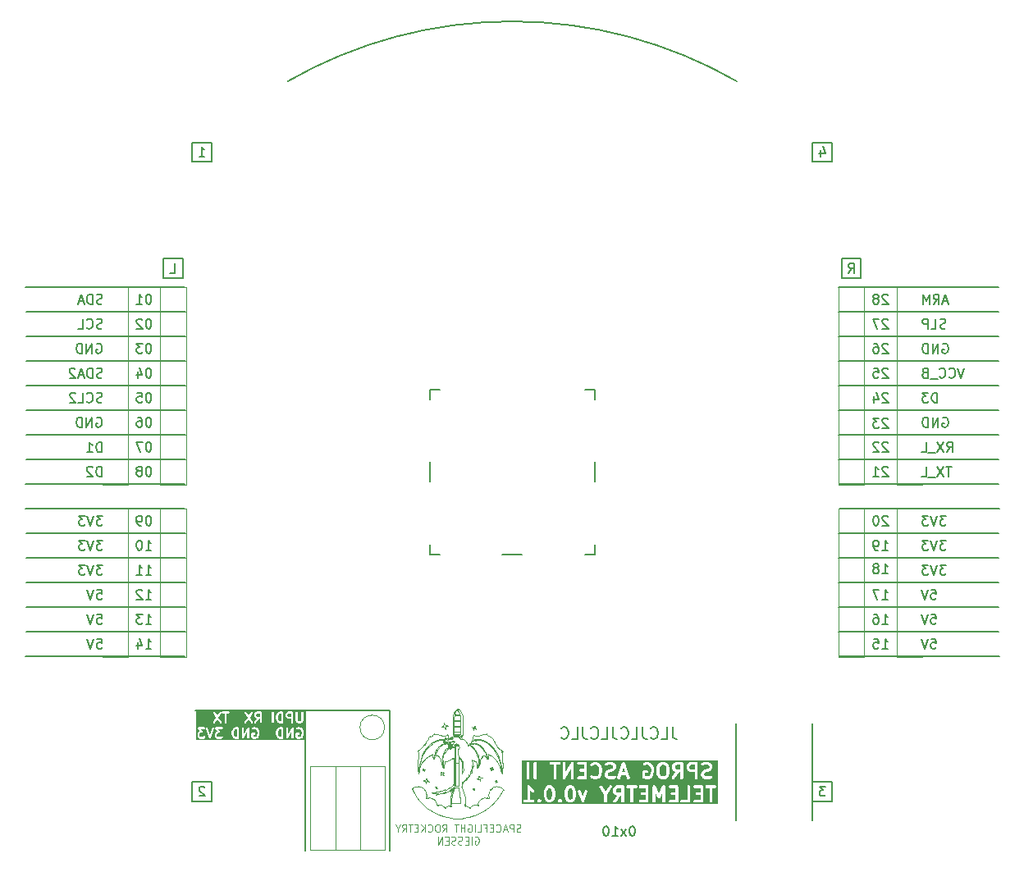
<source format=gbr>
%TF.GenerationSoftware,KiCad,Pcbnew,9.0.3*%
%TF.CreationDate,2025-08-31T18:15:22+02:00*%
%TF.ProjectId,TelemetryOnboard,54656c65-6d65-4747-9279-4f6e626f6172,v0.0.1*%
%TF.SameCoordinates,Original*%
%TF.FileFunction,Legend,Bot*%
%TF.FilePolarity,Positive*%
%FSLAX46Y46*%
G04 Gerber Fmt 4.6, Leading zero omitted, Abs format (unit mm)*
G04 Created by KiCad (PCBNEW 9.0.3) date 2025-08-31 18:15:22*
%MOMM*%
%LPD*%
G01*
G04 APERTURE LIST*
%ADD10C,0.081000*%
%ADD11C,0.200000*%
%ADD12C,0.150000*%
%ADD13C,0.300000*%
%ADD14C,0.101250*%
%ADD15C,0.120000*%
%ADD16C,0.100000*%
G04 APERTURE END LIST*
D10*
X-5379727Y-34144817D02*
X-5378628Y-34178174D01*
X-3778238Y-26510181D02*
G75*
G02*
X-3806863Y-26484127I122939J163823D01*
G01*
X-1066021Y-31100901D02*
G75*
G02*
X-1071732Y-31123040I-230855J47745D01*
G01*
X-7090390Y-31294602D02*
X-7098794Y-31280371D01*
X-5365899Y-26261690D02*
X-5693520Y-26261690D01*
X-7379645Y-31283363D02*
X-7351184Y-31266269D01*
X-5619274Y-24490307D02*
G75*
G02*
X-5603505Y-24488273I18697J-82812D01*
G01*
X-2358584Y-32977604D02*
X-2386798Y-33043346D01*
X-5942816Y-31250081D02*
X-5942816Y-30068690D01*
X-7086733Y-31028592D02*
X-7082093Y-31021301D01*
X-3864376Y-26263049D02*
X-3862801Y-26254055D01*
X-2438703Y-33459890D02*
X-2430715Y-33510125D01*
X-4027352Y-32806739D02*
X-4028210Y-32816137D01*
X-3558588Y-27618209D02*
G75*
G02*
X-3196702Y-27654516I22076J-1601643D01*
G01*
X-5886311Y-28230571D02*
G75*
G02*
X-5887745Y-28219870I35987J10269D01*
G01*
X-5559416Y-27121414D02*
X-5517566Y-27075842D01*
X-6847496Y-28018403D02*
X-6803493Y-28010708D01*
X-2289964Y-28222583D02*
G75*
G02*
X-1977529Y-28555840I-2027409J-2213821D01*
G01*
X-2135931Y-30556656D02*
G75*
G02*
X-2165666Y-30575871I-97906J118894D01*
G01*
X-5274555Y-24763135D02*
G75*
G02*
X-5204174Y-24922189I-1144121J-601369D01*
G01*
X-2608254Y-29541172D02*
X-2627563Y-29478264D01*
X-4438398Y-28192505D02*
X-4474329Y-28170429D01*
D11*
X-33782016Y-1269940D02*
X-50240016Y-1269940D01*
D10*
X-4139280Y-30454475D02*
X-4143906Y-30389774D01*
X-5327003Y-27396949D02*
G75*
G02*
X-5376046Y-27402250I-40306J143385D01*
G01*
X-4805142Y-31811753D02*
G75*
G02*
X-4807467Y-31812890I-2188J1528D01*
G01*
X-7147384Y-30481502D02*
X-7119610Y-30524248D01*
X-7121806Y-30501511D02*
X-7127276Y-30483763D01*
X-9340080Y-28524889D02*
G75*
G02*
X-9506642Y-28666717I-1059701J1075788D01*
G01*
X-9068791Y-31873496D02*
G75*
G02*
X-9025948Y-31893513I-112000J-295575D01*
G01*
X-6878996Y-33030987D02*
X-6912619Y-33061789D01*
X-6256878Y-28143343D02*
X-6245944Y-28136710D01*
X-9680878Y-31126317D02*
G75*
G02*
X-9681162Y-31126429I-113J-130D01*
G01*
X-1646513Y-31842168D02*
G75*
G02*
X-1664034Y-31868604I-114567J56907D01*
G01*
X-7665533Y-27090706D02*
X-7699166Y-27089506D01*
X-5469912Y-28436727D02*
X-5493273Y-28485100D01*
X-5909972Y-28323523D02*
X-5920060Y-28311726D01*
X-3002516Y-27088822D02*
X-3030326Y-27091206D01*
X-8109698Y-29598153D02*
X-8104576Y-29590719D01*
X-6617930Y-28278684D02*
G75*
G02*
X-6608629Y-28247276I121508J-18902D01*
G01*
X-6903354Y-28880739D02*
X-6975015Y-29011640D01*
X-2018788Y-30639382D02*
G75*
G02*
X-2034133Y-30624889I101854J123212D01*
G01*
X-6683732Y-26181783D02*
G75*
G02*
X-6729261Y-26179369I3045J487978D01*
G01*
X-2323565Y-32911125D02*
X-2358584Y-32977604D01*
X-4159360Y-30867152D02*
X-4149433Y-30800823D01*
X-7759964Y-34393429D02*
X-7760718Y-34381265D01*
X-2111059Y-30530934D02*
G75*
G02*
X-2135931Y-30556656I-125037J96019D01*
G01*
X-6154108Y-32852736D02*
X-6250234Y-33152745D01*
X-6788343Y-27231841D02*
G75*
G02*
X-6843375Y-27255245I-197000J386823D01*
G01*
X-5965415Y-25125665D02*
X-5961333Y-25111490D01*
X-9052963Y-30755335D02*
G75*
G02*
X-9035133Y-30731030I180675J-113849D01*
G01*
X-9679776Y-32481209D02*
X-9747554Y-32482221D01*
X-2633856Y-27029604D02*
G75*
G02*
X-2630095Y-27025041I33067J-23424D01*
G01*
X-5228820Y-35777342D02*
X-5119316Y-35768192D01*
X-3849801Y-26416288D02*
G75*
G02*
X-3862875Y-26376440I248516J103606D01*
G01*
X-7880828Y-32685442D02*
X-7874589Y-32679282D01*
X-5692391Y-25664326D02*
X-6021116Y-25665012D01*
X-5897626Y-27284728D02*
X-5955874Y-27299879D01*
X-990978Y-28823151D02*
X-1001522Y-28816799D01*
X-6986362Y-27619912D02*
X-6982955Y-27612494D01*
X-6989581Y-27924122D02*
G75*
G02*
X-7006778Y-27879787I204208J104713D01*
G01*
X-6828430Y-27870924D02*
G75*
G02*
X-6822972Y-27853992I67838J-12522D01*
G01*
X-6602243Y-27542483D02*
X-6603862Y-27536764D01*
X-2441564Y-33290740D02*
G75*
G02*
X-2438734Y-33254690I312955J-6432D01*
G01*
X-6928741Y-28790272D02*
G75*
G02*
X-6751702Y-28556871I1708582J-1112147D01*
G01*
X-1633616Y-31961955D02*
G75*
G02*
X-1624450Y-31958218I41918J-89705D01*
G01*
X-7656655Y-33180655D02*
G75*
G02*
X-7656181Y-33182442I-598J-1115D01*
G01*
X-5871266Y-28261040D02*
X-5869916Y-28244840D01*
X-1008145Y-32698035D02*
X-1067631Y-32649259D01*
X-2597179Y-29581007D02*
X-2598896Y-29574474D01*
X-6964377Y-28044973D02*
X-6966811Y-28043876D01*
X-6210787Y-28219396D02*
G75*
G02*
X-6231146Y-28240959I-244971J210900D01*
G01*
X-6775059Y-27985785D02*
G75*
G02*
X-6786592Y-27995818I-79990J80304D01*
G01*
X-6110216Y-26252066D02*
X-6110092Y-26737571D01*
X-4211240Y-31050214D02*
X-4210616Y-31070144D01*
X-3052071Y-27095861D02*
X-3080875Y-27105863D01*
X-6024902Y-32552323D02*
X-6035650Y-32574548D01*
X-5173337Y-32581040D02*
X-5191075Y-32536984D01*
X-4783258Y-31760915D02*
X-4792835Y-31780846D01*
X-3920765Y-32773561D02*
G75*
G02*
X-3930771Y-32763125I93334J99503D01*
G01*
X-6336838Y-27553279D02*
X-6330652Y-27551396D01*
X-4133538Y-29751333D02*
X-4105205Y-29763899D01*
X-6929387Y-27831941D02*
G75*
G02*
X-6916215Y-27814236I54802J-27019D01*
G01*
X-1027065Y-28836885D02*
G75*
G02*
X-1009575Y-28828189I32648J-43728D01*
G01*
X-6413589Y-28496630D02*
G75*
G02*
X-6378676Y-28525369I-287247J-384532D01*
G01*
X-7690302Y-33279854D02*
X-7625525Y-33263979D01*
X-5447008Y-28376019D02*
G75*
G02*
X-5452055Y-28394128I-215416J50279D01*
G01*
X-7339339Y-31232785D02*
G75*
G02*
X-7369953Y-31272051I-440611J311958D01*
G01*
X-6522393Y-28448108D02*
X-6507157Y-28449210D01*
X-2664813Y-27068101D02*
G75*
G02*
X-2679791Y-27080836I-115644J120836D01*
G01*
X-1960815Y-27657888D02*
X-2003581Y-27586563D01*
X-953587Y-32749302D02*
X-1008145Y-32698035D01*
X-6437635Y-34501458D02*
G75*
G02*
X-6393801Y-34509187I-53325J-430589D01*
G01*
X-7235394Y-28231526D02*
G75*
G02*
X-7075523Y-28156612I633997J-1144945D01*
G01*
X-5061911Y-30761442D02*
X-5085015Y-30865826D01*
X-6945894Y-27890594D02*
G75*
G02*
X-6939250Y-27857499I221391J-27231D01*
G01*
X-6259743Y-28404588D02*
G75*
G02*
X-6220916Y-28384375I112363J-168439D01*
G01*
X-3418024Y-31401601D02*
G75*
G02*
X-3415266Y-31422357I-124805J-27145D01*
G01*
X-4259746Y-27927112D02*
X-4281310Y-27955523D01*
X-6035426Y-31995194D02*
X-6035983Y-32268559D01*
X-9668035Y-30749128D02*
X-9660583Y-30658640D01*
X-3177321Y-31602093D02*
G75*
G02*
X-3118311Y-31582161I117901J-251735D01*
G01*
X-5213964Y-29895897D02*
X-5220907Y-29881711D01*
X-3979946Y-32695103D02*
G75*
G02*
X-3990340Y-32700555I-62298J106134D01*
G01*
X-6007616Y-32515823D02*
G75*
G02*
X-6007778Y-32516540I-1158J-115D01*
G01*
X-4045174Y-32727308D02*
G75*
G02*
X-4033388Y-32746640I-60596J-50202D01*
G01*
X-6966811Y-28043876D02*
X-6970080Y-28042633D01*
X-3287173Y-31880390D02*
X-3290317Y-31839782D01*
X-1676053Y-32003233D02*
G75*
G02*
X-1664789Y-31986113I86619J-44725D01*
G01*
X-7026634Y-26047718D02*
G75*
G02*
X-7029197Y-26072690I-203845J8304D01*
G01*
X-6793149Y-26250172D02*
G75*
G02*
X-6739106Y-26213585I156353J-172743D01*
G01*
X-6011198Y-32514890D02*
G75*
G02*
X-6009825Y-32514958I-92J-15748D01*
G01*
X-6944087Y-26071290D02*
G75*
G02*
X-6985814Y-26020267I318442J302998D01*
G01*
X-1743052Y-31914133D02*
G75*
G02*
X-1727534Y-31925353I-56670J-94719D01*
G01*
X-6620908Y-28317884D02*
G75*
G02*
X-6617930Y-28278684I252850J504D01*
G01*
X-6017521Y-32523020D02*
X-6013104Y-32515925D01*
X-2162272Y-29302496D02*
X-2066590Y-29370263D01*
X-7785720Y-33302251D02*
X-7690302Y-33279854D01*
X-5220582Y-27551325D02*
X-5280954Y-27542147D01*
X-6685435Y-27559490D02*
G75*
G02*
X-6729015Y-27557724I-13382J208379D01*
G01*
X-6347774Y-28612666D02*
G75*
G02*
X-6359948Y-28613331I-12053J108889D01*
G01*
D11*
X-33782016Y-19049940D02*
X-50240016Y-19049940D01*
D10*
X-3439838Y-31556934D02*
G75*
G02*
X-3473647Y-31604677I-211093J113642D01*
G01*
X-6771450Y-27619313D02*
X-6795645Y-27608695D01*
X-2502469Y-29113602D02*
X-2462918Y-29131969D01*
X-8892294Y-33679912D02*
X-8899484Y-33681833D01*
D11*
X-33707016Y16510060D02*
X-50165016Y16510060D01*
D10*
X-3363292Y-30053840D02*
X-3358735Y-30027906D01*
X-3953657Y-32779547D02*
G75*
G02*
X-3934910Y-32780872I212J-130287D01*
G01*
X-4077556Y-26391912D02*
G75*
G02*
X-4063875Y-26403591I-106298J-138372D01*
G01*
X-6300105Y-28582303D02*
G75*
G02*
X-6307985Y-28592588I-54085J33277D01*
G01*
X-6678586Y-27628524D02*
X-6698816Y-27628939D01*
X-7083943Y-27688387D02*
G75*
G02*
X-7083361Y-27690229I-2690J-1863D01*
G01*
X-6507157Y-28449210D02*
G75*
G02*
X-6482846Y-28455341I-5162J-71734D01*
G01*
X-9025825Y-30718913D02*
G75*
G02*
X-9029558Y-30724190I-59505J38135D01*
G01*
X-5092970Y-26259354D02*
X-5092275Y-25397069D01*
X-5743286Y-28184090D02*
X-5858306Y-28184090D01*
X-7879615Y-33323837D02*
X-7785720Y-33302251D01*
X-1043863Y-30987571D02*
X-1035836Y-30940499D01*
D12*
X-8500015Y7500050D02*
X-8500015Y8500050D01*
D10*
X-8752286Y-28432860D02*
G75*
G02*
X-8513216Y-28188289I2150497J-1862995D01*
G01*
D12*
X-34000016Y20000060D02*
X-36000016Y20000060D01*
D10*
X-7247382Y-30290893D02*
X-7220272Y-30353222D01*
X-7267166Y-26338733D02*
G75*
G02*
X-7267474Y-26338053I-249J297D01*
G01*
X-8199733Y-29424440D02*
X-8194498Y-29508440D01*
X-7687180Y-34393862D02*
X-7732717Y-34406091D01*
X-6891530Y-27547234D02*
G75*
G02*
X-6911390Y-27621528I-655340J135382D01*
G01*
D11*
X50239984Y-19049940D02*
X33781984Y-19049940D01*
D10*
X-7032932Y-25944206D02*
G75*
G02*
X-7032154Y-25944275I384J-89D01*
G01*
X-2408834Y-33108917D02*
X-2425788Y-33178086D01*
X-3971115Y-32780827D02*
G75*
G02*
X-3953657Y-32779547I17182J-114648D01*
G01*
D12*
X23074984Y-35999940D02*
X23074984Y-25999940D01*
D10*
X-6103393Y-25340007D02*
G75*
G02*
X-6039562Y-25054982I2622122J-437561D01*
G01*
X-8971311Y-28714525D02*
G75*
G02*
X-8752286Y-28432860I2764524J-1923726D01*
G01*
X-2902836Y-29244699D02*
X-2876828Y-29264333D01*
X-3290317Y-31839782D02*
X-3290176Y-31800094D01*
X-3532191Y-29528804D02*
X-3552206Y-29420690D01*
X-7063874Y-30453206D02*
X-7045766Y-30512372D01*
X-8821409Y-33661386D02*
X-8883911Y-33677478D01*
X-5811355Y-27258306D02*
X-5847582Y-27270409D01*
X-6222412Y-28120046D02*
G75*
G02*
X-6223835Y-28121937I-3711J1311D01*
G01*
X-5931826Y-25015650D02*
X-5917473Y-24974566D01*
X-9174403Y-30820479D02*
G75*
G02*
X-9149105Y-30818559I28654J-209919D01*
G01*
X-6109532Y-26968212D02*
X-6108792Y-27120944D01*
X-7277991Y-31233697D02*
G75*
G02*
X-7253666Y-31227784I72986J-247259D01*
G01*
D11*
X50164984Y3810060D02*
X33706984Y3810060D01*
D10*
X-6160760Y-32792698D02*
X-6148325Y-32782290D01*
X-1947556Y-30683149D02*
X-1943003Y-30683591D01*
X-3287173Y-31880390D02*
G75*
G02*
X-3286981Y-31885227I-35964J-3850D01*
G01*
X-3061312Y-29319799D02*
G75*
G02*
X-3058232Y-29315778I25536J-16370D01*
G01*
X-5363666Y-25663640D02*
X-5692391Y-25664326D01*
X-8511238Y-33646715D02*
G75*
G02*
X-8406686Y-33664374I-94728J-879183D01*
G01*
X-7631263Y-29313126D02*
G75*
G02*
X-7627078Y-29318244I-33804J-31911D01*
G01*
X-5416670Y-25041965D02*
X-5411502Y-25065590D01*
X-4711254Y-34502049D02*
G75*
G02*
X-4582836Y-34540712I-75079J-481972D01*
G01*
X-6646951Y-27625631D02*
X-6662036Y-27627475D01*
X-2987592Y-29275625D02*
X-2942440Y-29258746D01*
X-2595566Y-33643070D02*
G75*
G02*
X-2549153Y-33647115I-13989J-428809D01*
G01*
X-4031216Y-28058757D02*
X-4117590Y-28054918D01*
X-1765850Y-31903696D02*
X-1760218Y-31905958D01*
X-7098794Y-31280371D02*
G75*
G02*
X-7123524Y-31220243I194511J115150D01*
G01*
X-4733735Y-31581835D02*
G75*
G02*
X-4720928Y-31587953I3821J-8465D01*
G01*
X-6932839Y-26451203D02*
G75*
G02*
X-6917058Y-26478082I-280934J-183012D01*
G01*
X-6862022Y-26361590D02*
G75*
G02*
X-6833866Y-26299492I271864J-85835D01*
G01*
X-2248553Y-28166511D02*
G75*
G02*
X-2022465Y-28395304I-2023516J-2225696D01*
G01*
X-5170171Y-32197640D02*
X-5170393Y-32138118D01*
X-2061566Y-32630391D02*
G75*
G02*
X-1839788Y-32521768I483435J-706324D01*
G01*
X-9578108Y-30794990D02*
G75*
G02*
X-9509282Y-30531731I2419228J-491853D01*
G01*
X-9128816Y-30820589D02*
G75*
G02*
X-9112303Y-30826367I-14862J-68959D01*
G01*
X-4453546Y-31335245D02*
X-4457673Y-31357719D01*
X-5915816Y-27187790D02*
X-5915670Y-27199175D01*
X-6916215Y-27814236D02*
X-6910222Y-27808606D01*
X-7732717Y-34406091D02*
X-7741566Y-34408735D01*
X-6227488Y-27561084D02*
G75*
G02*
X-6236197Y-27563263I-18326J54753D01*
G01*
X-6797442Y-28002046D02*
G75*
G02*
X-6814820Y-28006094I-20972J50708D01*
G01*
X-2470433Y-33661044D02*
X-2509334Y-33653462D01*
X-7930016Y-33334672D02*
G75*
G02*
X-7930174Y-33334194I33J276D01*
G01*
X-3726672Y-28804541D02*
G75*
G02*
X-3585643Y-29080490I-1613853J-998803D01*
G01*
X-2501025Y-29194921D02*
X-2502469Y-29113602D01*
X-4149507Y-30314638D02*
G75*
G02*
X-4144210Y-30314390I5296J-56431D01*
G01*
X-9170671Y-30685973D02*
X-9176936Y-30680237D01*
X-4127232Y-27718989D02*
X-4131826Y-27727606D01*
X-1901923Y-34234467D02*
G75*
G02*
X-2316716Y-34614501I-3752670J3679517D01*
G01*
X-7035664Y-27982910D02*
G75*
G02*
X-7052232Y-27955272I175033J123711D01*
G01*
X-7308783Y-31165984D02*
G75*
G02*
X-7319665Y-31198713I-154756J33281D01*
G01*
X-4873243Y-34503350D02*
G75*
G02*
X-4873564Y-34502471I886J822D01*
G01*
X-4049597Y-27782418D02*
X-4174576Y-27835264D01*
X-9589566Y-33917756D02*
X-9292191Y-34245241D01*
X-4067537Y-32702473D02*
X-4072516Y-32701302D01*
X-1979384Y-30666070D02*
G75*
G02*
X-1999780Y-30653612I121969J222611D01*
G01*
X-8803172Y-27727492D02*
X-8885825Y-27873590D01*
X-1446254Y-30060180D02*
G75*
G02*
X-1309108Y-30337340I-1979572J-1152056D01*
G01*
X-6602213Y-27615523D02*
X-6631316Y-27622795D01*
X-1035836Y-30940499D02*
X-1015400Y-30788862D01*
X-6974144Y-28041331D02*
G75*
G02*
X-6991676Y-28031709I13285J44989D01*
G01*
X-6327490Y-28606751D02*
G75*
G02*
X-6337206Y-28610542I-26184J52761D01*
G01*
X-5684979Y-30022790D02*
X-5869916Y-30022790D01*
X-3867377Y-26320060D02*
X-3867020Y-26285048D01*
X-2323565Y-32911125D02*
G75*
G02*
X-2284400Y-32850207I689188J-400039D01*
G01*
X-5723323Y-27141952D02*
X-5699818Y-27128442D01*
X-1359777Y-28566308D02*
G75*
G02*
X-1499410Y-28416853I1065949J1135852D01*
G01*
X-1636096Y-31874226D02*
G75*
G02*
X-1637115Y-31864060I103231J15481D01*
G01*
X-2161582Y-30801888D02*
X-2162195Y-30808561D01*
X-7108234Y-30289591D02*
X-7063874Y-30453206D01*
X-8223080Y-27213850D02*
X-8251394Y-27228491D01*
X-1610019Y-31922823D02*
G75*
G02*
X-1622902Y-31907348I91018J88873D01*
G01*
X-2602814Y-29583276D02*
X-2597333Y-29590895D01*
X-7219637Y-29590790D02*
G75*
G02*
X-7163996Y-29310109I1876077J-226050D01*
G01*
X-4875013Y-34353590D02*
X-4877431Y-34343926D01*
X-2462918Y-29131969D02*
X-2362759Y-29181950D01*
X-5982641Y-28438855D02*
X-6033019Y-28436980D01*
X-7317240Y-31025705D02*
G75*
G02*
X-7346816Y-31006980I160518J286257D01*
G01*
X-2075061Y-30462644D02*
G75*
G02*
X-2074220Y-30461851I2716J-2038D01*
G01*
X-4380978Y-31241840D02*
X-4329022Y-31104481D01*
X-1978054Y-30679501D02*
G75*
G02*
X-1959132Y-30681547I-9656J-177821D01*
G01*
X-6967363Y-27705400D02*
G75*
G02*
X-7004422Y-27719017I-43906J62255D01*
G01*
X-5325153Y-35783317D02*
X-5228820Y-35777342D01*
X-4907518Y-27686200D02*
G75*
G02*
X-4833116Y-27751921I-473542J-611067D01*
G01*
X-6571266Y-28207222D02*
G75*
G02*
X-6549876Y-28200844I29096J-58522D01*
G01*
X-6496708Y-32605356D02*
X-6621866Y-32678266D01*
X-6481217Y-28232584D02*
X-6476427Y-28214609D01*
X-6354844Y-28532172D02*
G75*
G02*
X-6353718Y-28526830I49444J-7632D01*
G01*
X-3611784Y-29207650D02*
G75*
G02*
X-3552206Y-29420690I-1671178J-582206D01*
G01*
X-7890881Y-32694721D02*
G75*
G02*
X-7891503Y-32694703I-248J2195D01*
G01*
X-4149433Y-30800823D02*
X-4143137Y-30743049D01*
D12*
X-31025016Y34000060D02*
X-31025016Y32000060D01*
D10*
X-8361363Y-29188374D02*
X-8214330Y-29118105D01*
X-7887974Y-32684658D02*
X-7890031Y-32689709D01*
X-7302581Y-31242170D02*
G75*
G02*
X-7277991Y-31233697I107498J-272058D01*
G01*
D12*
X-8500025Y1000020D02*
X-8500025Y-999980D01*
D10*
X-2277418Y-30601329D02*
X-2267973Y-30605719D01*
X-3612521Y-30473257D02*
X-3606599Y-30453440D01*
X-6624233Y-28423165D02*
X-6608172Y-28406171D01*
X-7218281Y-30065990D02*
X-7225190Y-30002163D01*
X-7151122Y-26324725D02*
G75*
G02*
X-7119126Y-26327378I-3719J-239122D01*
G01*
X-7461800Y-29525701D02*
G75*
G02*
X-7441370Y-29555336I-306905J-233436D01*
G01*
X-3541357Y-34410417D02*
X-3550373Y-34408092D01*
X-5899422Y-27213547D02*
X-5891516Y-27211155D01*
X-5241901Y-29844905D02*
X-5285208Y-29779027D01*
X-4018367Y-32813808D02*
G75*
G02*
X-4007168Y-32801701I119665J-99457D01*
G01*
X-5998705Y-35775603D02*
X-5853650Y-35784558D01*
X-6370369Y-34020140D02*
X-6369621Y-34108171D01*
X-4103551Y-26364028D02*
X-4125716Y-26359845D01*
D12*
X8499985Y8500050D02*
X7499985Y8500050D01*
D10*
X-1631150Y-31892075D02*
G75*
G02*
X-1634208Y-31882975I90746J35559D01*
G01*
X-4024338Y-26630556D02*
X-4021192Y-26626811D01*
X-7229250Y-29948930D02*
X-7231316Y-29893363D01*
X-2074220Y-30461851D02*
G75*
G02*
X-2073491Y-30462188I91J-759D01*
G01*
X-2185203Y-30680477D02*
G75*
G02*
X-2171423Y-30714172I-177275J-92164D01*
G01*
X-5871266Y-27204923D02*
X-5870486Y-27181507D01*
X-7663525Y-33179396D02*
G75*
G02*
X-7659384Y-33179572I1205J-20449D01*
G01*
X-7874589Y-32679282D02*
G75*
G02*
X-7849146Y-32658954I99445J-98381D01*
G01*
X-5493273Y-28485100D02*
X-5532430Y-28569142D01*
X-5921744Y-28373223D02*
X-5907935Y-28374206D01*
X-4124535Y-26362183D02*
G75*
G02*
X-4126150Y-26360486I4068J5489D01*
G01*
X-4092832Y-26381244D02*
G75*
G02*
X-4077556Y-26391912I-104253J-165556D01*
G01*
X-5723552Y-27335254D02*
X-5745600Y-27341423D01*
X-5898358Y-28336259D02*
X-5909972Y-28323523D01*
X-6954780Y-27510024D02*
X-6951053Y-27495815D01*
X-3321632Y-29794701D02*
X-3314578Y-29759232D01*
X-6964293Y-28045467D02*
G75*
G02*
X-6965126Y-28045975I-2060J2441D01*
G01*
X-4151440Y-30315754D02*
G75*
G02*
X-4149507Y-30314638I2170J-1526D01*
G01*
X-7026225Y-26015002D02*
X-7026634Y-26047718D01*
X-6343089Y-28299220D02*
G75*
G02*
X-6355403Y-28295052I7932J43709D01*
G01*
X-5531034Y-32575733D02*
G75*
G02*
X-5528388Y-32577665I-70J-2874D01*
G01*
X-9182341Y-30675386D02*
X-9187112Y-30671166D01*
X-2751191Y-28951255D02*
X-2650197Y-29193890D01*
X-7088122Y-27710882D02*
G75*
G02*
X-7085258Y-27696964I39678J-911D01*
G01*
X-5512384Y-32665744D02*
X-5499721Y-32742224D01*
X-1664034Y-31868604D02*
G75*
G02*
X-1686306Y-31887205I-67993J58777D01*
G01*
X-5693404Y-26307590D02*
X-5365691Y-26307590D01*
D12*
X-8500015Y8500050D02*
X-7500015Y8500050D01*
D10*
X-5188953Y-29950296D02*
X-5196549Y-29933285D01*
X-6902981Y-28030190D02*
G75*
G02*
X-6903203Y-28029774I-36J248D01*
G01*
X-2400807Y-33678756D02*
X-2433794Y-33669570D01*
X-4843916Y-34500560D02*
X-4854854Y-34501929D01*
X-6808344Y-26161160D02*
G75*
G02*
X-6847316Y-26144148I134421J361085D01*
G01*
X-9680369Y-28943572D02*
X-9677933Y-28963203D01*
X-9706840Y-28859354D02*
G75*
G02*
X-9691346Y-28894097I-114189J-71750D01*
G01*
X-3947353Y-32664097D02*
G75*
G02*
X-3946334Y-32663971I651J-1085D01*
G01*
X-6944960Y-27477644D02*
G75*
G02*
X-6930191Y-27458675I57443J-29490D01*
G01*
D12*
X32974984Y-31999940D02*
X32974984Y-33999940D01*
D10*
X-6359228Y-28169191D02*
G75*
G02*
X-6350111Y-28178630I-69332J-76090D01*
G01*
X-9059509Y-29737521D02*
X-8971055Y-29642335D01*
X-6004668Y-27853279D02*
X-6019579Y-27867113D01*
X-2228588Y-30628503D02*
G75*
G02*
X-2204267Y-30651845I-91880J-120075D01*
G01*
X-6551235Y-28298823D02*
G75*
G02*
X-6544779Y-28275635I54476J-2674D01*
G01*
X-2876828Y-29264333D02*
X-2864073Y-29274545D01*
X-2205060Y-27353415D02*
X-2242538Y-27329425D01*
X-4163287Y-29744418D02*
G75*
G02*
X-4163516Y-29743394I1984J981D01*
G01*
X-9081327Y-30849529D02*
G75*
G02*
X-9070360Y-30864289I-62773J-58096D01*
G01*
X-6240873Y-27479670D02*
G75*
G02*
X-6233066Y-27475104I28490J-39755D01*
G01*
X-6751290Y-27625301D02*
G75*
G02*
X-6771450Y-27619313I25882J124069D01*
G01*
X-6732566Y-27885945D02*
X-6719689Y-27889819D01*
X-3518921Y-29633871D02*
X-3532191Y-29528804D01*
X-9201479Y-30825787D02*
G75*
G02*
X-9174403Y-30820479I59688J-232756D01*
G01*
X-6642998Y-26182040D02*
X-6683732Y-26181783D01*
X-8106662Y-33795239D02*
X-8154276Y-33765338D01*
X-4214873Y-30891279D02*
X-4212745Y-30942407D01*
X-3337074Y-31496352D02*
G75*
G02*
X-3362948Y-31468415I305682J309059D01*
G01*
X-5752342Y-27158090D02*
X-5723323Y-27141952D01*
X-6608629Y-28247276D02*
G75*
G02*
X-6593005Y-28223568I82833J-37586D01*
G01*
X-5471978Y-24858851D02*
X-5440467Y-24950624D01*
X-5419172Y-27323128D02*
X-5401560Y-27328419D01*
X-4138694Y-28325507D02*
G75*
G02*
X-3912742Y-28550577I-1347224J-1578457D01*
G01*
X-5085015Y-30865826D02*
X-5115021Y-30964551D01*
X-7787893Y-32548369D02*
X-7785487Y-32532553D01*
X-5907935Y-28374206D02*
X-5893915Y-28375036D01*
X-3866915Y-26257314D02*
X-3877316Y-26275797D01*
X-3992384Y-26587147D02*
X-3982095Y-26574619D01*
X-6330377Y-34475732D02*
X-6320885Y-34502102D01*
X-5189666Y-32512152D02*
G75*
G02*
X-5192376Y-32513591I-5948J7930D01*
G01*
X-7029437Y-25948321D02*
X-7032154Y-25944275D01*
X-7538644Y-27132366D02*
X-7610832Y-27104601D01*
X-6414864Y-28585952D02*
X-6432844Y-28570176D01*
X-6397102Y-27917611D02*
X-6401865Y-27913152D01*
X-5881537Y-28375625D02*
X-5873660Y-28375790D01*
X-6310854Y-34523076D02*
X-6307195Y-34529973D01*
X-3995054Y-32791136D02*
G75*
G02*
X-3984592Y-32784795I32741J-42218D01*
G01*
D11*
X50164984Y-11429940D02*
X33706984Y-11429940D01*
D10*
X-5869706Y-27158090D02*
X-5811024Y-27158090D01*
X-1629637Y-28941440D02*
X-1482537Y-29220414D01*
X-5356390Y-29679890D02*
G75*
G02*
X-5329803Y-29713979I-318401J-275743D01*
G01*
X-4475694Y-31225155D02*
G75*
G02*
X-4469292Y-31228073I-8199J-26470D01*
G01*
X-6233066Y-27475104D02*
G75*
G02*
X-6218002Y-27470136I28534J-61199D01*
G01*
X-3734406Y-29878025D02*
G75*
G02*
X-3727639Y-29881669I-1774J-11400D01*
G01*
X-4218998Y-27871240D02*
X-4237230Y-27896722D01*
X-6362666Y-32965180D02*
X-6378866Y-32983084D01*
X-9676331Y-30912760D02*
X-9673020Y-30829018D01*
X-2514970Y-29566083D02*
X-2513269Y-29541534D01*
X-5036325Y-30276102D02*
G75*
G02*
X-5028605Y-30454541I-1428998J-151211D01*
G01*
X-1826106Y-29575204D02*
G75*
G02*
X-1618856Y-29805585I-1583444J-1632873D01*
G01*
X-1154096Y-30756846D02*
X-1163952Y-30637890D01*
X-3963518Y-32681690D02*
G75*
G02*
X-3971675Y-32689328I-60815J56773D01*
G01*
D12*
X30999984Y32000060D02*
X30999984Y34000060D01*
D10*
X-6369857Y-28160662D02*
G75*
G02*
X-6359228Y-28169191I-62949J-89335D01*
G01*
X-3422431Y-31709327D02*
G75*
G02*
X-3372212Y-31743951I-87019J-179945D01*
G01*
X-9176936Y-30680237D02*
X-9182341Y-30675386D01*
X-3286828Y-31762963D02*
G75*
G02*
X-3280323Y-31730071I275402J-37377D01*
G01*
X-5923344Y-30068885D02*
G75*
G02*
X-5919191Y-30069534I-1370J-22379D01*
G01*
X-7203301Y-30168944D02*
X-7218281Y-30065990D01*
X-7238146Y-27615808D02*
X-7139019Y-27615987D01*
X-5227306Y-27217490D02*
X-5213347Y-27197189D01*
X-8100728Y-27091024D02*
G75*
G02*
X-8126170Y-27132596I-235179J115358D01*
G01*
X-8109698Y-29598153D02*
G75*
G02*
X-8111141Y-29599970I-21868J15885D01*
G01*
X-6136760Y-33089186D02*
X-6053962Y-32846060D01*
X-2617596Y-27050090D02*
X-2620500Y-27041018D01*
X-7163213Y-29820636D02*
G75*
G02*
X-7151445Y-29608002I1928040J-63D01*
G01*
X-3953245Y-32670140D02*
X-3963518Y-32681690D01*
X-3138640Y-33767311D02*
G75*
G02*
X-2970983Y-33690253I452785J-764220D01*
G01*
X-5890160Y-28444386D02*
X-5896677Y-28443830D01*
X-6380934Y-28271680D02*
G75*
G02*
X-6392426Y-28252563I117918J83898D01*
G01*
X-2433794Y-33669570D02*
X-2470433Y-33661044D01*
X-6146944Y-28129965D02*
G75*
G02*
X-6174563Y-28173506I-366250J201790D01*
G01*
X-6688634Y-28489464D02*
X-6664457Y-28464665D01*
X-2892262Y-27098429D02*
X-2936587Y-27092236D01*
X-2276250Y-27310470D02*
X-2316515Y-27290992D01*
X-4144210Y-30314390D02*
G75*
G02*
X-4134117Y-30316296I-103J-28223D01*
G01*
X-6630063Y-27893175D02*
G75*
G02*
X-6674516Y-27894543I-32686J339183D01*
G01*
X-6973890Y-27276080D02*
X-7018867Y-27276401D01*
X-4405413Y-31297528D02*
X-4380978Y-31241840D01*
X-3550373Y-34408092D02*
X-3560654Y-34405076D01*
X-8962354Y-31945382D02*
G75*
G02*
X-8938758Y-31983272I-183199J-140380D01*
G01*
X-7753529Y-32662412D02*
G75*
G02*
X-7755708Y-32662040I-587J3132D01*
G01*
D11*
X50164984Y-16509940D02*
X33706984Y-16509940D01*
D10*
X-3258343Y-31676156D02*
G75*
G02*
X-3224121Y-31633353I152895J-87161D01*
G01*
X-5660097Y-27102469D02*
X-5636994Y-27085492D01*
X-7083361Y-27690229D02*
G75*
G02*
X-7083741Y-27692831I-9449J51D01*
G01*
X-5444592Y-28320586D02*
G75*
G02*
X-5447008Y-28376019I-149615J-21248D01*
G01*
X-6666103Y-27557290D02*
G75*
G02*
X-6685435Y-27559490I-31807J193458D01*
G01*
X-6341071Y-27424634D02*
G75*
G02*
X-6287523Y-27394282I237028J-355762D01*
G01*
X-5423066Y-27532654D02*
X-5400639Y-27530488D01*
X-5907032Y-28443313D02*
X-5915798Y-28443290D01*
X-5954160Y-28196177D02*
G75*
G02*
X-5928307Y-28152432I90052J-23708D01*
G01*
X-4422454Y-28120325D02*
G75*
G02*
X-4422520Y-28119519I340J434D01*
G01*
X-7967968Y-27104687D02*
G75*
G02*
X-8003615Y-27091507I41865J168026D01*
G01*
X-5285208Y-29779027D02*
X-5329803Y-29713979D01*
X-6940436Y-34695264D02*
X-6962502Y-34663578D01*
X-6608429Y-27522406D02*
G75*
G02*
X-6629206Y-27450107I737084J250955D01*
G01*
X-3584856Y-31692559D02*
X-3560347Y-31689329D01*
X-6034616Y-27247293D02*
X-6028541Y-27245913D01*
X-6393801Y-34509187D02*
G75*
G02*
X-6350644Y-34521490I-97416J-423565D01*
G01*
X-5364441Y-25610990D02*
X-5363666Y-25663640D01*
X-5915816Y-30074838D02*
X-5915807Y-30420251D01*
X-4060200Y-30082188D02*
G75*
G02*
X-4044093Y-30279152I-1676954J-236276D01*
G01*
X-9678648Y-31015691D02*
X-9676331Y-30912760D01*
X-4486779Y-31245574D02*
X-4483540Y-31235989D01*
X-3722829Y-29889410D02*
X-3712610Y-29917189D01*
X-3912416Y-27666006D02*
G75*
G02*
X-3558588Y-27618209I375075J-1443035D01*
G01*
X-5139515Y-32011641D02*
G75*
G02*
X-5135350Y-32005984I50982J-33174D01*
G01*
X-7252271Y-26329076D02*
X-7262179Y-26334634D01*
X-9731585Y-29757757D02*
X-9746242Y-29940706D01*
X-5489457Y-32807840D02*
X-5451913Y-33090838D01*
D11*
X-33707016Y-8889940D02*
X-50165016Y-8889940D01*
D10*
X-7025360Y-33168566D02*
X-6768238Y-33049227D01*
X-9103851Y-34427274D02*
X-8913997Y-34593820D01*
X-6294826Y-27529142D02*
X-6277616Y-27512350D01*
X-7789522Y-29245190D02*
G75*
G02*
X-7788125Y-29245410I113J-3828D01*
G01*
X-9183280Y-30790218D02*
G75*
G02*
X-9192124Y-30802043I-90286J58306D01*
G01*
X-8913416Y-32127108D02*
X-8914704Y-32167276D01*
X-7789149Y-32581676D02*
G75*
G02*
X-7789211Y-32565508I183449J8788D01*
G01*
X-7327093Y-31253075D02*
X-7302581Y-31242170D01*
X-5368699Y-26544964D02*
X-5369409Y-26618765D01*
X-6296150Y-28433822D02*
G75*
G02*
X-6259743Y-28404588I183137J-190786D01*
G01*
X-9064567Y-30778950D02*
G75*
G02*
X-9052963Y-30755335I118671J-43654D01*
G01*
X-3533741Y-34412138D02*
X-3541357Y-34410417D01*
X-6162966Y-27473641D02*
X-6166319Y-27488895D01*
X-1070454Y-28930116D02*
X-1063394Y-28899590D01*
X-5042536Y-30638390D02*
X-5061911Y-30761442D01*
X-5169441Y-27562223D02*
G75*
G02*
X-5073041Y-27592831I-199604J-795765D01*
G01*
X-5637885Y-24495591D02*
X-5659722Y-24503470D01*
X-6427195Y-28055243D02*
X-6467966Y-28054866D01*
D11*
X50164984Y-13969940D02*
X33706984Y-13969940D01*
D10*
X-3929002Y-34395465D02*
G75*
G02*
X-3839369Y-34379479I154219J-605422D01*
G01*
X-6620652Y-29792267D02*
X-6564646Y-29767531D01*
X-5942816Y-30022790D02*
X-5942816Y-29231971D01*
X-2076416Y-30466970D02*
G75*
G02*
X-2076929Y-30469473I-5881J-99D01*
G01*
X-5381016Y-34106410D02*
X-5379727Y-34144817D01*
X-7921300Y-33330135D02*
X-7930174Y-33334194D01*
X-3767966Y-27268752D02*
G75*
G02*
X-3823733Y-27253112I91542J433652D01*
G01*
X-6035288Y-30909182D02*
X-6035073Y-31612502D01*
X-6847316Y-26144148D02*
G75*
G02*
X-6897815Y-26112649I147795J293173D01*
G01*
X-7706043Y-29273836D02*
X-7672251Y-29288487D01*
X-4049459Y-26418143D02*
G75*
G02*
X-4028912Y-26444918I-133394J-123637D01*
G01*
X-6039562Y-25054982D02*
G75*
G02*
X-5951079Y-24822076I1363548J-384763D01*
G01*
X-5618562Y-24585859D02*
X-5590366Y-24629501D01*
X-5376422Y-25334841D02*
X-5368495Y-25469867D01*
X-6986058Y-26387508D02*
G75*
G02*
X-6951687Y-26424645I-189220J-209601D01*
G01*
X-6021116Y-26798990D02*
X-6021116Y-26553290D01*
X-4069088Y-26367629D02*
X-4086254Y-26366422D01*
X-2316515Y-27290992D02*
X-2377262Y-27264256D01*
X-6237430Y-28100019D02*
X-6247425Y-28089294D01*
X-4152087Y-30318097D02*
G75*
G02*
X-4151440Y-30315754I3613J263D01*
G01*
D12*
X-31025016Y-31999940D02*
X-31025016Y-33999940D01*
D10*
X-2981419Y-28557707D02*
G75*
G02*
X-2861141Y-28740099I-1632447J-1207368D01*
G01*
X-7608675Y-29347790D02*
X-7592538Y-29375071D01*
X-8060785Y-33180879D02*
G75*
G02*
X-8158819Y-33162661I114771J890476D01*
G01*
X-5706294Y-35788901D02*
X-5544566Y-35789128D01*
X-5378516Y-34188890D02*
X-5826464Y-34188890D01*
X-6336243Y-34323269D02*
G75*
G02*
X-6326705Y-34292123I241320J-56867D01*
G01*
X-5528388Y-32577665D02*
G75*
G02*
X-5525354Y-32589540I-70591J-24361D01*
G01*
X-5259117Y-27261600D02*
X-5244107Y-27241962D01*
X-8204582Y-29192021D02*
X-8204919Y-29261973D01*
X-4392186Y-28084507D02*
X-4401040Y-28094352D01*
D12*
X8499985Y7500050D02*
X8499985Y8500050D01*
D10*
X-4228755Y-30774745D02*
X-4223101Y-30807140D01*
X-6357263Y-28542793D02*
X-6356440Y-28539953D01*
X-5869916Y-29234766D02*
X-5869916Y-28446742D01*
X-5915786Y-31252640D02*
X-5915756Y-32429840D01*
X-5396066Y-27533055D02*
X-5423066Y-27532654D01*
X-5171195Y-32353415D02*
X-5170425Y-32217189D01*
X-4398416Y-28135561D02*
G75*
G02*
X-4138694Y-28325507I-1133053J-1821814D01*
G01*
X-8860213Y-32044538D02*
G75*
G02*
X-8834386Y-32010007I248589J-159005D01*
G01*
X-9675823Y-29061590D02*
X-9677357Y-29137732D01*
X-7075523Y-28156612D02*
G75*
G02*
X-6902071Y-28101863I506526J-1302607D01*
G01*
X-6035921Y-27808573D02*
G75*
G02*
X-5997230Y-27823815I-112189J-341513D01*
G01*
X-2593986Y-29592627D02*
X-2595477Y-29587288D01*
X-4063229Y-32710043D02*
G75*
G02*
X-4045174Y-32727308I-66422J-87535D01*
G01*
X-3080875Y-27105863D02*
X-3151016Y-27133750D01*
X-3442380Y-29736177D02*
X-3441710Y-29821350D01*
X-7788125Y-29245410D02*
X-7775223Y-29249581D01*
X-7722975Y-27090056D02*
X-7745239Y-27091603D01*
X-2846553Y-29289719D02*
X-2827712Y-29306729D01*
X-6769888Y-26172693D02*
G75*
G02*
X-6808344Y-26161160I68062J296830D01*
G01*
X-1762841Y-28018064D02*
X-1822829Y-27908284D01*
X-6034616Y-27202691D02*
X-6034616Y-27247293D01*
X-3066711Y-29328433D02*
X-3061312Y-29319799D01*
X-4375306Y-28065715D02*
G75*
G02*
X-4360053Y-28058620I15817J-14061D01*
G01*
X-2066590Y-29370263D02*
G75*
G02*
X-1826106Y-29575204I-1472782J-1971774D01*
G01*
X-7474213Y-28404904D02*
X-7563786Y-28494258D01*
X-8590371Y-27418319D02*
G75*
G02*
X-8525038Y-27363664I355455J-358524D01*
G01*
X-6966335Y-29954796D02*
X-6944784Y-29892910D01*
X-3346066Y-29949647D02*
X-3340109Y-29910740D01*
X-6316525Y-28181036D02*
X-6303023Y-28172424D01*
X-6984151Y-28051968D02*
X-6973994Y-28048805D01*
X-4212745Y-30942407D02*
X-4211931Y-31000190D01*
X-3052071Y-27095861D02*
G75*
G02*
X-3030326Y-27091206I39286J-130400D01*
G01*
X-3438566Y-27690016D02*
X-3484101Y-27688324D01*
X-6021116Y-25531090D02*
X-6021116Y-25397169D01*
X-9070360Y-30864289D02*
X-9067661Y-30868774D01*
X-8871069Y-33567992D02*
X-8860085Y-33516926D01*
X-5411502Y-25065590D02*
X-5679859Y-25065590D01*
X-3632719Y-35401662D02*
G75*
G02*
X-4363493Y-35640786I-1972492J4791824D01*
G01*
X-5691476Y-24518288D02*
X-5711033Y-24529716D01*
X-6508687Y-28521190D02*
G75*
G02*
X-6500778Y-28524168I-19777J-64516D01*
G01*
X-5961333Y-25111490D02*
X-5682426Y-25111490D01*
X-9506642Y-28666717D02*
G75*
G02*
X-9694466Y-28785432I-950598J1296041D01*
G01*
X-3386954Y-31437489D02*
G75*
G02*
X-3406990Y-31406041I302067J214558D01*
G01*
X-1145215Y-30936740D02*
X-1146764Y-30868836D01*
X-3560347Y-31689329D02*
X-3536538Y-31686765D01*
X-6789963Y-27850992D02*
X-6775350Y-27864057D01*
X-6195709Y-29597080D02*
X-6126619Y-29571754D01*
X-8036823Y-27067337D02*
G75*
G02*
X-8052713Y-27050900I141368J152563D01*
G01*
X-9227732Y-30833661D02*
G75*
G02*
X-9226348Y-30831993I8729J-5834D01*
G01*
X-7364825Y-29755918D02*
X-7357584Y-29790666D01*
X-1221266Y-30242180D02*
X-1287695Y-29952319D01*
X-6097361Y-27142736D02*
G75*
G02*
X-6106407Y-27130549I34381J34971D01*
G01*
X-2316716Y-34614501D02*
G75*
G02*
X-2944831Y-35056795I-3272681J3980483D01*
G01*
X-4186892Y-27985640D02*
X-4105763Y-27986166D01*
X-6646781Y-27364081D02*
X-6660105Y-27271139D01*
X-4469292Y-31228073D02*
G75*
G02*
X-4462467Y-31233509I-19943J-32041D01*
G01*
X-6153416Y-35761456D02*
X-5998705Y-35775603D01*
X-5204174Y-24922189D02*
G75*
G02*
X-5145995Y-25116167I-1643564J-598661D01*
G01*
X-4377493Y-28068158D02*
X-4384199Y-28075622D01*
X-5135350Y-32005984D02*
G75*
G02*
X-5132765Y-32005155I1978J-1722D01*
G01*
X-5675946Y-24510323D02*
X-5691476Y-24518288D01*
X-5500016Y-27293018D02*
X-5490344Y-27297059D01*
X-1074084Y-28957364D02*
G75*
G02*
X-1070454Y-28930116I244564J-18715D01*
G01*
X-6304789Y-34539180D02*
X-6350644Y-34521490D01*
X-6329503Y-34276928D02*
X-6321537Y-34278521D01*
X-1561582Y-31954640D02*
X-1578024Y-31946612D01*
X-7110311Y-33205265D02*
X-7085563Y-33194724D01*
X-6288284Y-28552640D02*
G75*
G02*
X-6281579Y-28532365I185671J-50156D01*
G01*
X-4450326Y-31306284D02*
G75*
G02*
X-4453546Y-31335245I-306188J19384D01*
G01*
X-3528135Y-34375966D02*
G75*
G02*
X-3516269Y-34283555I596117J-29577D01*
G01*
X-6666416Y-27965329D02*
X-6687884Y-27964524D01*
X-5948216Y-25064823D02*
G75*
G02*
X-5947638Y-25061380I10803J-44D01*
G01*
X-5291040Y-27295524D02*
X-5274175Y-27278746D01*
X-9025948Y-31893513D02*
G75*
G02*
X-8989039Y-31918258I-136724J-243832D01*
G01*
X-4441882Y-31375052D02*
X-4405413Y-31297528D01*
X-6676740Y-27150229D02*
X-6683426Y-27156427D01*
X-6342149Y-27554651D02*
G75*
G02*
X-6345058Y-27554990I-2768J11102D01*
G01*
X-3626322Y-30474252D02*
X-3625340Y-30491889D01*
X-4792835Y-31780846D02*
X-4800744Y-31797622D01*
X-5858799Y-28375790D02*
X-5886789Y-28348115D01*
X-6415285Y-28265513D02*
X-6416522Y-28283984D01*
X-7557998Y-28388511D02*
G75*
G02*
X-7387021Y-28245677I977445J-996284D01*
G01*
X-4841475Y-34219011D02*
X-4842381Y-34187829D01*
X-5525354Y-32589540D02*
X-5512384Y-32665744D01*
X-5887745Y-28219870D02*
G75*
G02*
X-5885612Y-28210157I25115J-425D01*
G01*
X-7111092Y-33205114D02*
G75*
G02*
X-7111039Y-33204502I584J258D01*
G01*
X-5545712Y-29209162D02*
G75*
G02*
X-5582159Y-29068340I829358J289779D01*
G01*
X-5877080Y-28251590D02*
G75*
G02*
X-5879555Y-28247138I55798J33934D01*
G01*
X-4457673Y-31357719D02*
X-4465124Y-31392119D01*
X-7085563Y-33194724D02*
X-7057972Y-33182841D01*
X-6342149Y-27554651D02*
X-6336838Y-27553279D01*
X-2482667Y-27214101D02*
G75*
G02*
X-2515280Y-27192899I170315J297663D01*
G01*
X-8836275Y-31668065D02*
G75*
G02*
X-8870278Y-31745636I-269946J72092D01*
G01*
X-5703581Y-27331202D02*
X-5723552Y-27335254D01*
X-7236514Y-34439444D02*
G75*
G02*
X-7141616Y-34492831I-310381J-662754D01*
G01*
X-1952820Y-30678055D02*
X-1959836Y-30675216D01*
X-7346816Y-31006980D02*
X-7354630Y-31001446D01*
X-8167616Y-28005623D02*
X-8273536Y-28080018D01*
X-4769371Y-31643461D02*
X-4753622Y-31610064D01*
X-7149178Y-27259481D02*
X-7252434Y-27233634D01*
X-7349745Y-29835512D02*
X-7337363Y-29913440D01*
X-7231316Y-29893363D02*
X-7231988Y-29821640D01*
X-3760062Y-26524061D02*
G75*
G02*
X-3760242Y-26524395I-62J-182D01*
G01*
X-6544494Y-32932141D02*
X-6353938Y-32817545D01*
X-6110092Y-26737571D02*
X-6109532Y-26968212D01*
X-4112216Y-26369746D02*
X-4092832Y-26381244D01*
X-6775235Y-35656991D02*
G75*
G02*
X-7381661Y-35476226I1169211J5030034D01*
G01*
D12*
X-8500015Y-8499950D02*
X-8500015Y-7499950D01*
D10*
X-3982095Y-26574619D02*
X-3973027Y-26564464D01*
X-2187253Y-32736104D02*
X-2239493Y-32792616D01*
X-4868696Y-34453467D02*
X-4869019Y-34416341D01*
X-1760218Y-31905958D02*
G75*
G02*
X-1743052Y-31914133I-35020J-95646D01*
G01*
X-4841708Y-34233393D02*
X-4841475Y-34219011D01*
X-3028281Y-27773118D02*
G75*
G02*
X-2828580Y-27854725I-563438J-1663941D01*
G01*
X-8013132Y-33869335D02*
G75*
G02*
X-7913154Y-33977773I-506116J-566938D01*
G01*
X-6413570Y-28251136D02*
G75*
G02*
X-6411201Y-28239578I109957J-16516D01*
G01*
X-5484051Y-29503040D02*
X-5498666Y-29478740D01*
X-8695290Y-27550955D02*
X-8743757Y-27626972D01*
X-6877085Y-27524586D02*
X-6884184Y-27511733D01*
X-6437635Y-34501458D02*
X-6485516Y-34497554D01*
X-6035983Y-32268559D02*
G75*
G02*
X-6037958Y-32274013I-8978J166D01*
G01*
X-6021116Y-26844890D02*
X-5695766Y-26844890D01*
X-6962502Y-34663578D02*
X-6984325Y-34635416D01*
X-9024366Y-30715903D02*
G75*
G02*
X-9025825Y-30718913I-14415J5129D01*
G01*
X-993651Y-28824205D02*
G75*
G02*
X-991201Y-28823952I2441J-11649D01*
G01*
X-3776596Y-26518169D02*
X-3769457Y-26521095D01*
X-2073256Y-30465012D02*
G75*
G02*
X-2073410Y-30469230I-40485J-634D01*
G01*
X-6878335Y-26500898D02*
X-6877759Y-26449350D01*
X-6154108Y-32852736D02*
G75*
G02*
X-6035650Y-32574548I2889243J-1065982D01*
G01*
X-6218216Y-27557383D02*
G75*
G02*
X-6227488Y-27561084I-38799J83736D01*
G01*
X-3944990Y-32742106D02*
G75*
G02*
X-3950416Y-32725387I62556J29542D01*
G01*
X-3280323Y-31730071D02*
G75*
G02*
X-3258343Y-31676156I215293J-56333D01*
G01*
X-4015646Y-26472890D02*
G75*
G02*
X-4008855Y-26504547I-136366J-45810D01*
G01*
X-3696816Y-27276030D02*
X-3737211Y-27273394D01*
X-5452055Y-28394128D02*
X-5458710Y-28411894D01*
X-6307195Y-34529973D02*
G75*
G02*
X-6304868Y-34535286I-52731J-26261D01*
G01*
X-6422194Y-27917963D02*
X-6440465Y-27923030D01*
X-3340109Y-29910740D02*
X-3329225Y-29839689D01*
X-7026269Y-25953513D02*
X-7029437Y-25948321D01*
X-6884105Y-28000863D02*
G75*
G02*
X-6887236Y-28007463I-69921J29127D01*
G01*
X-6776173Y-34579664D02*
G75*
G02*
X-6686370Y-34531788I267270J-393168D01*
G01*
X-7053146Y-27274415D02*
G75*
G02*
X-7149178Y-27259481I96228J935017D01*
G01*
X-7656181Y-33182442D02*
G75*
G02*
X-7658386Y-33185779I-12108J5603D01*
G01*
X-8376501Y-28161299D02*
X-8478297Y-28250958D01*
X-5307271Y-29629940D02*
X-5294781Y-29645542D01*
X-7781062Y-32620345D02*
G75*
G02*
X-7786620Y-32601765I104876J41494D01*
G01*
X-7969968Y-29003261D02*
G75*
G02*
X-7847082Y-28765124I2515467J-1147283D01*
G01*
X-6160166Y-27793451D02*
G75*
G02*
X-6114790Y-27793857I18354J-484630D01*
G01*
X-6269737Y-33782184D02*
X-6263901Y-33717555D01*
X-8285066Y-33118340D02*
X-8268866Y-33125953D01*
X-8167616Y-28005623D02*
G75*
G02*
X-7954805Y-27880972I1261475J-1909673D01*
G01*
X-995390Y-30478610D02*
X-994647Y-30300890D01*
X-6358683Y-34252589D02*
G75*
G02*
X-6363783Y-34232090I59411J25665D01*
G01*
X-3415266Y-31422357D02*
X-3414736Y-31452355D01*
X-4469496Y-34613155D02*
G75*
G02*
X-4380908Y-34713361I-310461J-363728D01*
G01*
X-3157293Y-29452505D02*
X-3128681Y-29421762D01*
X-6913808Y-34721451D02*
X-6917859Y-34729285D01*
X-4409590Y-28104012D02*
X-4416612Y-28112299D01*
X-9041509Y-28142240D02*
G75*
G02*
X-9187508Y-28352571I-2194119J1367187D01*
G01*
X-6118783Y-27338458D02*
X-6188185Y-27357207D01*
X-6276564Y-34162565D02*
X-6278536Y-34117132D01*
X-6662036Y-27627475D02*
X-6678586Y-27628524D01*
X-8847750Y-33421111D02*
G75*
G02*
X-8851583Y-33465290I-425588J14669D01*
G01*
X-6357263Y-28542793D02*
G75*
G02*
X-6357803Y-28543190I-506J123D01*
G01*
D12*
X-12675016Y-24574940D02*
X-32675016Y-24574940D01*
D10*
X-3877316Y-26275797D02*
G75*
G02*
X-3890239Y-26294618I-107175J59742D01*
G01*
D12*
X-33025016Y-31999940D02*
X-31025016Y-31999940D01*
D10*
X-6750591Y-27879129D02*
G75*
G02*
X-6763503Y-27872557I37471J89590D01*
G01*
X-9749439Y-28813359D02*
X-9769311Y-28822364D01*
X-6631316Y-27622795D02*
X-6646951Y-27625631D01*
X-5942816Y-28441151D02*
X-5982641Y-28438855D01*
X-7886208Y-32690500D02*
X-7880828Y-32685442D01*
X-6247288Y-27564526D02*
X-6265466Y-27565361D01*
X-7032858Y-25949280D02*
X-7032104Y-25954187D01*
X-5568866Y-28144272D02*
G75*
G02*
X-5502193Y-28209411I-553337J-633059D01*
G01*
X-8828000Y-31663040D02*
X-8829912Y-31644140D01*
X-6165087Y-32682093D02*
G75*
G02*
X-6163290Y-32682258I851J-602D01*
G01*
X-6877759Y-26449350D02*
G75*
G02*
X-6875655Y-26419022I322018J-7103D01*
G01*
X-1153046Y-30908390D02*
X-1147988Y-30941392D01*
X-5569721Y-24493323D02*
G75*
G02*
X-5513298Y-24514942I-94579J-331279D01*
G01*
X-6340763Y-28194443D02*
G75*
G02*
X-6342173Y-28192519I18407J14968D01*
G01*
X-8718097Y-31896496D02*
G75*
G02*
X-8742200Y-31873551I205444J239945D01*
G01*
X-5869386Y-25065365D02*
X-5947901Y-25065139D01*
D12*
X-36000016Y22000060D02*
X-34000016Y22000060D01*
D10*
X-2136416Y-30756042D02*
G75*
G02*
X-2110804Y-30721551I137605J-75427D01*
G01*
X-7114250Y-30528463D02*
X-7117569Y-30516213D01*
X-1675108Y-28168451D02*
X-1716702Y-28099335D01*
D12*
X30924984Y-25999940D02*
X30924984Y-35999940D01*
D10*
X-6939250Y-27857499D02*
G75*
G02*
X-6929387Y-27831941I141056J-39752D01*
G01*
X-4051715Y-28501975D02*
X-4173739Y-28387532D01*
X-6708201Y-27892166D02*
G75*
G02*
X-6719689Y-27889819I14481J100172D01*
G01*
D11*
X50164984Y8890060D02*
X33706984Y8890060D01*
D10*
X-6539233Y-28055384D02*
X-6599589Y-28057530D01*
X-5752334Y-27343461D02*
X-5758120Y-27345065D01*
D12*
X32974984Y-33999940D02*
X30974984Y-33999940D01*
D10*
X-3489872Y-34188728D02*
G75*
G02*
X-3450514Y-34096213I731313J-256488D01*
G01*
X-7793418Y-32530383D02*
G75*
G02*
X-7808092Y-32543783I-80774J73719D01*
G01*
X-2284400Y-32850207D02*
G75*
G02*
X-2239493Y-32792616I655502J-464829D01*
G01*
X-2625369Y-27025810D02*
X-2626183Y-27023272D01*
X-6528478Y-27591153D02*
X-6565108Y-27603994D01*
X-4875013Y-34353590D02*
G75*
G02*
X-4871143Y-34379336I-189644J-41670D01*
G01*
X-2500792Y-29266475D02*
X-2501025Y-29194921D01*
X-5613322Y-27067640D02*
X-5817219Y-27066948D01*
X-6097433Y-32698173D02*
X-6072597Y-32641900D01*
X-6734720Y-27958517D02*
G75*
G02*
X-6748586Y-27954658I14157J77711D01*
G01*
X-6282386Y-29634460D02*
X-6195709Y-29597080D01*
X-2544849Y-27168384D02*
G75*
G02*
X-2568245Y-27143417I176878J189194D01*
G01*
X-2944831Y-35056795D02*
G75*
G02*
X-3632719Y-35401662I-2663476J4454214D01*
G01*
X-6131660Y-32351713D02*
X-6168266Y-32380453D01*
X-5155714Y-27158177D02*
X-5147136Y-27157553D01*
X-6680369Y-32709732D02*
X-6755958Y-32747685D01*
X-3737211Y-27273394D02*
G75*
G02*
X-3767966Y-27268752I24687J267763D01*
G01*
X-7794289Y-29246785D02*
G75*
G02*
X-7789522Y-29245190I4783J-6375D01*
G01*
X-3766434Y-26519115D02*
X-3772053Y-26514844D01*
D12*
X-33025016Y-33999940D02*
X-33025016Y-31999940D01*
D10*
X-5915816Y-30072065D02*
X-5915816Y-30074838D01*
X-6625514Y-27963179D02*
G75*
G02*
X-6666416Y-27965329I-41216J393968D01*
G01*
X-7784829Y-32521702D02*
X-7788590Y-32525248D01*
X-9025075Y-30715236D02*
G75*
G02*
X-9024366Y-30715903I255J-439D01*
G01*
X-3930188Y-26333749D02*
G75*
G02*
X-3948988Y-26345988I-72429J90697D01*
G01*
X-6851741Y-32992327D02*
G75*
G02*
X-6850468Y-32992917I231J-1169D01*
G01*
X-6403863Y-27912760D02*
G75*
G02*
X-6401865Y-27913152I648J-1985D01*
G01*
X-7363538Y-30998123D02*
X-7358493Y-31004613D01*
X-2598896Y-29574474D02*
X-2608254Y-29541172D01*
X-6871574Y-34664745D02*
X-6889551Y-34686713D01*
X-9769311Y-28822364D02*
X-9754444Y-28825333D01*
X-9135669Y-30711943D02*
G75*
G02*
X-9170671Y-30685973I101886J173893D01*
G01*
X-7127276Y-30483763D02*
X-7157178Y-30380674D01*
X-6165465Y-32703879D02*
G75*
G02*
X-6172021Y-32722465I-182330J53865D01*
G01*
X-3654433Y-30157796D02*
X-3636425Y-30301644D01*
X-4475938Y-31445162D02*
X-4441882Y-31375052D01*
X-7877837Y-32657045D02*
G75*
G02*
X-7885381Y-32678813I-117236J28439D01*
G01*
X-6476427Y-28214609D02*
G75*
G02*
X-6469015Y-28192971I160902J-43028D01*
G01*
X-9608023Y-30975024D02*
X-9606856Y-30967919D01*
X-5186814Y-29803451D02*
X-5159783Y-29849391D01*
X-4281310Y-27955523D02*
X-4294703Y-27972140D01*
X-5763103Y-27346343D02*
G75*
G02*
X-5763738Y-27346168I-211J475D01*
G01*
X-5291040Y-27295524D02*
G75*
G02*
X-5318548Y-27317237I-143676J153740D01*
G01*
D12*
X8499975Y-8499980D02*
X7499975Y-8499980D01*
D10*
X-7262179Y-26334634D02*
X-7267474Y-26338053D01*
X-8882281Y-33105100D02*
G75*
G02*
X-8851703Y-33246827I-952074J-279575D01*
G01*
X-4123712Y-27736836D02*
X-4081899Y-27719935D01*
X-4029914Y-32831143D02*
G75*
G02*
X-4030378Y-32830877I-200J189D01*
G01*
X-2078369Y-30697107D02*
G75*
G02*
X-2039966Y-30682969I68486J-126803D01*
G01*
X-5926405Y-28303260D02*
G75*
G02*
X-5953308Y-28246721I172439J116722D01*
G01*
X-5179287Y-32500701D02*
X-5171966Y-32489641D01*
X-6756590Y-27957164D02*
X-6759410Y-27964007D01*
X-2021866Y-30680267D02*
X-2000086Y-30679111D01*
X-6996035Y-28055550D02*
X-6984151Y-28051968D01*
X-2597333Y-29590895D02*
X-2593596Y-29595684D01*
X-5307271Y-29629940D02*
G75*
G02*
X-5401087Y-29504509I845451J730154D01*
G01*
X-6964610Y-27553260D02*
X-6958189Y-27524894D01*
X-9333260Y-29366690D02*
G75*
G02*
X-9166253Y-29027734I3635773J-1580760D01*
G01*
X-5761614Y-24691539D02*
G75*
G02*
X-5707226Y-24638105I285652J-236356D01*
G01*
X-6231146Y-28240959D02*
X-6257276Y-28264818D01*
X-6985814Y-26020267D02*
G75*
G02*
X-7022736Y-25959917I474877J331998D01*
G01*
X-9622916Y-32484961D02*
G75*
G02*
X-9472321Y-32515236I-108796J-930862D01*
G01*
X-7231422Y-29752287D02*
X-7229543Y-29698767D01*
X-6878366Y-26574055D02*
X-6878335Y-26500898D01*
X-4126150Y-26360486D02*
G75*
G02*
X-4125716Y-26359846I328J245D01*
G01*
D11*
X50164984Y16510060D02*
X33706984Y16510060D01*
D10*
X-4872067Y-34488464D02*
X-4870844Y-34479697D01*
X-3420813Y-31385740D02*
G75*
G02*
X-3420528Y-31384902I3728J-800D01*
G01*
X-3712610Y-29917189D02*
G75*
G02*
X-3680114Y-30027432I-972086J-346450D01*
G01*
X-1690658Y-32011340D02*
X-1688870Y-32038340D01*
X-7880125Y-27108863D02*
G75*
G02*
X-7929428Y-27110282I-34448J339675D01*
G01*
X-6166319Y-27488895D02*
G75*
G02*
X-6171644Y-27505781I-164978J42743D01*
G01*
X-7305100Y-31131140D02*
G75*
G02*
X-7308783Y-31165984I-167150J51D01*
G01*
X-935655Y-32863959D02*
X-906531Y-32803979D01*
X-5627953Y-27330085D02*
G75*
G02*
X-5595735Y-27335758I-27652J-251363D01*
G01*
X-998345Y-28825212D02*
X-993651Y-28824205D01*
X-4011308Y-26579790D02*
X-4015547Y-26597683D01*
X-8742200Y-31873551D02*
G75*
G02*
X-8775500Y-31831058I211021J199663D01*
G01*
X-5951079Y-24822076D02*
G75*
G02*
X-5840848Y-24645144I885420J-428825D01*
G01*
X-6667766Y-29811480D02*
X-6620652Y-29792267D01*
X-1074852Y-29145296D02*
X-1075915Y-29064290D01*
X-9025075Y-30715236D02*
G75*
G02*
X-9064299Y-30726217I-63518J151340D01*
G01*
X-6338434Y-28194503D02*
G75*
G02*
X-6339821Y-28194890I-1376J2253D01*
G01*
X-4843916Y-34500560D02*
G75*
G02*
X-4711254Y-34502049I61176J-459993D01*
G01*
X-5186152Y-32509049D02*
G75*
G02*
X-5189666Y-32512152I-30414J30901D01*
G01*
X-6369875Y-33947350D02*
X-6370369Y-34020140D01*
X-6021116Y-26553290D02*
X-6021116Y-26307590D01*
X-6848064Y-27451755D02*
G75*
G02*
X-6836911Y-27460928I-38358J-58004D01*
G01*
X-6406443Y-27913567D02*
X-6422194Y-27917963D01*
X-5365691Y-26307590D02*
X-5366721Y-26373065D01*
X-6021116Y-25397169D02*
X-6013073Y-25349504D01*
X-7376407Y-27193221D02*
X-7538644Y-27132366D01*
X-9062529Y-30875990D02*
G75*
G02*
X-9063095Y-30875694I-6J677D01*
G01*
X-7361325Y-30996745D02*
X-7367251Y-30992610D01*
X-3655265Y-27276516D02*
X-3696816Y-27276030D01*
X-7177104Y-31232228D02*
G75*
G02*
X-7141907Y-31249227I-47409J-143099D01*
G01*
X-2256704Y-30593803D02*
X-2272892Y-30593954D01*
X-5177493Y-27341915D02*
X-5166175Y-27294115D01*
X-4868696Y-34453467D02*
G75*
G02*
X-4870844Y-34479697I-198097J3019D01*
G01*
X-9680145Y-31094184D02*
X-9679402Y-31058371D01*
X-6288284Y-28552640D02*
G75*
G02*
X-6293717Y-28569327I-161173J43247D01*
G01*
D11*
X50164984Y1270060D02*
X33706984Y1270060D01*
D10*
X-8649221Y-27485839D02*
X-8695290Y-27550955D01*
X-5909215Y-24952190D02*
G75*
G02*
X-5865915Y-24853905I1072986J-414029D01*
G01*
X-5929316Y-27158090D02*
X-5915816Y-27158090D01*
X-8184940Y-29600240D02*
G75*
G02*
X-8186343Y-29600138I-689J221D01*
G01*
X-9677357Y-29137732D02*
X-9681509Y-29213429D01*
X-6277616Y-27512350D02*
X-6263014Y-27498205D01*
D11*
X-33707016Y-6349940D02*
X-50165016Y-6349940D01*
D10*
X-7795911Y-32646169D02*
G75*
G02*
X-7770716Y-32654110I-8421J-70658D01*
G01*
X-2210981Y-30591256D02*
X-2222926Y-30592705D01*
X-6669490Y-27154306D02*
X-6670174Y-27144797D01*
D12*
X33999984Y20000060D02*
X33999984Y22000060D01*
D10*
X-9675889Y-29014417D02*
X-9675823Y-29061590D01*
X-2648855Y-29410722D02*
X-2667663Y-29353190D01*
X-3727639Y-29881669D02*
G75*
G02*
X-3722829Y-29889410I-16359J-15530D01*
G01*
X-6029109Y-28366860D02*
X-5921744Y-28373223D01*
X-6852629Y-33003525D02*
X-6878996Y-33030987D01*
X-7094632Y-27684244D02*
G75*
G02*
X-7085486Y-27686880I-51J-17363D01*
G01*
X-3823733Y-27253112D02*
G75*
G02*
X-3874407Y-27230828I122255J346766D01*
G01*
X-6327029Y-32926391D02*
X-6341408Y-32941970D01*
X-6951687Y-26424645D02*
X-6932839Y-26451203D01*
X-4095784Y-29912439D02*
G75*
G02*
X-4060200Y-30082188I-1252213J-351102D01*
G01*
X-4306119Y-27985640D02*
X-4186892Y-27985640D01*
X-5094262Y-27007630D02*
X-5093518Y-26818199D01*
X-2515280Y-27192899D02*
G75*
G02*
X-2544849Y-27168384I192195J261908D01*
G01*
X-6390943Y-28152223D02*
G75*
G02*
X-6379795Y-28155178I-4999J-41366D01*
G01*
X-7163213Y-29820636D02*
X-7157177Y-29977820D01*
X-6055879Y-27916461D02*
X-6067313Y-27939656D01*
X-3830393Y-26503627D02*
G75*
G02*
X-3776596Y-26518169I-27122J-207116D01*
G01*
X-1145580Y-30948322D02*
X-1145215Y-30936740D01*
X-2604372Y-27084684D02*
G75*
G02*
X-2617596Y-27050090I302785J135568D01*
G01*
X-5838485Y-28101077D02*
G75*
G02*
X-5790434Y-28090536I117274J-419804D01*
G01*
X-5551512Y-24691322D02*
G75*
G02*
X-5509547Y-24770969I-884207J-516757D01*
G01*
X-7214488Y-31225136D02*
G75*
G02*
X-7177104Y-31232228I-7406J-141118D01*
G01*
X-3593377Y-31688645D02*
X-3600659Y-31692781D01*
X-1357332Y-29511666D02*
X-1254245Y-29814821D01*
X-5376046Y-27402250D02*
G75*
G02*
X-5430798Y-27392573I14711J242965D01*
G01*
X-4073616Y-32701505D02*
X-4071032Y-32703791D01*
X-3491865Y-29371951D02*
X-3462874Y-29523355D01*
X-5342195Y-27535679D02*
X-5396066Y-27533055D01*
X-6713780Y-28515789D02*
X-6688634Y-28489464D01*
X-1002129Y-30638034D02*
X-995390Y-30478610D01*
X-4047416Y-26368037D02*
X-4069088Y-26367629D01*
X-1594433Y-31936553D02*
G75*
G02*
X-1610019Y-31922823I79569J106036D01*
G01*
X-4641426Y-31582148D02*
X-4605651Y-31521617D01*
X-7912337Y-33090269D02*
G75*
G02*
X-8266166Y-33117746I-474873J3823151D01*
G01*
X-6552516Y-28512079D02*
G75*
G02*
X-6563050Y-28505365I24186J49567D01*
G01*
X-6465045Y-27985640D02*
X-6340625Y-27985640D01*
X-6292268Y-27565249D02*
X-6322125Y-27563246D01*
X-5482929Y-29359422D02*
G75*
G02*
X-5545712Y-29209162I1229975J602166D01*
G01*
X-5870486Y-27181507D02*
X-5869706Y-27158090D01*
X-5915670Y-27199175D02*
X-5915221Y-27208751D01*
X-994647Y-30300890D02*
X-998811Y-30130437D01*
X-7834990Y-34104469D02*
G75*
G02*
X-7783035Y-34241677I-685165J-337884D01*
G01*
X-5847582Y-27270409D02*
X-5897626Y-27284728D01*
X-6755958Y-32747685D02*
X-6835506Y-32785805D01*
X-3507069Y-30352289D02*
X-3542402Y-30481665D01*
X-2046133Y-27521240D02*
X-2085465Y-27467387D01*
X-5826464Y-34188890D02*
X-6274412Y-34188890D01*
X-7302712Y-30106728D02*
X-7291198Y-30154557D01*
X-9070508Y-30839626D02*
X-9071366Y-30829941D01*
X-5279218Y-27494605D02*
G75*
G02*
X-5313848Y-27511462I-114744J191725D01*
G01*
X-1071812Y-29211515D02*
X-1074852Y-29145296D01*
X-1618856Y-29805585D02*
G75*
G02*
X-1446254Y-30060180I-1767668J-1384191D01*
G01*
X-6230163Y-32815183D02*
X-6267350Y-32860427D01*
X-5421551Y-33394743D02*
X-5398394Y-33718679D01*
X-5166175Y-27294115D02*
X-5154214Y-27241204D01*
X-6350111Y-28178630D02*
G75*
G02*
X-6345104Y-28186819I-22160J-19174D01*
G01*
X-5914466Y-30022790D02*
X-5928641Y-30022790D01*
X-7647582Y-28593160D02*
X-7725276Y-28701219D01*
X-3952409Y-32705516D02*
G75*
G02*
X-3950931Y-32684600I126517J1570D01*
G01*
X-3509067Y-30457412D02*
X-3492407Y-30429140D01*
X-6664457Y-28464665D02*
X-6642515Y-28442236D01*
X-9608133Y-30953625D02*
X-9608653Y-30974428D01*
X-6752273Y-27953776D02*
G75*
G02*
X-6748586Y-27954658I-2129J-17046D01*
G01*
X-8628178Y-31950437D02*
X-8634074Y-31947999D01*
D12*
X30974984Y-31999940D02*
X32974984Y-31999940D01*
D10*
X-8885825Y-27873590D02*
X-8943870Y-27977012D01*
X-8938758Y-31983272D02*
G75*
G02*
X-8923109Y-32024597I-200416J-99519D01*
G01*
X-3702168Y-28046307D02*
G75*
G02*
X-3485439Y-28129192I-356242J-1256302D01*
G01*
X-8716809Y-34749739D02*
X-8506466Y-34899876D01*
X-4151202Y-29769316D02*
X-4155922Y-29759817D01*
X-9875366Y-32496367D02*
G75*
G02*
X-9816073Y-32487384I129794J-656537D01*
G01*
X-2200616Y-30589051D02*
G75*
G02*
X-2210981Y-30591256I-26910J101030D01*
G01*
X-5318548Y-27317237D02*
G75*
G02*
X-5344609Y-27329418I-53573J80649D01*
G01*
X-2166520Y-30734354D02*
X-2162893Y-30759076D01*
X-8883400Y-32086552D02*
G75*
G02*
X-8860213Y-32044538I331719J-155666D01*
G01*
X-3415397Y-30256983D02*
G75*
G02*
X-3450509Y-30346102I-1026935J353126D01*
G01*
X-2055516Y-30594616D02*
G75*
G02*
X-2069732Y-30558088I154298J81080D01*
G01*
X-8989039Y-31918258D02*
G75*
G02*
X-8962354Y-31945382I-94537J-119696D01*
G01*
X-6265466Y-27565361D02*
X-6292268Y-27565249D01*
X-6368308Y-33889939D02*
X-6369875Y-33947350D01*
X-9509282Y-30531731D02*
G75*
G02*
X-9413008Y-30283264I2160005J-694056D01*
G01*
X-5126366Y-32170964D02*
X-5013502Y-32044503D01*
X-7033297Y-25945215D02*
X-7032858Y-25949280D01*
X-8003615Y-27091507D02*
G75*
G02*
X-8019690Y-27081613I48157J96247D01*
G01*
X-6355916Y-32965707D02*
X-6329532Y-32944852D01*
X-4899727Y-34279340D02*
X-4884338Y-34277759D01*
X-8266166Y-33117746D02*
X-8285066Y-33118340D01*
X-5185179Y-27368170D02*
G75*
G02*
X-5197973Y-27400788I-370632J126558D01*
G01*
X-7031580Y-30293905D02*
X-7024236Y-30227268D01*
X-3229084Y-29538403D02*
X-3210174Y-29512310D01*
X-9607469Y-30930386D02*
X-9608133Y-30953625D01*
X-6043824Y-27896198D02*
G75*
G02*
X-6033222Y-27882000I126806J-83632D01*
G01*
X-6802505Y-29855104D02*
X-6735518Y-29835561D01*
X-6850468Y-32992917D02*
G75*
G02*
X-6852629Y-33003525I-9827J-3522D01*
G01*
X-7110311Y-33205265D02*
G75*
G02*
X-7111092Y-33205114I-205J1035D01*
G01*
X-9149105Y-30818559D02*
G75*
G02*
X-9128816Y-30820589I1189J-90526D01*
G01*
X-5953308Y-28246721D02*
G75*
G02*
X-5954160Y-28196177I88090J26764D01*
G01*
X-9592560Y-30874252D02*
X-9584833Y-30830040D01*
X-7175973Y-27684742D02*
X-7251125Y-27685972D01*
X-6174690Y-28372289D02*
G75*
G02*
X-6111441Y-28366695I86943J-622665D01*
G01*
X-4885394Y-34318158D02*
X-4889599Y-34306340D01*
X-5869916Y-30022790D02*
X-5869916Y-29234766D01*
X-6180618Y-32810319D02*
X-6160760Y-32792698D01*
X-6449751Y-28472508D02*
G75*
G02*
X-6413589Y-28496630I-207549J-350309D01*
G01*
X-6526859Y-27945645D02*
X-6580126Y-27956788D01*
X-3372212Y-31743951D02*
G75*
G02*
X-3330622Y-31795594I-167855J-177749D01*
G01*
X-6338052Y-34448255D02*
X-6330377Y-34475732D01*
X-7027637Y-25982776D02*
X-7026225Y-26015002D01*
X-5725178Y-28227290D02*
X-5581790Y-28225940D01*
X-5406138Y-24589066D02*
G75*
G02*
X-5357225Y-24640340I-398861J-429462D01*
G01*
X-7841927Y-32559147D02*
G75*
G02*
X-7861021Y-32561090I-18919J91132D01*
G01*
X-5893915Y-28375036D02*
X-5881537Y-28375625D01*
X-5500016Y-31249940D02*
X-5500016Y-32431190D01*
X-4024338Y-26630556D02*
G75*
G02*
X-4024899Y-26630240I-184J329D01*
G01*
X-6619752Y-28340430D02*
G75*
G02*
X-6620908Y-28317884I229509J23070D01*
G01*
X-7030979Y-25959779D02*
G75*
G02*
X-7027637Y-25982776I-157784J-34671D01*
G01*
X-6660105Y-27271139D02*
X-6668036Y-27177665D01*
X-6326322Y-28468549D02*
G75*
G02*
X-6296150Y-28433822I207719J-150002D01*
G01*
X-9725093Y-28801442D02*
X-9739431Y-28808623D01*
X-9727648Y-28837066D02*
G75*
G02*
X-9706840Y-28859354I-47836J-65517D01*
G01*
X-7225190Y-30002163D02*
X-7229250Y-29948930D01*
X-3482341Y-31690015D02*
G75*
G02*
X-3422431Y-31709327I-38505J-222033D01*
G01*
X-8019690Y-27081613D02*
G75*
G02*
X-8036823Y-27067337I123686J165857D01*
G01*
X-6247727Y-33586790D02*
X-6202713Y-33340628D01*
X-8061023Y-33828923D02*
X-8106662Y-33795239D01*
X-6970090Y-33106450D02*
X-6996067Y-33124937D01*
X-8647873Y-29365344D02*
X-8506344Y-29271067D01*
X-7707984Y-33182879D02*
X-7691265Y-33181343D01*
D12*
X999975Y-8499980D02*
X-1000025Y-8499980D01*
D10*
X-5933837Y-32574290D02*
X-5731692Y-32574290D01*
X-7759037Y-34403671D02*
X-7759964Y-34393429D01*
X-4401040Y-28094352D02*
X-4409590Y-28104012D01*
X-8525038Y-27363664D02*
G75*
G02*
X-8443692Y-27314989I374958J-534321D01*
G01*
X-7422438Y-29588587D02*
X-7407824Y-29618867D01*
X-6985074Y-30019859D02*
X-6966335Y-29954796D01*
X-6288050Y-28162852D02*
X-6271878Y-28152666D01*
X-5196549Y-29933285D02*
X-5205347Y-29914168D01*
X-3441710Y-29821350D02*
X-3442438Y-29906767D01*
X-3286981Y-31885227D02*
G75*
G02*
X-3287911Y-31885471I-515J68D01*
G01*
X-5499354Y-29750765D02*
X-5500042Y-30022790D01*
X-7808516Y-27099898D02*
X-7880125Y-27108863D01*
X-6836972Y-27923094D02*
G75*
G02*
X-6851810Y-27906604I131920J133625D01*
G01*
X-5250504Y-29707368D02*
X-5226951Y-29741908D01*
X-7085486Y-27686880D02*
G75*
G02*
X-7083943Y-27688387I-3757J-5391D01*
G01*
X-6069120Y-27156312D02*
G75*
G02*
X-6085128Y-27151286I10092J60149D01*
G01*
X-9222287Y-30828541D02*
X-9226348Y-30831993D01*
X-6013073Y-25349504D02*
X-6002211Y-25289417D01*
X-6894955Y-28019112D02*
X-6898489Y-28023363D01*
X-9184287Y-30677872D02*
X-9181792Y-30682265D01*
X-6528117Y-28297660D02*
X-6536419Y-28280774D01*
X-6037958Y-32274013D02*
G75*
G02*
X-6045754Y-32281779I-44525J36900D01*
G01*
X-6124896Y-32763581D02*
X-6111717Y-32731711D01*
X-7220272Y-30353222D02*
X-7188123Y-30415640D01*
X-6666103Y-27557290D02*
X-6637443Y-27552129D01*
X-1047657Y-29485490D02*
X-1064926Y-29298692D01*
X-3358735Y-30027906D02*
X-3352593Y-29990643D01*
X-5952941Y-27228096D02*
X-5942816Y-27225382D01*
X-6095032Y-28009645D02*
X-6122337Y-28079158D01*
X-6179574Y-27467140D02*
G75*
G02*
X-6165205Y-27469851I-2382J-52058D01*
G01*
X-4205537Y-31073528D02*
G75*
G02*
X-4209853Y-31073800I-2199J513D01*
G01*
X-6338403Y-34273861D02*
G75*
G02*
X-6346715Y-34268406I20446J40214D01*
G01*
X-6686370Y-34531788D02*
G75*
G02*
X-6588315Y-34504121I177328J-440877D01*
G01*
X-6359948Y-28613331D02*
G75*
G02*
X-6373535Y-28611689I120J58024D01*
G01*
X-3072833Y-29338821D02*
X-3066711Y-29328433D01*
X-906531Y-32803979D02*
X-913387Y-32795109D01*
X-7119126Y-26327378D02*
G75*
G02*
X-7068917Y-26339365I-45437J-301463D01*
G01*
X-7625525Y-33263979D02*
X-7406994Y-33204742D01*
X-9181792Y-30682265D02*
G75*
G02*
X-9171787Y-30705353I-94501J-54663D01*
G01*
X-7188123Y-30415640D02*
X-7172858Y-30441500D01*
X-5387979Y-29641371D02*
X-5422720Y-29594953D01*
X-5695766Y-26844890D02*
X-5370416Y-26844890D01*
X-7979763Y-29422245D02*
X-7921313Y-29357161D01*
X-5146668Y-32025420D02*
X-5142036Y-32016016D01*
X-5441400Y-27389141D02*
X-5459475Y-27382768D01*
X-6247693Y-28483560D02*
G75*
G02*
X-6229889Y-28468509I113976J-116768D01*
G01*
X-6910222Y-27808606D02*
X-6896121Y-27836981D01*
X-6683426Y-27156427D02*
X-6691268Y-27163787D01*
X-3450514Y-34096213D02*
G75*
G02*
X-3399944Y-34010690I662025J-333745D01*
G01*
X-5362316Y-25708168D02*
X-5362316Y-25842735D01*
X-6250234Y-33152745D02*
X-6320066Y-33460259D01*
X-6007845Y-32515462D02*
G75*
G02*
X-6007616Y-32515823I-11J-260D01*
G01*
X-8053840Y-29411181D02*
X-8083605Y-29503805D01*
X-3555726Y-27688835D02*
X-3627248Y-27690713D01*
X-5691041Y-25708854D02*
X-5362316Y-25708168D01*
X-6580126Y-27956788D02*
X-6625514Y-27963179D01*
X-4414944Y-28125196D02*
X-4407291Y-28130020D01*
X-3971675Y-32689328D02*
G75*
G02*
X-3979946Y-32695103I-40665J49431D01*
G01*
X-4027398Y-32769384D02*
G75*
G02*
X-4026650Y-32796879I-153475J-17933D01*
G01*
X-6213489Y-27797681D02*
X-6160166Y-27793451D01*
X-5480313Y-27375198D02*
X-5501366Y-27367321D01*
X-6729261Y-26179369D02*
G75*
G02*
X-6769888Y-26172693I31718J319976D01*
G01*
X-5745600Y-27341423D02*
X-5752334Y-27343461D01*
X-4002259Y-26599959D02*
X-3992384Y-26587147D01*
X-5928641Y-30022790D02*
X-5942816Y-30022790D01*
X-7906164Y-32565564D02*
X-7898815Y-32573251D01*
X-7672251Y-29288487D02*
X-7645016Y-29302447D01*
X-2162486Y-30814178D02*
X-2162551Y-30818782D01*
X-2161333Y-30818806D02*
G75*
G02*
X-2162044Y-30819290I-727J303D01*
G01*
X-3532561Y-29225345D02*
X-3491865Y-29371951D01*
X-5280767Y-27375634D02*
G75*
G02*
X-5327003Y-27396949I-89619J133596D01*
G01*
X-6321537Y-34278521D02*
X-6326705Y-34292123D01*
X-7330989Y-31042780D02*
G75*
G02*
X-7316380Y-31071805I-158331J-97881D01*
G01*
X-7114250Y-30528463D02*
G75*
G02*
X-7114840Y-30528902I-415J-58D01*
G01*
X-1073684Y-31103251D02*
X-1072900Y-31122892D01*
X-8098581Y-29581894D02*
X-8091889Y-29571890D01*
X-5962122Y-27230424D02*
X-5952941Y-27228096D01*
X-7075359Y-31008847D02*
G75*
G02*
X-7075254Y-31009605I-478J-452D01*
G01*
X-7487427Y-29494688D02*
X-7461800Y-29525701D01*
X-9035133Y-30731030D02*
X-9029558Y-30724190D01*
X-5906412Y-27215572D02*
X-5899422Y-27213547D01*
X-2386798Y-33043346D02*
X-2408834Y-33108917D01*
X-9138509Y-29832440D02*
X-9059509Y-29737521D01*
X-5294781Y-29645542D02*
X-5274068Y-29673950D01*
X-1499410Y-28416853D02*
G75*
G02*
X-1630278Y-28238636I1644510J1344753D01*
G01*
X-1123316Y-32610840D02*
G75*
G02*
X-1067631Y-32649259I-359178J-580162D01*
G01*
X-4864225Y-34502928D02*
X-4872342Y-34503674D01*
X-4483540Y-31235989D02*
X-4480657Y-31227946D01*
X-6958189Y-27524894D02*
X-6954780Y-27510024D01*
X-7352361Y-31012376D02*
G75*
G02*
X-7330989Y-31042780I-250435J-198753D01*
G01*
X-2513269Y-29541534D02*
X-2511252Y-29513393D01*
X-1977529Y-28555840D02*
G75*
G02*
X-1703916Y-28951698I-2598624J-2088630D01*
G01*
X-2080565Y-30477766D02*
X-2085129Y-30487552D01*
X-7024825Y-26359208D02*
G75*
G02*
X-6986058Y-26387508I-116716J-200586D01*
G01*
X-8979609Y-28039567D02*
X-9008807Y-28088920D01*
X-7238816Y-26322046D02*
X-7252271Y-26329076D01*
X-5249520Y-27472573D02*
G75*
G02*
X-5279218Y-27494605I-127031J140200D01*
G01*
X-2409375Y-33601784D02*
X-2395421Y-33645827D01*
X-7822475Y-32647712D02*
G75*
G02*
X-7795911Y-32646169I17633J-74130D01*
G01*
X-6322125Y-27563246D02*
X-6350172Y-27560305D01*
X-6884184Y-27511733D02*
X-6891530Y-27547234D01*
X-9227366Y-30834102D02*
G75*
G02*
X-9227732Y-30833661I-67J317D01*
G01*
X-6970080Y-28042633D02*
X-6974144Y-28041331D01*
X-2171423Y-30714172D02*
G75*
G02*
X-2166520Y-30734354I-172040J-52482D01*
G01*
X-7772463Y-32637331D02*
G75*
G02*
X-7781062Y-32620345I91060J56768D01*
G01*
X-6111717Y-32731711D02*
X-6097433Y-32698173D01*
X-2165666Y-30575871D02*
G75*
G02*
X-2200616Y-30589051I-85449J173659D01*
G01*
X-9738625Y-30796077D02*
X-9715955Y-30955484D01*
X-7645016Y-29302447D02*
G75*
G02*
X-7631263Y-29313126I-27798J-49996D01*
G01*
X-4134662Y-27741318D02*
X-4129659Y-27739378D01*
X-4056753Y-34441498D02*
G75*
G02*
X-3929002Y-34395465I302562J-639389D01*
G01*
X-3927843Y-26526510D02*
G75*
G02*
X-3880581Y-26506169I81424J-124110D01*
G01*
X-3989166Y-27178772D02*
G75*
G02*
X-4003888Y-27327426I-1565350J79969D01*
G01*
X-4465124Y-31392119D02*
X-4472959Y-31426043D01*
X-3521945Y-31686043D02*
X-3513989Y-31686302D01*
X-7286832Y-31040470D02*
G75*
G02*
X-7317240Y-31025705I112430J270241D01*
G01*
X-8013132Y-33869335D02*
X-8061023Y-33828923D01*
X-6642515Y-28442236D02*
X-6624233Y-28423165D01*
X-6887236Y-28007463D02*
G75*
G02*
X-6891010Y-28013851I-75667J40395D01*
G01*
X-5790434Y-28090536D02*
G75*
G02*
X-5740196Y-28085341I71389J-444850D01*
G01*
X-7045766Y-30512372D02*
X-7043726Y-30473456D01*
X-6250889Y-27487452D02*
X-6240873Y-27479670D01*
D12*
X-36000016Y20000060D02*
X-36000016Y22000060D01*
D10*
X-5885612Y-28210157D02*
G75*
G02*
X-5879624Y-28201085I29821J-13171D01*
G01*
X-7886197Y-32588667D02*
G75*
G02*
X-7883250Y-32593666I-23786J-17390D01*
G01*
X-2593129Y-29595428D02*
G75*
G02*
X-2593596Y-29595684I-302J-3D01*
G01*
X-7163996Y-29310109D02*
G75*
G02*
X-7066751Y-29042253I1792038J-499018D01*
G01*
X-4137393Y-30607340D02*
X-4137192Y-30524791D01*
X-2511252Y-29513393D02*
X-2506056Y-29430156D01*
X-4986601Y-27633641D02*
G75*
G02*
X-4907518Y-27686200I-319897J-567109D01*
G01*
X-5594915Y-28826883D02*
X-5596344Y-28908028D01*
X-6329532Y-32944852D02*
X-6300698Y-32920351D01*
X-1637498Y-31850308D02*
X-1637666Y-31824276D01*
X-6171644Y-27505781D02*
G75*
G02*
X-6178372Y-27520704I-119178J44753D01*
G01*
X-2516516Y-29591018D02*
X-2516388Y-29587174D01*
X-4155922Y-29759817D02*
X-4159899Y-29751588D01*
X-4025616Y-27700173D02*
X-3965891Y-27681087D01*
X-3450509Y-30346102D02*
G75*
G02*
X-3492407Y-30429140I-886017J394963D01*
G01*
X-7267166Y-26338733D02*
X-7226449Y-26330514D01*
X-5462069Y-28266477D02*
G75*
G02*
X-5444592Y-28320586I-145260J-76795D01*
G01*
X-2075771Y-30463915D02*
G75*
G02*
X-2075061Y-30462644I7273J-3229D01*
G01*
X-8914704Y-32167276D02*
X-8903368Y-32135208D01*
X-4143137Y-30743049D02*
X-4139407Y-30682547D01*
X-6359741Y-33760940D02*
X-6365176Y-33832803D01*
X-1146764Y-30868836D02*
X-1154096Y-30756846D01*
X-4772866Y-31770226D02*
X-4742833Y-31731077D01*
X-7024255Y-33144648D02*
X-7050531Y-33162658D01*
X-5955874Y-27299879D02*
X-6018416Y-27314741D01*
X-6347130Y-27555161D02*
G75*
G02*
X-6345058Y-27554990I2396J-16397D01*
G01*
X-7929428Y-27110282D02*
G75*
G02*
X-7967968Y-27104687I8348J193040D01*
G01*
X-4218306Y-30846271D02*
X-4214873Y-30891279D01*
D12*
X-34000016Y22000060D02*
X-34000016Y20000060D01*
D10*
X-6944784Y-29892910D02*
X-6939023Y-29877780D01*
X-6604723Y-27987822D02*
X-6549050Y-27986127D01*
X-1350788Y-32511568D02*
G75*
G02*
X-1123316Y-32610840I-230528J-838483D01*
G01*
X-4205537Y-31073528D02*
X-4188096Y-31003858D01*
X-4139407Y-30682547D02*
X-4137393Y-30607340D01*
X-6333302Y-27821106D02*
X-6268323Y-27806373D01*
X-7109185Y-31275807D02*
X-7090390Y-31294602D01*
X-6668036Y-27177665D02*
X-6668780Y-27164982D01*
X-2039966Y-30682969D02*
G75*
G02*
X-2021866Y-30680267I31841J-151319D01*
G01*
X-2382935Y-33683990D02*
G75*
G02*
X-2383479Y-33683912I-78J1395D01*
G01*
X-7843450Y-29284933D02*
X-7818686Y-29265350D01*
X-6505333Y-28209600D02*
G75*
G02*
X-6488762Y-28223431I-28380J-50845D01*
G01*
X-3636425Y-30301644D02*
X-3627137Y-30452872D01*
X-9413008Y-30283264D02*
G75*
G02*
X-9289297Y-30050072I2019192J-921793D01*
G01*
X-7957621Y-29150049D02*
X-8028062Y-29335640D01*
X-5369409Y-26618765D02*
X-5371066Y-26798990D01*
X-7642319Y-34384992D02*
X-7687180Y-34393862D01*
X-6266986Y-32890128D02*
X-6225360Y-32851437D01*
X-5656103Y-28092996D02*
G75*
G02*
X-5628088Y-28102160I-26686J-128986D01*
G01*
X-9064299Y-30726217D02*
G75*
G02*
X-9100701Y-30725303I-15529J106893D01*
G01*
X-7187343Y-26325818D02*
G75*
G02*
X-7151122Y-26324725I29929J-391112D01*
G01*
X-8074249Y-27020044D02*
X-8081314Y-27042492D01*
X-6912619Y-33061789D02*
X-6951343Y-33092690D01*
X-6882124Y-27994968D02*
G75*
G02*
X-6884105Y-28000863I-39890J10125D01*
G01*
X-6367266Y-34178230D02*
X-6363783Y-34232090D01*
X-6218002Y-27470136D02*
G75*
G02*
X-6198702Y-27467412I30892J-149141D01*
G01*
X-6351684Y-28519675D02*
X-6349186Y-28512055D01*
X-7913154Y-33977773D02*
G75*
G02*
X-7834990Y-34104469I-629339J-475725D01*
G01*
X-4925303Y-31927371D02*
G75*
G02*
X-5013502Y-32044503I-1204803J815430D01*
G01*
X-3478985Y-30222241D02*
X-3507069Y-30352289D01*
D12*
X-31025016Y32000060D02*
X-33025016Y32000060D01*
D10*
X-5159783Y-29849391D02*
X-5138148Y-29892991D01*
X-7744724Y-33250152D02*
X-7807934Y-33281664D01*
X-6350172Y-27560305D02*
G75*
G02*
X-6351626Y-27557301I72J1889D01*
G01*
X-8028062Y-29335640D02*
X-8053840Y-29411181D01*
X-4105763Y-27986166D02*
X-4049507Y-27987944D01*
X-7596136Y-34379158D02*
X-7642319Y-34384992D01*
X-7051403Y-33081264D02*
X-6887816Y-33007989D01*
X-2694932Y-27090487D02*
G75*
G02*
X-2729028Y-27103732I-71837J134419D01*
G01*
X-6864487Y-29869057D02*
X-6802505Y-29855104D01*
X-6469408Y-27554723D02*
G75*
G02*
X-6434618Y-27507146I317549J-195695D01*
G01*
X-5138148Y-29892991D02*
X-5115865Y-29945840D01*
X-6111441Y-28366695D02*
X-6029109Y-28366860D01*
X-1703916Y-28951698D02*
G75*
G02*
X-1478440Y-29397740I-3335346J-1966041D01*
G01*
X-7307945Y-31100818D02*
G75*
G02*
X-7305100Y-31131140I-162287J-30521D01*
G01*
D12*
X35999984Y22000060D02*
X35999984Y20000060D01*
X8499975Y-7499980D02*
X8499975Y-8499980D01*
D10*
X-7129922Y-31156181D02*
G75*
G02*
X-7117397Y-31091245I231069J-10893D01*
G01*
X-7226449Y-26330514D02*
X-7187343Y-26325818D01*
X-4872342Y-34503674D02*
G75*
G02*
X-4873243Y-34503350I-173J934D01*
G01*
X-8991782Y-28868834D02*
G75*
G02*
X-8580716Y-28350508I2629336J-1663070D01*
G01*
X-5976233Y-25167193D02*
X-5965415Y-25125665D01*
X-2163461Y-27385068D02*
G75*
G02*
X-2124082Y-27422550I-340361J-397014D01*
G01*
X-3399944Y-34010690D02*
G75*
G02*
X-3283343Y-33875472I667576J-457781D01*
G01*
X-3603266Y-31695744D02*
X-3584856Y-31692559D01*
X-9168542Y-30754854D02*
G75*
G02*
X-9175601Y-30776660I-79579J13716D01*
G01*
X-4800744Y-31797622D02*
X-4807686Y-31812546D01*
X-7062230Y-34554412D02*
X-7087113Y-34532741D01*
X-6364428Y-28537955D02*
X-6358617Y-28542892D01*
X-6185380Y-32696101D02*
X-6174415Y-32688283D01*
X-5501366Y-27367321D02*
X-5557388Y-27347018D01*
X-6114790Y-27793857D02*
G75*
G02*
X-6074250Y-27798746I-17838J-318438D01*
G01*
X-6262232Y-28499437D02*
G75*
G02*
X-6247693Y-28483560I147538J-120509D01*
G01*
X-8877849Y-29551667D02*
X-8784566Y-29470324D01*
X-2257943Y-30610481D02*
G75*
G02*
X-2228588Y-30628503I-70849J-148320D01*
G01*
X-5532430Y-28569142D02*
X-5557610Y-28632848D01*
X-6263901Y-33717555D02*
X-6256899Y-33655606D01*
X-6103393Y-25340007D02*
X-6110216Y-25380875D01*
X-8184940Y-29600240D02*
X-8082034Y-29280103D01*
X-1130894Y-30352706D02*
X-1100074Y-30578615D01*
X-7151445Y-29608002D02*
G75*
G02*
X-7116295Y-29402678I1756994J-195114D01*
G01*
X-2620037Y-29277912D02*
X-2586564Y-29377818D01*
X-8619268Y-31954452D02*
G75*
G02*
X-8619224Y-31954790I69J-163D01*
G01*
X-7676184Y-33180185D02*
X-7663525Y-33179396D01*
X-5989263Y-25225593D02*
X-5976233Y-25167193D01*
X-3554929Y-30526977D02*
G75*
G02*
X-3555150Y-30526146I458J567D01*
G01*
X-10297931Y-32805140D02*
X-10094147Y-33195255D01*
X-6875655Y-26419022D02*
G75*
G02*
X-6871000Y-26393446I202792J-23698D01*
G01*
D11*
X-33707016Y6350060D02*
X-50165016Y6350060D01*
D10*
X-7757280Y-34412990D02*
G75*
G02*
X-7758046Y-34412311I380J1200D01*
G01*
X-6564646Y-29767531D02*
X-6494105Y-29734804D01*
X-6408174Y-28228384D02*
G75*
G02*
X-6406661Y-28224939I12616J-3486D01*
G01*
X-6022484Y-32531959D02*
X-6017521Y-32523020D01*
D11*
X-33707016Y13970060D02*
X-50165016Y13970060D01*
D10*
X-7029197Y-26072690D02*
G75*
G02*
X-7052021Y-26147362I-290769J48051D01*
G01*
X-6161484Y-32687999D02*
X-6165465Y-32703879D01*
X-8784566Y-29470324D02*
X-8647873Y-29365344D01*
X-5175914Y-27266239D02*
X-5196304Y-27293076D01*
X-2289104Y-30596165D02*
G75*
G02*
X-2289024Y-30595185I41J490D01*
G01*
X-2666864Y-33641899D02*
X-2738447Y-33643044D01*
X-9679776Y-32481209D02*
G75*
G02*
X-9622916Y-32484961I-8583J-562786D01*
G01*
D11*
X50164984Y19050060D02*
X33706984Y19050060D01*
D10*
X-3536314Y-30149353D02*
X-3518732Y-30003897D01*
X-8690302Y-33643080D02*
X-8756955Y-33649928D01*
X-5129566Y-27155264D02*
G75*
G02*
X-5147136Y-27157553I-24650J120630D01*
G01*
X-5684966Y-30068690D02*
X-5500016Y-30068690D01*
X-9707777Y-29503040D02*
X-9731585Y-29757757D01*
X-4304038Y-28283170D02*
X-4438398Y-28192505D01*
X-4134117Y-30316296D02*
G75*
G02*
X-4123101Y-30322039I-20718J-53177D01*
G01*
X-5605028Y-28205015D02*
X-5628266Y-28184090D01*
X-7085105Y-31014765D02*
X-7090711Y-31018899D01*
X-3420188Y-31390203D02*
X-3419282Y-31395499D01*
X-5915756Y-32429840D02*
X-5929286Y-32430656D01*
X-3623528Y-30506872D02*
G75*
G02*
X-3624302Y-30506619I-288J429D01*
G01*
X-1637115Y-31864060D02*
X-1637498Y-31850308D01*
X-7220193Y-33145345D02*
X-7051403Y-33081264D01*
X-2836260Y-27774875D02*
G75*
G02*
X-2486816Y-27975712I-926159J-2015884D01*
G01*
X-1053867Y-28872254D02*
G75*
G02*
X-1041803Y-28851450I94011J-40616D01*
G01*
X-4072061Y-30452005D02*
X-4061862Y-30524916D01*
X-6303988Y-34538552D02*
G75*
G02*
X-6304789Y-34539179I-491J-198D01*
G01*
X-4680425Y-31643193D02*
X-4641426Y-31582148D01*
X-1694525Y-31979308D02*
G75*
G02*
X-1692337Y-31991822I-90301J-22237D01*
G01*
X-7876757Y-32613598D02*
G75*
G02*
X-7874923Y-32635010I-95264J-18944D01*
G01*
X-9100701Y-30725303D02*
G75*
G02*
X-9135669Y-30711943I22014J110061D01*
G01*
X-7755965Y-34412812D02*
G75*
G02*
X-7757280Y-34412990I-1873J8893D01*
G01*
X-6303023Y-28172424D02*
X-6288050Y-28162852D01*
X-2760714Y-29374343D02*
X-2713634Y-29429477D01*
X-7199316Y-28134597D02*
G75*
G02*
X-6996035Y-28055550I583482J-1199602D01*
G01*
X-9309616Y-29489758D02*
G75*
G02*
X-8991782Y-28868834I3563983J-1432498D01*
G01*
X-6370701Y-27949788D02*
X-6378838Y-27939620D01*
X-2085129Y-30487552D02*
X-2090541Y-30498442D01*
X-8621216Y-33640801D02*
G75*
G02*
X-8511238Y-33646715I-91J-1027245D01*
G01*
X-4086254Y-26366422D02*
X-4103551Y-26364028D01*
X-6365176Y-33832803D02*
X-6368308Y-33889939D01*
X-2390411Y-33660462D02*
X-2386309Y-33672780D01*
X-7337363Y-29913440D02*
X-7324389Y-29993695D01*
X-6836972Y-27923094D02*
X-6823715Y-27936148D01*
X-5100513Y-25345404D02*
X-5145995Y-25116167D01*
X-6806861Y-27834891D02*
X-6789963Y-27850992D01*
X-2034133Y-30624889D02*
G75*
G02*
X-2055516Y-30594616I104132J96241D01*
G01*
X-3900266Y-32790140D02*
X-3909716Y-32782929D01*
X-6469015Y-28192971D02*
G75*
G02*
X-6459602Y-28176598I73630J-31438D01*
G01*
X-5565502Y-24668355D02*
X-5551512Y-24691322D01*
X-2981049Y-27088493D02*
X-3002516Y-27088822D01*
X-7014723Y-30161840D02*
X-7001155Y-30088678D01*
X-4833116Y-27751921D02*
G75*
G02*
X-4753414Y-27843705I-634071J-631102D01*
G01*
X-1530642Y-33812620D02*
G75*
G02*
X-1901923Y-34234467I-4104260J3237978D01*
G01*
X-1616381Y-31956164D02*
G75*
G02*
X-1606456Y-31955166I13323J-82646D01*
G01*
X-4010043Y-26610983D02*
X-4002259Y-26599959D01*
X-6346560Y-28505102D02*
G75*
G02*
X-6326322Y-28468549I162083J-65860D01*
G01*
X-6362538Y-27959793D02*
X-6370701Y-27949788D01*
X-6608186Y-28405220D02*
G75*
G02*
X-6608172Y-28406171I-352J-481D01*
G01*
X-6390987Y-27463003D02*
G75*
G02*
X-6341071Y-27424634I309104J-350474D01*
G01*
X-3498288Y-28200135D02*
G75*
G02*
X-3279286Y-28343323I-536005J-1058877D01*
G01*
X-5917473Y-24974566D02*
X-5909215Y-24952190D01*
X-6712263Y-27962010D02*
X-6734720Y-27958517D01*
X-6399884Y-28598624D02*
G75*
G02*
X-6414864Y-28585952I123570J161266D01*
G01*
X-7951462Y-33190362D02*
X-7833137Y-33191074D01*
X-4370657Y-34728881D02*
X-4380908Y-34713361D01*
X-6304868Y-34535286D02*
G75*
G02*
X-6303988Y-34538552I-15972J-6055D01*
G01*
X-7037750Y-30371871D02*
X-7031580Y-30293905D01*
X-4753414Y-27843705D02*
G75*
G02*
X-4684900Y-27947569I-776681J-586868D01*
G01*
X-6342255Y-34357191D02*
G75*
G02*
X-6336243Y-34323269I309475J-37355D01*
G01*
X-1650582Y-31972330D02*
G75*
G02*
X-1633616Y-31961955I54787J-70532D01*
G01*
X-6670396Y-27144590D02*
G75*
G02*
X-6670174Y-27144797I-4303J-4837D01*
G01*
X-6542468Y-28273995D02*
G75*
G02*
X-6540011Y-28274989I346J-2679D01*
G01*
D11*
X50164984Y6350060D02*
X33706984Y6350060D01*
D10*
X-6526771Y-28201731D02*
G75*
G02*
X-6505333Y-28209600I-13773J-70659D01*
G01*
X-5628088Y-28102160D02*
G75*
G02*
X-5601996Y-28117555I-60644J-132589D01*
G01*
X-5241901Y-29844905D02*
G75*
G02*
X-5220907Y-29881711I-331450J-213448D01*
G01*
X-4073616Y-32701505D02*
G75*
G02*
X-4073494Y-32701190I301J65D01*
G01*
X-6277665Y-33916449D02*
X-6275362Y-33859490D01*
X-3627137Y-30452872D02*
X-3626322Y-30474252D01*
X-3920857Y-27201367D02*
G75*
G02*
X-3964014Y-27164310I247349J331725D01*
G01*
X-3118311Y-31582161D02*
X-3101066Y-31578419D01*
X-5073041Y-27592831D02*
G75*
G02*
X-4986601Y-27633641I-239406J-619037D01*
G01*
X-5942816Y-27191736D02*
X-5942816Y-27158090D01*
X-8971055Y-29642335D02*
X-8877849Y-29551667D01*
X-7253666Y-31227784D02*
G75*
G02*
X-7214488Y-31225136I30520J-160406D01*
G01*
X-5205347Y-29914168D02*
X-5213964Y-29895897D01*
X-6033019Y-28436980D02*
X-6088636Y-28436891D01*
X-7076088Y-31008765D02*
X-7080239Y-31011429D01*
X-6274412Y-34188890D02*
X-6276564Y-34162565D01*
X-1942329Y-30682798D02*
G75*
G02*
X-1942240Y-30683314I-359J-328D01*
G01*
X-3513989Y-31686302D02*
X-3503496Y-31687188D01*
X-6879146Y-28024990D02*
X-6847496Y-28018403D01*
X-5157376Y-32048644D02*
X-5151968Y-32036660D01*
X-1686306Y-31887205D02*
G75*
G02*
X-1714194Y-31898207I-48407J81855D01*
G01*
X-6637443Y-27552129D02*
X-6607825Y-27546124D01*
X-7114840Y-30528901D02*
G75*
G02*
X-7119610Y-30524248I7565J12526D01*
G01*
X-3492387Y-31688477D02*
X-3482341Y-31690015D01*
X-6882921Y-27861273D02*
X-6867646Y-27885204D01*
X-1007219Y-29965683D02*
X-1022183Y-29767976D01*
X-7741566Y-34408735D02*
X-7749317Y-34410964D01*
X-1596266Y-32481036D02*
G75*
G02*
X-1350788Y-32511568I17848J-858594D01*
G01*
D11*
X-33707016Y8890060D02*
X-50165016Y8890060D01*
D10*
X-6964377Y-28044973D02*
G75*
G02*
X-6964293Y-28045467I-530J-344D01*
G01*
X-6008668Y-32515164D02*
G75*
G02*
X-6007845Y-32515462I-2332J-7726D01*
G01*
X-7351184Y-31266269D02*
X-7327093Y-31253075D01*
X-2430715Y-33510125D02*
X-2421039Y-33556984D01*
X-7082093Y-31021301D02*
X-7078330Y-31015017D01*
X-9746242Y-29940706D02*
X-9755165Y-30094372D01*
X-6203118Y-32830754D02*
X-6180618Y-32810319D01*
X-4860579Y-34269940D02*
G75*
G02*
X-4871150Y-34275057I-21825J31610D01*
G01*
X-5458710Y-28411894D02*
X-5469912Y-28436727D01*
X-2810287Y-29323183D02*
X-2760714Y-29374343D01*
X-5928307Y-28152432D02*
G75*
G02*
X-5876647Y-28115901I147723J-154109D01*
G01*
X-6019579Y-27867113D02*
X-6033222Y-27882000D01*
X-4174576Y-27835264D02*
X-4203187Y-27848641D01*
X-4123101Y-30322039D02*
G75*
G02*
X-4112705Y-30330590I-36404J-54854D01*
G01*
X-2162893Y-30759076D02*
X-2161000Y-30783357D01*
X-5947901Y-25065139D02*
G75*
G02*
X-5948216Y-25064823I286J600D01*
G01*
X-7954805Y-27880972D02*
G75*
G02*
X-7740632Y-27787206I845996J-1640876D01*
G01*
X-3444941Y-29962040D02*
X-3458249Y-30091998D01*
X-9606856Y-30967919D02*
X-9605593Y-30959589D01*
X-6165205Y-27469851D02*
G75*
G02*
X-6162966Y-27473641I-1152J-3237D01*
G01*
X-5234324Y-27337462D02*
G75*
G02*
X-5280767Y-27375634I-219181J219334D01*
G01*
X-9204888Y-32646525D02*
G75*
G02*
X-9091016Y-32746066I-526838J-717591D01*
G01*
X-9677933Y-28963203D02*
X-9676541Y-28984920D01*
X-5217686Y-27319341D02*
X-5234324Y-27337462D01*
D12*
X-33025016Y34000060D02*
X-31025016Y34000060D01*
D10*
X-8834386Y-32010007D02*
G75*
G02*
X-8806471Y-31983882I139311J-120879D01*
G01*
X-1698189Y-31968250D02*
G75*
G02*
X-1694525Y-31979308I-68196J-28732D01*
G01*
X-4071032Y-32703791D02*
X-4067588Y-32706646D01*
X-2442259Y-33357374D02*
X-2441546Y-33424003D01*
X-7743425Y-29260137D02*
X-7706043Y-29273836D01*
X-7085155Y-27843890D02*
G75*
G02*
X-7087748Y-27813461I267971J38160D01*
G01*
X-7225847Y-29648679D02*
X-7219637Y-29590790D01*
X-4003888Y-27327426D02*
G75*
G02*
X-4032526Y-27469910I-1385106J204274D01*
G01*
X-4452096Y-31254080D02*
G75*
G02*
X-4449946Y-31278038I-228002J-32536D01*
G01*
X-4151202Y-29769316D02*
G75*
G02*
X-4095784Y-29912439I-714495J-358947D01*
G01*
X-1075635Y-28993724D02*
X-1074084Y-28957364D01*
X-9760511Y-30251385D02*
X-9760996Y-30442477D01*
X-3280017Y-29637256D02*
X-3264712Y-29601582D01*
X-6878775Y-27981902D02*
X-6882124Y-27994968D01*
X-2679791Y-27080836D02*
G75*
G02*
X-2694932Y-27090487I-68645J90992D01*
G01*
X-6278536Y-34117132D02*
X-6278598Y-34016745D01*
X-3419282Y-31395499D02*
X-3418024Y-31401601D01*
X-1482537Y-29220414D02*
X-1357332Y-29511666D01*
X-4276342Y-34602105D02*
G75*
G02*
X-4174190Y-34511397I530076J-494078D01*
G01*
X-4112705Y-30330590D02*
G75*
G02*
X-4104425Y-30340908I-45913J-45326D01*
G01*
X-6163290Y-32682258D02*
G75*
G02*
X-6161484Y-32687999I-4722J-4640D01*
G01*
X-1959132Y-30681547D02*
X-1952925Y-30682491D01*
X-3293359Y-29676397D02*
X-3280017Y-29637256D01*
X-5196304Y-27293076D02*
X-5217686Y-27319341D01*
X-7063293Y-27930379D02*
X-7072404Y-27903737D01*
X-5085696Y-32820306D02*
X-5173337Y-32581040D01*
X-5106326Y-27142868D02*
G75*
G02*
X-5116285Y-27150501I-26727J24558D01*
G01*
X-7891503Y-32694703D02*
G75*
G02*
X-7891653Y-32694018I206J404D01*
G01*
X-6416522Y-28283984D02*
X-6417382Y-28308633D01*
X-4211720Y-31026920D02*
X-4211240Y-31050214D01*
X-5976849Y-27833232D02*
X-5990207Y-27842264D01*
X-2362759Y-29181950D02*
X-2261769Y-29239258D01*
X-6608186Y-28405220D02*
G75*
G02*
X-6611624Y-28398554I9589J9165D01*
G01*
X-6418651Y-28358926D02*
X-6428772Y-28361958D01*
X-2003581Y-27586563D02*
X-2046133Y-27521240D01*
X-7847082Y-28765124D02*
G75*
G02*
X-7711469Y-28562102I1646918J-953291D01*
G01*
X-5868566Y-28228640D02*
X-5725178Y-28227290D01*
X-6540844Y-28516089D02*
G75*
G02*
X-6552516Y-28512079I10724J50205D01*
G01*
X-4067588Y-32706646D02*
X-4063229Y-32710043D01*
X-4262691Y-30728840D02*
X-4262066Y-30712640D01*
X-7022736Y-25959917D02*
X-7026269Y-25953513D01*
X-4449946Y-31278038D02*
G75*
G02*
X-4450326Y-31306284I-276267J-10409D01*
G01*
X-6148325Y-32782290D02*
X-6124896Y-32763581D01*
X-5696091Y-26798990D02*
X-6021116Y-26798990D01*
X-1054892Y-31045645D02*
X-1043863Y-30987571D01*
X-9216318Y-30823975D02*
X-9222287Y-30828541D01*
X-5171966Y-32489641D02*
X-5171195Y-32353415D01*
X-5179287Y-32500701D02*
G75*
G02*
X-5182514Y-32505068I-46158J30733D01*
G01*
X-7155848Y-31051331D02*
G75*
G02*
X-7191178Y-31057676I-50112J177496D01*
G01*
X-4047686Y-30504740D02*
X-4044093Y-30279152D01*
X-5132765Y-32005155D02*
G75*
G02*
X-5130548Y-32007148I-725J-3036D01*
G01*
X-4223101Y-30807140D02*
X-4218306Y-30846271D01*
X-2162044Y-30819290D02*
G75*
G02*
X-2162551Y-30818782I-175J332D01*
G01*
X-6385069Y-28056096D02*
X-6427195Y-28055243D01*
X-8634074Y-31947999D02*
G75*
G02*
X-8663333Y-31934203I105356J261368D01*
G01*
D11*
X50239984Y-3809940D02*
X33781984Y-3809940D01*
D10*
X-2650817Y-27053067D02*
G75*
G02*
X-2664813Y-27068101I-136473J113019D01*
G01*
X-7614692Y-29337309D02*
X-7608675Y-29347790D01*
X-6355403Y-28295052D02*
G75*
G02*
X-6368744Y-28285652I25066J49742D01*
G01*
X-2942440Y-29258746D02*
X-2902836Y-29244699D01*
X-2377262Y-27264256D02*
X-2440021Y-27236174D01*
X-7016858Y-27824693D02*
G75*
G02*
X-7020116Y-27756621I708669J68032D01*
G01*
X-6021116Y-27066256D02*
X-6021116Y-26955573D01*
X-7116295Y-29402678D02*
G75*
G02*
X-7057481Y-29204105I1695875J-394293D01*
G01*
X-6440465Y-27923030D02*
X-6461496Y-27928818D01*
X-9604232Y-30949550D02*
X-9599651Y-30917664D01*
X-5869916Y-28446742D02*
X-5884091Y-28445040D01*
X-2022465Y-28395304D02*
G75*
G02*
X-1814293Y-28655787I-2410416J-2139774D01*
G01*
X-6282797Y-28285804D02*
G75*
G02*
X-6298271Y-28294963I-42640J54388D01*
G01*
X-1287695Y-29952319D02*
X-1373563Y-29670365D01*
X-5458462Y-24547037D02*
G75*
G02*
X-5406138Y-24589066I-267219J-386259D01*
G01*
X-7753157Y-32661406D02*
X-7760893Y-32652681D01*
X-8203248Y-29340897D02*
X-8199733Y-29424440D01*
X-5915807Y-30420251D02*
X-5915797Y-30801012D01*
X-5865915Y-24853905D02*
G75*
G02*
X-5815611Y-24765359I831745J-413962D01*
G01*
X-5171966Y-29989040D02*
X-5188953Y-29950296D01*
X-6543149Y-28376818D02*
X-6529462Y-28426124D01*
X-6917058Y-26478082D02*
X-6903036Y-26507736D01*
X-6005095Y-27240537D02*
X-5982023Y-27235150D01*
X-6907071Y-32818170D02*
G75*
G02*
X-7227163Y-32939241I-1366277J3128544D01*
G01*
X-4028210Y-32816137D02*
X-4029098Y-32824085D01*
X-3511997Y-29740009D02*
X-3518921Y-29633871D01*
X-1063394Y-28899590D02*
G75*
G02*
X-1053867Y-28872254I196463J-53142D01*
G01*
X-3415397Y-30256983D02*
X-3386509Y-30160124D01*
X-2519962Y-29593289D02*
G75*
G02*
X-2523993Y-29582940I70847J33555D01*
G01*
X-6759410Y-27964007D02*
G75*
G02*
X-6765157Y-27974394I-38801J14685D01*
G01*
X-7050531Y-33162658D02*
X-7074015Y-33178677D01*
X-5628266Y-28184090D02*
X-5743286Y-28184090D01*
X-5982023Y-27235150D02*
X-5962122Y-27230424D01*
X-6198702Y-27467412D02*
G75*
G02*
X-6179574Y-27467140I11687J-149174D01*
G01*
X-6716366Y-27998033D02*
X-6654563Y-27991417D01*
X-6229219Y-28109604D02*
X-6237430Y-28100019D01*
X-5695172Y-28086776D02*
G75*
G02*
X-5656103Y-28092996I-46179J-415870D01*
G01*
X-3750973Y-29875965D02*
X-3734406Y-29878025D01*
X-6459602Y-28176598D02*
G75*
G02*
X-6447505Y-28164452I51258J-38954D01*
G01*
X-5869916Y-30068690D02*
X-5684966Y-30068690D01*
D11*
X-33782016Y19050060D02*
X-50240016Y19050060D01*
D10*
X-5707226Y-24638105D02*
X-5686529Y-24622198D01*
X-4026650Y-32796879D02*
X-4027352Y-32806739D01*
X-3094790Y-29377224D02*
X-3078999Y-29349925D01*
X-6166288Y-28441355D02*
G75*
G02*
X-6139117Y-28438257I34942J-185755D01*
G01*
X-6202713Y-33340628D02*
X-6136760Y-33089186D01*
X-7090711Y-31018899D02*
G75*
G02*
X-7121847Y-31038220I-118402J156058D01*
G01*
X-1032283Y-28799652D02*
G75*
G02*
X-1205863Y-28692160I767961J1434013D01*
G01*
X-5509547Y-24770969D02*
X-5471978Y-24858851D01*
X-5891516Y-27211155D02*
X-5871266Y-27204923D01*
X-7406994Y-33204742D02*
X-7220193Y-33145345D01*
X-1664789Y-31986113D02*
G75*
G02*
X-1650582Y-31972330I69706J-57637D01*
G01*
X-5682426Y-25111490D02*
X-5403519Y-25111490D01*
X-7874923Y-32635010D02*
G75*
G02*
X-7877837Y-32657045I-103849J2523D01*
G01*
X-7157178Y-30380674D02*
X-7182726Y-30274787D01*
X-4889599Y-34306340D02*
X-4899727Y-34279340D01*
X-7861021Y-32561090D02*
X-7875414Y-32560533D01*
X-4016255Y-26620086D02*
X-4010043Y-26610983D01*
X-2124082Y-27422550D02*
G75*
G02*
X-2085465Y-27467387I-454814J-430768D01*
G01*
X-6929913Y-27274002D02*
X-6973890Y-27276080D01*
X-1207272Y-33353972D02*
G75*
G02*
X-1530642Y-33812620I-4413938J2768729D01*
G01*
X-3863964Y-26253468D02*
G75*
G02*
X-3862802Y-26254055I447J-559D01*
G01*
X-9099116Y-31855079D02*
X-9130166Y-31857032D01*
X-1145580Y-30948322D02*
G75*
G02*
X-1146479Y-30948420I-455J0D01*
G01*
X-6765157Y-27974394D02*
G75*
G02*
X-6775059Y-27985785I-86455J65154D01*
G01*
X-7818686Y-29265350D02*
X-7794289Y-29246785D01*
X-4375306Y-28065715D02*
X-4377493Y-28068158D01*
X-5162684Y-27246373D02*
G75*
G02*
X-5175914Y-27266239I-226816J136712D01*
G01*
X-6197966Y-32705797D02*
G75*
G02*
X-6353938Y-32817545I-1219575J1537496D01*
G01*
X-6074250Y-27798746D02*
G75*
G02*
X-6035921Y-27808573I-55657J-296745D01*
G01*
X-4363493Y-35640786D02*
G75*
G02*
X-5119316Y-35768192I-1225949J4967191D01*
G01*
X-3352593Y-29990643D02*
X-3346066Y-29949647D01*
X-5130548Y-32007148D02*
X-5127983Y-32014715D01*
X-7041767Y-27618544D02*
G75*
G02*
X-6995529Y-27624031I-10654J-287344D01*
G01*
X-6843375Y-27255245D02*
G75*
G02*
X-6899966Y-27270215I-130970J380655D01*
G01*
X-3744716Y-34375811D02*
G75*
G02*
X-3650120Y-34384418I-18997J-732927D01*
G01*
X-1173371Y-30129440D02*
X-1130894Y-30352706D01*
X-7888316Y-32558849D02*
G75*
G02*
X-7900923Y-32555832I23692J126851D01*
G01*
X-6229889Y-28468509D02*
G75*
G02*
X-6210323Y-28456412I89278J-122529D01*
G01*
X-3416005Y-31482378D02*
G75*
G02*
X-3419270Y-31503278I-125357J8878D01*
G01*
X-1822829Y-27908284D02*
X-1906575Y-27754344D01*
X-3528135Y-34375966D02*
X-3528954Y-34389298D01*
X-5703581Y-27331202D02*
G75*
G02*
X-5683796Y-27328941I35711J-224798D01*
G01*
X-4030378Y-32830877D02*
G75*
G02*
X-4029833Y-32828090I33227J-5051D01*
G01*
X-6854584Y-34645963D02*
G75*
G02*
X-6776173Y-34579664I354270J-339473D01*
G01*
X-6526138Y-28518198D02*
G75*
G02*
X-6540844Y-28516089I7985J108003D01*
G01*
X-1015193Y-28808965D02*
X-1032283Y-28799652D01*
X-4505921Y-31302756D02*
X-4490234Y-31256532D01*
X-2154577Y-32704512D02*
X-2187253Y-32736104D01*
X-6694674Y-27893581D02*
X-6674516Y-27894543D01*
X-6823715Y-27936148D02*
X-6827519Y-27914994D01*
X-8847750Y-33421111D02*
X-8846655Y-33356119D01*
X-8770584Y-31962477D02*
G75*
G02*
X-8730963Y-31949542I77951J-171622D01*
G01*
X-5942816Y-27158090D02*
X-5929316Y-27158090D01*
X-3866102Y-26354987D02*
X-3867377Y-26320060D01*
X-1258736Y-30471505D02*
X-1215523Y-30612904D01*
X-6172021Y-32722465D02*
G75*
G02*
X-6180739Y-32741224I-214579J88317D01*
G01*
X-7155467Y-26270789D02*
G75*
G02*
X-7238816Y-26322046I-364165J498773D01*
G01*
X-4474329Y-28170429D02*
X-4513867Y-28208332D01*
X-7374096Y-29718014D02*
X-7364825Y-29755918D01*
X-7231988Y-29821640D02*
X-7231422Y-29752287D01*
X-7020116Y-27720440D02*
X-7020116Y-27756621D01*
X-5362842Y-25979542D02*
X-5363421Y-26055292D01*
X-5587874Y-24489273D02*
G75*
G02*
X-5569721Y-24493323I-25438J-156728D01*
G01*
X-8870278Y-31745636D02*
G75*
G02*
X-8924126Y-31802366I-171898J109244D01*
G01*
X-6027692Y-32542565D02*
X-6022484Y-32531959D01*
X-9452044Y-29674204D02*
X-9333260Y-29366690D01*
X-8829912Y-31644140D02*
X-8836275Y-31668065D01*
X-3224121Y-31633353D02*
G75*
G02*
X-3177321Y-31602093I126418J-138601D01*
G01*
X-8623322Y-31952575D02*
X-8628178Y-31950437D01*
X-8851703Y-33246827D02*
G75*
G02*
X-8847822Y-33291107I-419966J-59119D01*
G01*
X-6889551Y-34686713D02*
X-6905267Y-34707573D01*
X-7962129Y-35222405D02*
G75*
G02*
X-8506466Y-34899876I2346177J4580286D01*
G01*
X-1727534Y-31925353D02*
G75*
G02*
X-1714491Y-31938973I-67313J-77516D01*
G01*
X-7033297Y-25945215D02*
G75*
G02*
X-7032932Y-25944206I1849J-98D01*
G01*
X-8906430Y-33683176D02*
G75*
G02*
X-8906605Y-33682447I602J530D01*
G01*
X-5400589Y-25127015D02*
X-5387333Y-25216146D01*
X-6313046Y-32911308D02*
X-6327029Y-32926391D01*
X-3043135Y-29303006D02*
G75*
G02*
X-3019991Y-29289944I127393J-198688D01*
G01*
X-4421571Y-28120988D02*
X-4414944Y-28125196D01*
X-5500011Y-27159440D02*
X-5500014Y-27226229D01*
X-4479569Y-31226186D02*
G75*
G02*
X-4475694Y-31225155I2877J-3016D01*
G01*
X-5440467Y-24950624D02*
X-5416670Y-25041965D01*
X-3806863Y-26484127D02*
G75*
G02*
X-3830948Y-26452528I167596J152722D01*
G01*
X-6110216Y-25380875D02*
X-6110216Y-26252066D01*
X-4211931Y-31000190D02*
X-4211720Y-31026920D01*
X-6229865Y-28126350D02*
X-6223835Y-28121937D01*
X-6516743Y-28519311D02*
G75*
G02*
X-6508687Y-28521190I-10573J-63541D01*
G01*
X-8158511Y-27168245D02*
G75*
G02*
X-8198486Y-27199120I-207980J227963D01*
G01*
X-8104576Y-29590719D02*
X-8098581Y-29581894D01*
X-8268866Y-33125953D02*
X-8247322Y-33135039D01*
X-2237634Y-30593531D02*
X-2256704Y-30593803D01*
D12*
X35999984Y20000060D02*
X33999984Y20000060D01*
D10*
X-7522417Y-27723476D02*
G75*
G02*
X-7297541Y-27688606I379814J-1706870D01*
G01*
D12*
X32999984Y32000060D02*
X30999984Y32000060D01*
D10*
X-6317893Y-28601085D02*
G75*
G02*
X-6327490Y-28606751I-42331J60739D01*
G01*
X-3606599Y-30453440D02*
X-3565122Y-30296308D01*
X-5853650Y-35784558D02*
X-5706294Y-35788901D01*
X-2664796Y-29493812D02*
X-2609664Y-29573240D01*
X-4942775Y-33354499D02*
X-5007778Y-33082175D01*
X-3672116Y-27693920D02*
X-3803820Y-27713287D01*
X-5115021Y-30964551D02*
X-5155321Y-31070101D01*
X-6507021Y-28332650D02*
G75*
G02*
X-6528117Y-28297660I178467J131455D01*
G01*
X-7367773Y-30992341D02*
G75*
G02*
X-7367251Y-30992610I-867J-2323D01*
G01*
X-3179632Y-31574039D02*
G75*
G02*
X-3227720Y-31562392I49813J310764D01*
G01*
X-2627563Y-29478264D02*
X-2648855Y-29410722D01*
X-8743757Y-27626972D02*
X-8803172Y-27727492D01*
X-6602433Y-27543207D02*
G75*
G02*
X-6607825Y-27546124I-7510J7440D01*
G01*
X-6860046Y-27445860D02*
G75*
G02*
X-6848064Y-27451755I-17939J-51586D01*
G01*
X-5672849Y-27193337D02*
G75*
G02*
X-5738425Y-27227932I-378995J638950D01*
G01*
X-5879624Y-28201085D02*
G75*
G02*
X-5869590Y-28192264I52109J-49157D01*
G01*
X-6210323Y-28456412D02*
G75*
G02*
X-6189082Y-28447352I69643J-133848D01*
G01*
X-8924126Y-31802366D02*
G75*
G02*
X-8999987Y-31838450I-140480J197551D01*
G01*
X-5699818Y-27128442D02*
X-5679883Y-27116013D01*
X-7807934Y-33281664D02*
X-7890866Y-33317308D01*
X-3965891Y-27681087D02*
X-3912416Y-27666006D01*
X-6065666Y-29554970D02*
X-6035966Y-29548383D01*
X-4007758Y-26542490D02*
X-4009122Y-26564131D01*
X-6982955Y-27612494D02*
X-6976775Y-27596281D01*
X-6970731Y-27576739D02*
X-6964610Y-27553260D01*
X-990978Y-28823151D02*
G75*
G02*
X-991201Y-28823952I-207J-374D01*
G01*
X-3939078Y-32752381D02*
G75*
G02*
X-3944990Y-32742106I60641J41730D01*
G01*
X-4358789Y-34709810D02*
G75*
G02*
X-4276342Y-34602105I596690J-371351D01*
G01*
X-4117590Y-28054918D02*
X-4236106Y-28055614D01*
X-3987262Y-27141404D02*
X-3989166Y-27178772D01*
X-6529462Y-28426124D02*
X-6522393Y-28448108D01*
X-7226254Y-31056941D02*
G75*
G02*
X-7256276Y-31050969I25903J208668D01*
G01*
X-1684301Y-32023490D02*
G75*
G02*
X-1676053Y-32003233I115384J-35173D01*
G01*
D12*
X-23178922Y40311203D02*
G75*
G02*
X-15Y46500059I23178922J-40311203D01*
G01*
D10*
X-6267350Y-32860427D02*
X-6313046Y-32911308D01*
X-2828580Y-27854725D02*
G75*
G02*
X-2631316Y-27963368I-907892J-1881876D01*
G01*
X-7139019Y-27615987D02*
X-7041767Y-27618544D01*
X-5177493Y-27341915D02*
G75*
G02*
X-5185179Y-27368170I-306017J75332D01*
G01*
X-8037595Y-29494965D02*
X-7979763Y-29422245D01*
X-8903368Y-32135208D02*
G75*
G02*
X-8883400Y-32086552I504665J-178685D01*
G01*
X-2421039Y-33556984D02*
X-2409375Y-33601784D01*
X-6413570Y-28251136D02*
X-6415285Y-28265513D01*
X-6271878Y-28152666D02*
X-6256878Y-28143343D01*
X-6314760Y-27544707D02*
G75*
G02*
X-6324292Y-27549166I-31754J55462D01*
G01*
X-1071732Y-31123040D02*
G75*
G02*
X-1072899Y-31122892I-570J182D01*
G01*
X-6257276Y-28264818D02*
X-6282797Y-28285804D01*
X-4490234Y-31256532D02*
X-4486779Y-31245574D01*
X-6338434Y-28194503D02*
X-6328211Y-28188291D01*
X-6263014Y-27498205D02*
X-6250889Y-27487452D01*
D11*
X50214984Y-1269940D02*
X33756984Y-1269940D01*
D10*
X-3760062Y-26524061D02*
X-3761737Y-26522714D01*
X-6236197Y-27563263D02*
G75*
G02*
X-6247288Y-27564526I-17332J102870D01*
G01*
X-7369953Y-31272051D02*
X-7379645Y-31283363D01*
X-6273750Y-28061958D02*
X-6322258Y-28058581D01*
X-6483430Y-28354858D02*
G75*
G02*
X-6507021Y-28332650I49558J76279D01*
G01*
X-5679883Y-27116013D02*
X-5660097Y-27102469D01*
X-9680878Y-31126317D02*
X-9680145Y-31094184D01*
X-5169266Y-31103562D02*
X-5170616Y-30546301D01*
X-5896677Y-28443830D02*
X-5902691Y-28443439D01*
X-6018416Y-27314741D02*
X-6118783Y-27338458D01*
X-5641129Y-27210550D02*
X-5559416Y-27121414D01*
X-5500042Y-30022790D02*
X-5684979Y-30022790D01*
X-3516269Y-34283555D02*
G75*
G02*
X-3489872Y-34188728I733130J-152994D01*
G01*
X-6549876Y-28200844D02*
G75*
G02*
X-6526771Y-28201731I8657J-75877D01*
G01*
D11*
X-33707016Y11430060D02*
X-50165016Y11430060D01*
D10*
X-1692337Y-31991822D02*
X-1690658Y-32011340D01*
X-5414966Y-27066527D02*
X-5457489Y-27112984D01*
X-5502193Y-28209411D02*
G75*
G02*
X-5462069Y-28266477I-199879J-183177D01*
G01*
X-4475938Y-31445162D02*
G75*
G02*
X-4477995Y-31444340I-981J530D01*
G01*
X-3912742Y-28550577D02*
G75*
G02*
X-3726672Y-28804541I-1533170J-1318442D01*
G01*
X-2162195Y-30808561D02*
X-2162486Y-30814178D01*
X-6491817Y-28528649D02*
X-6500778Y-28524168D01*
X-3940766Y-27998014D02*
G75*
G02*
X-3702168Y-28046307I-194132J-1572695D01*
G01*
X-8227363Y-27962138D02*
G75*
G02*
X-7929932Y-27791339I1205069J-1754144D01*
G01*
X-2586564Y-29377818D02*
X-2554772Y-29478070D01*
X-6599589Y-28057530D02*
X-6656670Y-28061643D01*
X-4849289Y-34039064D02*
X-4859445Y-33903947D01*
X-3473647Y-31604677D02*
G75*
G02*
X-3521293Y-31646700I-213668J194236D01*
G01*
X-7699166Y-27089506D02*
X-7722975Y-27090056D01*
X-6833866Y-26299492D02*
G75*
G02*
X-6793149Y-26250172I189922J-115326D01*
G01*
X-5902691Y-28443439D02*
X-5907032Y-28443313D01*
X-6854296Y-27998990D02*
G75*
G02*
X-6870471Y-27988913I26174J60033D01*
G01*
X-1041803Y-28851450D02*
G75*
G02*
X-1027065Y-28836885I56020J-41947D01*
G01*
X-6293717Y-28569327D02*
G75*
G02*
X-6300105Y-28582303I-71342J27061D01*
G01*
X-7006778Y-27879787D02*
G75*
G02*
X-7016858Y-27824693I317815J86616D01*
G01*
X-8691577Y-31916880D02*
G75*
G02*
X-8718097Y-31896496I178457J259619D01*
G01*
X-4138791Y-27742770D02*
G75*
G02*
X-4139215Y-27742466I-132J264D01*
G01*
D12*
X32999984Y34000060D02*
X32999984Y32000060D01*
D10*
X-6913808Y-34721451D02*
G75*
G02*
X-6905267Y-34707573I94476J-48577D01*
G01*
X-8904244Y-33675294D02*
X-8901396Y-33667076D01*
X-2486816Y-27975712D02*
G75*
G02*
X-2248553Y-28166511I-1403958J-1997379D01*
G01*
X-5226951Y-29741908D02*
X-5186814Y-29803451D01*
X-7121847Y-31038220D02*
G75*
G02*
X-7155848Y-31051331I-85523J171146D01*
G01*
X-2154728Y-30799715D02*
G75*
G02*
X-2136416Y-30756042I216846J-65248D01*
G01*
X-6936496Y-27673515D02*
G75*
G02*
X-6967363Y-27705400I-98918J64877D01*
G01*
X-3427007Y-27234279D02*
X-3526211Y-27259556D01*
D11*
X-33707016Y1270060D02*
X-50165016Y1270060D01*
D10*
X-7522780Y-29456724D02*
X-7487427Y-29494688D01*
X-2222926Y-30592705D02*
X-2237634Y-30593531D01*
X-2388479Y-33682452D02*
X-2394178Y-33680762D01*
X-9192124Y-30802043D02*
G75*
G02*
X-9202876Y-30813005I-89335J76870D01*
G01*
X-4119560Y-26365493D02*
G75*
G02*
X-4124535Y-26362183I36253J59882D01*
G01*
X-4582836Y-34540712D02*
G75*
G02*
X-4469496Y-34613155I-204472J-444789D01*
G01*
X-5627874Y-32574429D02*
X-5570645Y-32574980D01*
X-7789211Y-32565508D02*
X-7787893Y-32548369D01*
X-4119560Y-26365493D02*
X-4112216Y-26369746D01*
X-7563786Y-28494258D02*
X-7647582Y-28593160D01*
X-7024236Y-30227268D02*
X-7014723Y-30161840D01*
X-6341408Y-32941970D02*
X-6354223Y-32955912D01*
X-4294360Y-30982905D02*
G75*
G02*
X-4329022Y-31104481I-1206199J278165D01*
G01*
X-9608023Y-30975024D02*
G75*
G02*
X-9608371Y-30975136I-234J131D01*
G01*
X-8663333Y-31934203D02*
G75*
G02*
X-8691577Y-31916880I151735J279080D01*
G01*
X-5364108Y-26119496D02*
X-5365899Y-26261690D01*
X-5098813Y-27132006D02*
G75*
G02*
X-5106326Y-27142868I-42951J21679D01*
G01*
X-5213347Y-27197189D02*
G75*
G02*
X-5202696Y-27183984I124572J-89580D01*
G01*
X-1022183Y-29767976D02*
X-1047657Y-29485490D01*
X-9679402Y-31058371D02*
X-9678648Y-31015691D01*
X-2069732Y-30558088D02*
G75*
G02*
X-2076037Y-30517318I190952J50403D01*
G01*
X-6903036Y-26507736D02*
X-6889469Y-26542748D01*
X-3622504Y-30505037D02*
G75*
G02*
X-3623528Y-30506872I-5817J2043D01*
G01*
X-1765806Y-31902817D02*
G75*
G02*
X-1762934Y-31902343I2821J-8155D01*
G01*
X-8506344Y-29271067D02*
X-8361363Y-29188374D01*
X-7357584Y-29790666D02*
X-7349745Y-29835512D01*
X-4753622Y-31610064D02*
X-4745590Y-31594823D01*
X-1942329Y-30682798D02*
X-1947055Y-30680582D01*
X-6901224Y-28026936D02*
X-6903203Y-28029774D01*
X-6840167Y-27576352D02*
G75*
G02*
X-6859094Y-27553425I134486J130298D01*
G01*
X-6467966Y-28054866D02*
X-6539233Y-28055384D01*
X-3603630Y-31695037D02*
G75*
G02*
X-3600659Y-31692781I12495J-13371D01*
G01*
X-3289682Y-28247628D02*
G75*
G02*
X-3113485Y-28401688I-821636J-1117485D01*
G01*
X-8251394Y-27228491D02*
X-8287052Y-27244870D01*
X-1003851Y-28826579D02*
X-998345Y-28825212D01*
X-6605879Y-27530129D02*
X-6608429Y-27522406D01*
X-9747554Y-32482221D02*
X-9816073Y-32487384D01*
X-2936587Y-27092236D02*
X-2961626Y-27089459D01*
X-5363421Y-26055292D02*
X-5364108Y-26119496D01*
X-3603266Y-31695744D02*
G75*
G02*
X-3603630Y-31695037I177J538D01*
G01*
X-4188096Y-31003858D02*
X-4171445Y-30931002D01*
X-1814293Y-28655787D02*
G75*
G02*
X-1629637Y-28941440I-2835345J-2035376D01*
G01*
X-3565122Y-30296308D02*
X-3536314Y-30149353D01*
X-8126170Y-27132596D02*
G75*
G02*
X-8158511Y-27168245I-203227J151875D01*
G01*
X-5367222Y-26409425D02*
X-5367936Y-26472248D01*
X-2000086Y-30679111D02*
X-1978054Y-30679501D01*
X-7379216Y-28325436D02*
G75*
G02*
X-7235394Y-28231526I713191J-935158D01*
G01*
X-6763503Y-27872557D02*
G75*
G02*
X-6775350Y-27864057I49651J81708D01*
G01*
X-1146479Y-30948420D02*
G75*
G02*
X-1147988Y-30941392I59430J16436D01*
G01*
X-7316380Y-31071805D02*
G75*
G02*
X-7307945Y-31100818I-147833J-58713D01*
G01*
X-6298271Y-28294963D02*
G75*
G02*
X-6312214Y-28299159I-25332J58914D01*
G01*
X-8082034Y-29280103D02*
X-7969968Y-29003261D01*
X-6540011Y-28274989D02*
G75*
G02*
X-6536419Y-28280774I-29157J-22112D01*
G01*
X-6432090Y-28155557D02*
G75*
G02*
X-6420742Y-28152443I17861J-42855D01*
G01*
X-2861141Y-28740099D02*
G75*
G02*
X-2751191Y-28951255I-2084985J-1219866D01*
G01*
X-5635688Y-24591555D02*
X-5629948Y-24589038D01*
X-3231323Y-27718377D02*
G75*
G02*
X-3028281Y-27773118I-331891J-1634956D01*
G01*
X-2816607Y-27107742D02*
X-2892262Y-27098429D01*
X-6353718Y-28526830D02*
X-6351684Y-28519675D01*
X-5371541Y-27332900D02*
G75*
G02*
X-5401560Y-27328419I4064J130015D01*
G01*
X-7407824Y-29618867D02*
X-7395465Y-29649005D01*
X-5693520Y-26261690D02*
X-6021141Y-26261690D01*
X-1906575Y-27754344D02*
X-1960815Y-27657888D01*
X-3308259Y-27194505D02*
X-3427007Y-27234279D01*
X-5706485Y-27282202D02*
X-5641129Y-27210550D01*
X-5367936Y-26472248D02*
X-5368699Y-26544964D01*
X-6417382Y-28308633D02*
X-6418651Y-28358926D01*
X-4061731Y-32703885D02*
X-4067537Y-32702473D01*
X-8091889Y-29571890D02*
X-8037595Y-29494965D01*
X-4018271Y-26366904D02*
X-4047416Y-26368037D01*
X-7474213Y-28404904D02*
G75*
G02*
X-7379216Y-28325436I923413J-1007344D01*
G01*
X-7919919Y-32549468D02*
G75*
G02*
X-7914424Y-32551251I-15919J-58419D01*
G01*
X-5137790Y-32125661D02*
G75*
G02*
X-5156892Y-32170640I-413296J148976D01*
G01*
X-7032104Y-25954187D02*
X-7030979Y-25959779D01*
X-5869916Y-28244840D02*
X-5868566Y-28228640D01*
X-6028541Y-27245913D02*
X-6005095Y-27240537D01*
X-3994385Y-26363298D02*
G75*
G02*
X-4018271Y-26366904I-37246J165800D01*
G01*
X-1637666Y-31824276D02*
X-1646513Y-31842168D01*
X-7078330Y-31015017D02*
X-7075254Y-31009605D01*
X-6973994Y-28048805D02*
X-6965126Y-28045975D01*
X-2094800Y-32654247D02*
X-2124790Y-32678112D01*
X-4163516Y-29743394D02*
G75*
G02*
X-4161155Y-29741532I1857J73D01*
G01*
X-2595566Y-33643070D02*
X-2666864Y-33641899D01*
X-9202876Y-30813005D02*
G75*
G02*
X-9216318Y-30823975I-128819J144127D01*
G01*
X-5574597Y-28691099D02*
G75*
G02*
X-5557610Y-28632848I582431J-138245D01*
G01*
X-4237230Y-27896722D02*
X-4259746Y-27927112D01*
X-3964014Y-27164310D02*
X-3987262Y-27141404D01*
X-2970983Y-33690253D02*
G75*
G02*
X-2786516Y-33647042I315485J-931452D01*
G01*
X-6220916Y-28384375D02*
G75*
G02*
X-6174690Y-28372289I75058J-192632D01*
G01*
X-6854584Y-34645963D02*
X-6871574Y-34664745D01*
X-7112386Y-34513174D02*
X-7141616Y-34492831D01*
X-8905701Y-33683380D02*
G75*
G02*
X-8906430Y-33683176I-120J975D01*
G01*
X-5443904Y-27314669D02*
X-5419172Y-27323128D01*
X-5195736Y-32517166D02*
G75*
G02*
X-5192376Y-32513591I4964J-1299D01*
G01*
X-5280954Y-27542147D02*
X-5342195Y-27535679D01*
X-3306049Y-29722618D02*
X-3293359Y-29676397D01*
D12*
X33999984Y22000060D02*
X35999984Y22000060D01*
D10*
X-8914852Y-32071720D02*
G75*
G02*
X-8913416Y-32127108I-478226J-40111D01*
G01*
X-1590174Y-31954812D02*
X-1561582Y-31954640D01*
X-9332425Y-32569227D02*
G75*
G02*
X-9204888Y-32646525I-372223J-758009D01*
G01*
X-9008807Y-28088920D02*
X-9041509Y-28142240D01*
X-6947500Y-27483833D02*
G75*
G02*
X-6944960Y-27477644I35908J-11121D01*
G01*
X-6917859Y-34729285D02*
X-6940436Y-34695264D01*
X-5457489Y-27112984D02*
X-5500011Y-27159440D01*
X-6581877Y-27886152D02*
G75*
G02*
X-6630063Y-27893175I-95315J485158D01*
G01*
X-6322258Y-28058581D02*
X-6347369Y-28057255D01*
X-5424717Y-35787002D02*
X-5325153Y-35783317D01*
X-7441370Y-29555336D02*
X-7422438Y-29588587D01*
X-7659384Y-33179572D02*
G75*
G02*
X-7656655Y-33180655I-824J-6056D01*
G01*
D11*
X50164984Y-8889940D02*
X33706984Y-8889940D01*
D10*
X-4209854Y-31073800D02*
G75*
G02*
X-4210616Y-31070144I10049J4002D01*
G01*
X-1716702Y-28099335D02*
X-1762841Y-28018064D01*
X-4174190Y-34511397D02*
G75*
G02*
X-4056753Y-34441498I428287J-585962D01*
G01*
X-6420742Y-28152443D02*
G75*
G02*
X-6405816Y-28151366I15776J-114669D01*
G01*
X-4852315Y-34262152D02*
G75*
G02*
X-4860579Y-34269940I-29434J22954D01*
G01*
X-3296275Y-31865540D02*
X-3290230Y-31880850D01*
X-3528954Y-34389298D02*
X-3529997Y-34400748D01*
X-5274175Y-27278746D02*
X-5259117Y-27261600D01*
X-5942816Y-29231971D02*
X-5942816Y-28441151D01*
X-6434618Y-27507146D02*
G75*
G02*
X-6390987Y-27463003I344108J-296483D01*
G01*
X-7172858Y-30441500D02*
X-7147384Y-30481502D01*
X-5581790Y-28225940D02*
X-5605028Y-28205015D01*
X-7252434Y-27233634D02*
X-7376407Y-27193221D01*
X-3531125Y-34410405D02*
G75*
G02*
X-3532051Y-34411847I-2095J327D01*
G01*
X-6813824Y-27841415D02*
X-6806861Y-27834891D01*
X-6964786Y-27959471D02*
G75*
G02*
X-6989581Y-27924122I116254J107915D01*
G01*
X-5625003Y-24586918D02*
X-5620670Y-24585093D01*
X-1688870Y-32038340D02*
X-1684301Y-32023490D01*
X-4720929Y-31587953D02*
G75*
G02*
X-4721378Y-31614179I-49963J-12261D01*
G01*
X-3839369Y-34379479D02*
G75*
G02*
X-3744716Y-34375811I75551J-726499D01*
G01*
X-3406990Y-31406041D02*
X-3411883Y-31397635D01*
X-5126554Y-32084214D02*
G75*
G02*
X-5137790Y-32125661I-256634J47325D01*
G01*
X-6340625Y-27985640D02*
X-6355695Y-27967959D01*
X-3890239Y-26294618D02*
G75*
G02*
X-3909264Y-26315237I-214971J179266D01*
G01*
X-4081628Y-30402153D02*
X-4072061Y-30452005D01*
X-9062264Y-30875649D02*
G75*
G02*
X-9062529Y-30875990I-988J494D01*
G01*
X-1174613Y-30538490D02*
X-1221266Y-30242180D01*
X-7013979Y-28009938D02*
G75*
G02*
X-7035664Y-27982910I214575J194370D01*
G01*
X-3761737Y-26522714D02*
X-3766434Y-26519115D01*
X-3990340Y-32700555D02*
G75*
G02*
X-4005298Y-32705834I-35985J78131D01*
G01*
X-5858306Y-28184090D02*
X-5869590Y-28192264D01*
X-2383479Y-33683912D02*
X-2388479Y-33682452D01*
X-4262066Y-30712640D02*
X-4251100Y-30723694D01*
X-1064926Y-29298692D02*
X-1071812Y-29211515D01*
X-6356440Y-28539953D02*
X-6355606Y-28536396D01*
X-8111141Y-29599970D02*
G75*
G02*
X-8113295Y-29598738I-879J962D01*
G01*
X-5127983Y-32014715D02*
G75*
G02*
X-5123233Y-32046987I-111561J-32906D01*
G01*
X-4028783Y-32829832D02*
G75*
G02*
X-4029914Y-32831143I-4044J2345D01*
G01*
X-6385616Y-27930930D02*
X-6391553Y-27923600D01*
X-7898815Y-32573251D02*
X-7891877Y-32581316D01*
X-5594915Y-28826883D02*
G75*
G02*
X-5587520Y-28756490I678322J-35675D01*
G01*
X-7085258Y-27696964D02*
X-7083741Y-27692831D01*
X-5362316Y-25842735D02*
X-5362444Y-25904516D01*
X-3909264Y-26315237D02*
G75*
G02*
X-3930188Y-26333749I-195826J200260D01*
G01*
X-3151016Y-27133750D02*
X-3308259Y-27194505D01*
X-8619268Y-31954452D02*
X-8623322Y-31952575D01*
D12*
X8499975Y1000020D02*
X8499975Y-999980D01*
D10*
X-7117569Y-30516213D02*
X-7121806Y-30501511D01*
X-5740196Y-28085341D02*
G75*
G02*
X-5695172Y-28086776I13477J-284192D01*
G01*
X-6739106Y-26213585D02*
G75*
G02*
X-6671582Y-26189089I149010J-305436D01*
G01*
X-1254245Y-29814821D02*
X-1173371Y-30129440D01*
X-6889469Y-26542748D02*
X-6878366Y-26574055D01*
X-3772053Y-26514844D02*
X-3778238Y-26510181D01*
X-6488762Y-28223431D02*
X-6481217Y-28232584D01*
X-6708201Y-27892166D02*
X-6694674Y-27893581D01*
X-6406661Y-28224939D02*
G75*
G02*
X-6405278Y-28224818I740J-492D01*
G01*
X-6034616Y-27158090D02*
X-6034616Y-27202691D01*
X-7622371Y-27677053D02*
G75*
G02*
X-7306316Y-27619293I477330J-1718299D01*
G01*
X-6563050Y-28505365D02*
G75*
G02*
X-6574279Y-28494927I71431J88104D01*
G01*
X-6307985Y-28592588D02*
G75*
G02*
X-6317893Y-28601085I-46042J43662D01*
G01*
X-5912361Y-27217228D02*
G75*
G02*
X-5913791Y-27217439I-1367J4317D01*
G01*
X-6603862Y-27536764D02*
X-6605879Y-27530129D01*
X-8083605Y-29503805D02*
X-8113295Y-29598738D01*
X-8188427Y-29582834D02*
X-8186343Y-29600138D01*
X-3411883Y-31397635D02*
X-3416155Y-31390716D01*
X-5028605Y-30454541D02*
G75*
G02*
X-5042536Y-30638390I-1629111J30992D01*
G01*
X-3227720Y-31562392D02*
G75*
G02*
X-3272220Y-31543749I93107J284674D01*
G01*
X-5547985Y-27102161D02*
X-5610681Y-27152201D01*
X-4038460Y-32708397D02*
G75*
G02*
X-4055099Y-32705559I8860J102143D01*
G01*
D11*
X-33707016Y-16509940D02*
X-50165016Y-16509940D01*
D10*
X-7358493Y-31004613D02*
X-7352361Y-31012376D01*
X-4273289Y-30862459D02*
X-4262691Y-30728840D01*
X-4841708Y-34233393D02*
G75*
G02*
X-4843056Y-34242784I-57415J3449D01*
G01*
X-8800367Y-31783265D02*
G75*
G02*
X-8817588Y-31727998I316425J128913D01*
G01*
X-7758046Y-34412311D02*
X-7759037Y-34403671D01*
X-9608371Y-30975135D02*
G75*
G02*
X-9608653Y-30974428I447J588D01*
G01*
X-3984592Y-32784795D02*
G75*
G02*
X-3971115Y-32780827I20799J-45772D01*
G01*
X-4845978Y-34251528D02*
G75*
G02*
X-4852315Y-34262152I-44153J19134D01*
G01*
X-3997456Y-29809838D02*
X-3904139Y-29843208D01*
X-3622504Y-30505037D02*
X-3617804Y-30490297D01*
X-5884582Y-28235688D02*
X-5882190Y-28241518D01*
X-6871000Y-26393446D02*
X-6862022Y-26361590D01*
X-6053962Y-32846060D02*
G75*
G02*
X-5958390Y-32624915I2582277J-984756D01*
G01*
X-7270634Y-30225674D02*
X-7247382Y-30290893D01*
X-5651589Y-24599473D02*
G75*
G02*
X-5635688Y-24591555I95365J-171587D01*
G01*
X-8154276Y-33765338D02*
X-8208116Y-33736371D01*
X-3094790Y-29377224D02*
G75*
G02*
X-3109840Y-29399087I-227884J140759D01*
G01*
X-4472959Y-31426043D02*
X-4477994Y-31444340D01*
X-3246122Y-29565971D02*
X-3229084Y-29538403D01*
X-2076416Y-30466970D02*
G75*
G02*
X-2076253Y-30465430I7044J33D01*
G01*
X-6750591Y-27879129D02*
X-6732566Y-27885945D01*
X-1748366Y-31902148D02*
X-1762934Y-31902343D01*
X-6021116Y-25665012D02*
X-6021116Y-25531090D01*
X-9993299Y-32528389D02*
G75*
G02*
X-9875366Y-32496367I288621J-829778D01*
G01*
X-6457308Y-28364358D02*
G75*
G02*
X-6483430Y-28354858I7600J61563D01*
G01*
X-5212350Y-27428022D02*
G75*
G02*
X-5229228Y-27451449I-169770J104518D01*
G01*
X-7576831Y-29397215D02*
G75*
G02*
X-7592538Y-29375071I209115J164971D01*
G01*
X-7141907Y-31249227D02*
G75*
G02*
X-7109185Y-31275807I-111654J-170886D01*
G01*
X-5817219Y-27066948D02*
X-6021116Y-27066256D01*
X-6383477Y-32534083D02*
X-6496708Y-32605356D01*
X-7079661Y-27875018D02*
X-7085155Y-27843890D01*
X-2438703Y-33459890D02*
G75*
G02*
X-2441546Y-33424003I305831J42284D01*
G01*
X-5193078Y-27174947D02*
G75*
G02*
X-5182766Y-27168291I40105J-50817D01*
G01*
X-4859445Y-33903947D02*
X-4873928Y-33770109D01*
X-8478297Y-28250958D02*
X-8580716Y-28350508D01*
X-7546616Y-34376043D02*
G75*
G02*
X-7440235Y-34380703I23300J-684686D01*
G01*
X-7387021Y-28245677D02*
G75*
G02*
X-7199316Y-28134597I771771J-1090019D01*
G01*
X-5156090Y-27237258D02*
G75*
G02*
X-5155363Y-27237243I374J-481D01*
G01*
X-4854854Y-34501929D02*
X-4864225Y-34502928D01*
X-9289297Y-30050072D02*
G75*
G02*
X-9138509Y-29832440I1924368J-1172260D01*
G01*
X-8860085Y-33516926D02*
X-8851583Y-33465290D01*
X-6861809Y-32996288D02*
X-6851741Y-32992327D01*
X-4873928Y-33770109D02*
X-4893912Y-33625249D01*
X-5811024Y-27158090D02*
X-5752342Y-27158090D01*
X-6867646Y-27885204D02*
X-6851810Y-27906604D01*
X-7929932Y-27791339D02*
G75*
G02*
X-7622371Y-27677053I827169J-1755049D01*
G01*
X-3950416Y-32725387D02*
G75*
G02*
X-3952409Y-32705516I110823J21151D01*
G01*
X-4807467Y-31812890D02*
G75*
G02*
X-4807686Y-31812546I-150J146D01*
G01*
X-5169441Y-27562223D02*
X-5220582Y-27551325D01*
X-7319665Y-31198713D02*
G75*
G02*
X-7339339Y-31232785I-194787J89759D01*
G01*
X-6278598Y-34016745D02*
X-6277665Y-33916449D01*
X-8883911Y-33677478D02*
X-8892294Y-33679912D01*
X-5915816Y-27158090D02*
X-5915816Y-27187790D01*
X-4873564Y-34502471D02*
X-4872941Y-34496005D01*
X-9754444Y-28825333D02*
G75*
G02*
X-9727648Y-28837066I-13379J-67021D01*
G01*
X-7546616Y-34376043D02*
X-7596136Y-34379158D01*
X-2506056Y-29430156D02*
X-2502525Y-29346393D01*
X-9171787Y-30705353D02*
G75*
G02*
X-9167268Y-30730321I-107833J-32410D01*
G01*
X-7087748Y-27813461D02*
X-7088478Y-27762887D01*
X-5915797Y-30801012D02*
X-5915786Y-31252640D01*
X-6021141Y-26261690D02*
X-6020454Y-25985615D01*
X-5182766Y-27168291D02*
X-5178531Y-27166030D01*
X-4745590Y-31594823D02*
G75*
G02*
X-4739696Y-31586433I50412J-29149D01*
G01*
X-6550364Y-28333743D02*
G75*
G02*
X-6551235Y-28298823I223215J23038D01*
G01*
X-6378838Y-27939620D02*
X-6385616Y-27930930D01*
X-5590366Y-24629501D02*
X-5565502Y-24668355D01*
X-2394178Y-33680762D02*
X-2400807Y-33678756D01*
X-5500014Y-27226229D02*
X-5500016Y-27293018D01*
X-1163952Y-30637890D02*
X-1174613Y-30538490D01*
X-3503496Y-31687188D02*
X-3492387Y-31688477D01*
X-4273289Y-30862459D02*
G75*
G02*
X-4294360Y-30982905I-1136368J136732D01*
G01*
X-3386509Y-30160124D02*
X-3363292Y-30053840D01*
X-7740632Y-27787206D02*
G75*
G02*
X-7522417Y-27723476I597732J-1641211D01*
G01*
X-6106407Y-27130549D02*
G75*
G02*
X-6108792Y-27120944I18848J9779D01*
G01*
X-4742833Y-31731077D02*
X-4719438Y-31699490D01*
X-6588315Y-34504121D02*
G75*
G02*
X-6485516Y-34497554I82854J-489106D01*
G01*
X-8846655Y-33356119D02*
X-8847822Y-33291107D01*
X-7057481Y-29204105D02*
G75*
G02*
X-6975015Y-29011640I1714529J-620729D01*
G01*
X-5123233Y-32046987D02*
G75*
G02*
X-5126554Y-32084214I-198856J-1022D01*
G01*
X-1959836Y-30675216D02*
G75*
G02*
X-1979384Y-30666070I62440J158918D01*
G01*
X-7885097Y-28985534D02*
X-7957621Y-29150049D01*
X-4358789Y-34709810D02*
X-4370657Y-34728881D01*
X-7564111Y-33030398D02*
G75*
G02*
X-7912337Y-33090269I-814633J3695504D01*
G01*
X-7093578Y-26213022D02*
G75*
G02*
X-7155467Y-26270789I-270148J227389D01*
G01*
X-6357803Y-28543190D02*
G75*
G02*
X-6358617Y-28542892I-113J953D01*
G01*
X-4081899Y-27719935D02*
X-4025616Y-27700173D01*
X-6976775Y-27596281D02*
X-6970731Y-27576739D01*
X-2593129Y-29595428D02*
X-2593986Y-29592627D01*
X-5782761Y-25065535D02*
X-5869386Y-25065365D01*
X-7908023Y-33324406D02*
X-7921300Y-33330135D01*
X-5456216Y-29546832D02*
X-5484051Y-29503040D01*
X-6178372Y-27520704D02*
G75*
G02*
X-6185990Y-27532970I-99253J53144D01*
G01*
X-5570645Y-32574980D02*
X-5531034Y-32575733D01*
X-8634804Y-31952190D02*
X-8626816Y-31953693D01*
X-2667663Y-29353190D02*
X-2758987Y-29106841D01*
X-5430798Y-27392573D02*
X-5441400Y-27389141D01*
X-4138791Y-27742770D02*
X-4134662Y-27741318D01*
X-6072597Y-32641900D02*
X-6046833Y-32584310D01*
X-5679859Y-25065590D02*
X-5782761Y-25065535D01*
X-4457102Y-31240279D02*
G75*
G02*
X-4452096Y-31254080I-30255J-18783D01*
G01*
X-2633856Y-27029604D02*
X-2638608Y-27036520D01*
X-6345104Y-28186819D02*
X-6343682Y-28189911D01*
X-3462874Y-29523355D02*
X-3444862Y-29682590D01*
X-3019991Y-29289944D02*
X-2987592Y-29275625D01*
X-2110804Y-30721551D02*
G75*
G02*
X-2078369Y-30697107I98703J-97229D01*
G01*
X-2272892Y-30593954D02*
X-2283570Y-30594438D01*
X-3419270Y-31503278D02*
G75*
G02*
X-3439838Y-31556934I-216589J52255D01*
G01*
X-3420528Y-31384902D02*
G75*
G02*
X-3419882Y-31384969I296J-291D01*
G01*
X-1578024Y-31946612D02*
G75*
G02*
X-1594433Y-31936553I43190J88868D01*
G01*
X-4881136Y-34331357D02*
X-4885394Y-34318158D01*
X-5378542Y-34182815D02*
X-5378516Y-34188890D01*
X-9130166Y-31857032D02*
X-9113399Y-31860508D01*
X-9070508Y-30803345D02*
G75*
G02*
X-9064567Y-30778950I111955J-14344D01*
G01*
X-5929316Y-30068690D02*
X-5923344Y-30068885D01*
X-8335016Y-27265228D02*
X-8443692Y-27314989D01*
X-7783035Y-34241677D02*
G75*
G02*
X-7760718Y-34381265I-637605J-173517D01*
G01*
X-3625340Y-30491889D02*
X-3624301Y-30506619D01*
X-9606542Y-30902925D02*
G75*
G02*
X-9518637Y-30179686I4278260J-153033D01*
G01*
X-4848238Y-31800373D02*
X-4769371Y-31643461D01*
X-1074258Y-31073381D02*
X-1073684Y-31103251D01*
X-10328321Y-32740340D02*
X-10297931Y-32805140D01*
X-4033388Y-32746640D02*
G75*
G02*
X-4027398Y-32769384I-78241J-32767D01*
G01*
X-7068917Y-26339365D02*
G75*
G02*
X-7024825Y-26359208I-73942J-223212D01*
G01*
X-1100074Y-30578615D02*
X-1081196Y-30804712D01*
X-8688487Y-31945476D02*
G75*
G02*
X-8644166Y-31950303I-2928J-232772D01*
G01*
X-5155321Y-31070101D02*
X-5169266Y-31103562D01*
X-3078999Y-29349925D02*
X-3072833Y-29338821D01*
X-7191178Y-31057676D02*
G75*
G02*
X-7226254Y-31056941I-13945J171848D01*
G01*
X-5592062Y-28991310D02*
X-5582159Y-29068340D01*
X-6419357Y-27844389D02*
X-6333302Y-27821106D01*
X-2623148Y-27032745D02*
X-2625369Y-27025810D01*
X-7760893Y-32652681D02*
G75*
G02*
X-7772463Y-32637331I82495J74216D01*
G01*
X-6189082Y-28447352D02*
G75*
G02*
X-6166288Y-28441355I53474J-156930D01*
G01*
X-7336446Y-34401888D02*
G75*
G02*
X-7236514Y-34439444I-185751J-645992D01*
G01*
X-4558567Y-28232038D02*
X-4621883Y-28073249D01*
X-6351626Y-27557301D02*
G75*
G02*
X-6350716Y-27556414I2433J-1586D01*
G01*
X-5197973Y-27400788D02*
G75*
G02*
X-5212350Y-27428022I-208647J92734D01*
G01*
X-6079721Y-27969157D02*
X-6095032Y-28009645D01*
X-4241885Y-30735994D02*
G75*
G02*
X-4234736Y-30752260I-86283J-47626D01*
G01*
X-8194498Y-29508440D02*
X-8191018Y-29554494D01*
X-5738425Y-27227932D02*
X-5811355Y-27258306D01*
X-3526211Y-27259556D02*
G75*
G02*
X-3620463Y-27274424I-191445J907441D01*
G01*
X-6469408Y-27554723D02*
G75*
G02*
X-6475235Y-27563186I-81622J49961D01*
G01*
X-9617049Y-30325487D02*
X-9547113Y-29995564D01*
X-5513298Y-24514942D02*
G75*
G02*
X-5458462Y-24547037I-184738J-378528D01*
G01*
X-5929286Y-32430656D02*
X-5942816Y-32431472D01*
X-4151400Y-30324515D02*
X-4152087Y-30318097D01*
X-4028783Y-32829832D02*
X-4026091Y-32825099D01*
X-6901898Y-28030075D02*
G75*
G02*
X-6902981Y-28030190I-1264J6744D01*
G01*
X-5500016Y-32431190D02*
X-5684966Y-32431190D01*
X-3329225Y-29839689D02*
X-3321632Y-29794701D01*
X-6408174Y-28228384D02*
X-6411201Y-28239578D01*
X-3518732Y-30003897D02*
X-3511034Y-29851340D01*
X-9292191Y-34245241D02*
X-9103851Y-34427274D01*
X-3617804Y-30490297D02*
X-3612521Y-30473257D01*
X-6359741Y-33760940D02*
G75*
G02*
X-6320066Y-33460259I3098542J-255896D01*
G01*
X-6180739Y-32741224D02*
G75*
G02*
X-6201140Y-32775348I-297946J154966D01*
G01*
X-5884091Y-28445040D02*
X-5890160Y-28444386D01*
X-3196702Y-27654516D02*
G75*
G02*
X-2836260Y-27774875I-373843J-1719448D01*
G01*
X-5378628Y-34178174D02*
X-5378542Y-34182815D01*
X-5620158Y-24584990D02*
G75*
G02*
X-5618562Y-24585859I5J-1890D01*
G01*
X-5170616Y-27160785D02*
G75*
G02*
X-5171671Y-27161832I-4440J3419D01*
G01*
X-5116285Y-27150501D02*
G75*
G02*
X-5129566Y-27155264I-23803J45475D01*
G01*
X-2630095Y-27025041D02*
G75*
G02*
X-2627450Y-27022823I12393J-12093D01*
G01*
X-9063071Y-30872619D02*
X-9064206Y-30868916D01*
X-7094632Y-27684244D02*
X-7175973Y-27684742D01*
X-8943870Y-27977012D02*
X-8979609Y-28039567D01*
X-2516388Y-29587174D02*
X-2514970Y-29566083D01*
X-3442438Y-29906767D02*
X-3444941Y-29962040D01*
X-5636994Y-27085492D02*
X-5613322Y-27067640D01*
X-4234736Y-30752260D02*
G75*
G02*
X-4228755Y-30774745I-179179J-59700D01*
G01*
X-5886789Y-28348115D02*
X-5898358Y-28336259D01*
X-5142036Y-32016016D02*
G75*
G02*
X-5139515Y-32011641I40117J-20202D01*
G01*
X-4073494Y-32701190D02*
G75*
G02*
X-4072516Y-32701302I76J-3660D01*
G01*
X-4513867Y-28208332D02*
X-4553404Y-28246236D01*
X-7004422Y-27719017D02*
X-7020116Y-27720440D01*
X-6046833Y-32584310D02*
X-6027692Y-32542565D01*
X-1630276Y-28238635D02*
X-1675108Y-28168451D01*
X-10304344Y-32717796D02*
X-10328321Y-32740340D01*
X-5274068Y-29673950D02*
X-5250504Y-29707368D01*
X-5313848Y-27511462D02*
G75*
G02*
X-5354095Y-27523346I-94449J245774D01*
G01*
X-5919191Y-30069534D02*
G75*
G02*
X-5916652Y-30070587I-2322J-9187D01*
G01*
X-6287523Y-27394282D02*
G75*
G02*
X-6241218Y-27374798I237419J-499477D01*
G01*
D12*
X-33025016Y32000060D02*
X-33025016Y34000060D01*
D10*
X-1704670Y-31954269D02*
X-1698189Y-31968250D01*
X-998811Y-30130437D02*
X-1007219Y-29965683D01*
X-3949846Y-32666323D02*
X-3953245Y-32670140D01*
X-10094147Y-33195255D02*
X-9857493Y-33566969D01*
X-8247322Y-33135039D02*
X-8218605Y-33145211D01*
X-6019766Y-25709540D02*
X-5691041Y-25708854D01*
X-7784829Y-32521702D02*
G75*
G02*
X-7782716Y-32520250I7226J-8252D01*
G01*
X-5401087Y-29504509D02*
G75*
G02*
X-5482929Y-29359422I1201565J773417D01*
G01*
X-4719438Y-31699490D02*
X-4680425Y-31643193D01*
X-7306316Y-27619293D02*
X-7238146Y-27615808D01*
X-8806471Y-31983882D02*
G75*
G02*
X-8770584Y-31962477I113331J-149222D01*
G01*
X-3485439Y-28129192D02*
G75*
G02*
X-3289682Y-28247628I-556438J-1140705D01*
G01*
X-6654563Y-27991417D02*
X-6604723Y-27987822D01*
X-4462467Y-31233509D02*
G75*
G02*
X-4457102Y-31240279I-26686J-26658D01*
G01*
X-5915798Y-28443290D02*
X-5915132Y-29233040D01*
X-9067661Y-30868774D02*
X-9065231Y-30872553D01*
X-5244107Y-27241962D02*
X-5227306Y-27217490D01*
X-7808092Y-32543783D02*
G75*
G02*
X-7824264Y-32553399I-51245J67776D01*
G01*
X-8817588Y-31727998D02*
G75*
G02*
X-8828000Y-31663040I556079J122446D01*
G01*
X-6736368Y-28539891D02*
X-6713780Y-28515789D01*
X-6222738Y-28117799D02*
X-6229219Y-28109604D01*
X-6021116Y-26307590D02*
X-5693404Y-26307590D01*
X-9857493Y-33566969D02*
X-9589566Y-33917756D01*
D12*
X-21325016Y-24574940D02*
X-21325016Y-39074940D01*
D10*
X-7753157Y-32661406D02*
G75*
G02*
X-7753529Y-32662411I-366J-436D01*
G01*
X-7251125Y-27685972D02*
X-7297541Y-27688606D01*
X-8191018Y-29554494D02*
X-8188427Y-29582834D01*
X-5178531Y-27166030D02*
X-5174742Y-27163807D01*
X-6823060Y-28758276D02*
X-6903354Y-28880739D01*
X-4031216Y-28058757D02*
G75*
G02*
X-3747298Y-28106358I-134544J-1673010D01*
G01*
X-9694466Y-28785432D02*
X-9709361Y-28793337D01*
X-6586091Y-28482440D02*
X-6625240Y-28522940D01*
X-7043726Y-30473456D02*
X-7037750Y-30371871D01*
X-4528004Y-31359186D02*
X-4505921Y-31302756D01*
X-3542402Y-30481665D02*
X-3547481Y-30498762D01*
X-9071366Y-30829941D02*
G75*
G02*
X-9070508Y-30803345I140018J8795D01*
G01*
X-9112303Y-30826367D02*
G75*
G02*
X-9095881Y-30836440I-45706J-92938D01*
G01*
X-2786516Y-33647042D02*
G75*
G02*
X-2738447Y-33643044I63585J-473526D01*
G01*
X-4105205Y-29763899D02*
X-3997456Y-29809838D01*
X-8218605Y-33145211D02*
X-8187666Y-33154911D01*
X-7749317Y-34410964D02*
X-7755965Y-34412812D01*
X-2554772Y-29478070D02*
X-2529807Y-29563115D01*
X-2090541Y-30498442D02*
G75*
G02*
X-2111059Y-30530934I-188709J96442D01*
G01*
X-5182514Y-32505068D02*
G75*
G02*
X-5186152Y-32509049I-39897J32807D01*
G01*
X-6593005Y-28223568D02*
G75*
G02*
X-6571266Y-28207222I55494J-51174D01*
G01*
X-6729015Y-27557724D02*
G75*
G02*
X-6763989Y-27546277I15024J105055D01*
G01*
X-6911390Y-27621528D02*
G75*
G02*
X-6936496Y-27673515I-206056J67454D01*
G01*
X-3311442Y-31518763D02*
G75*
G02*
X-3337074Y-31496352I169996J220292D01*
G01*
X-6480570Y-27568605D02*
G75*
G02*
X-6487814Y-27573287I-28950J36847D01*
G01*
X-4009122Y-26564131D02*
G75*
G02*
X-4011308Y-26579790I-144247J12155D01*
G01*
X-5170616Y-30546301D02*
X-5171966Y-29989040D01*
X-7182726Y-30274787D02*
X-7203301Y-30168944D01*
X-5170393Y-32138118D02*
X-5170616Y-32078596D01*
X-8730963Y-31949542D02*
G75*
G02*
X-8688487Y-31945476I39697J-190797D01*
G01*
X-2967745Y-28698609D02*
G75*
G02*
X-2859132Y-28888550I-1974531J-1255111D01*
G01*
X-3113485Y-28401688D02*
G75*
G02*
X-2981419Y-28557707I-1120866J-1082689D01*
G01*
X-5370416Y-26844890D02*
X-5370416Y-26955590D01*
X-6891010Y-28013851D02*
G75*
G02*
X-6894955Y-28019112I-42307J27615D01*
G01*
X-7074015Y-33178677D02*
X-7093648Y-33192297D01*
X-6245944Y-28136710D02*
X-6237336Y-28131386D01*
X-4051296Y-30568537D02*
X-4047686Y-30504740D01*
X-3279286Y-28343323D02*
G75*
G02*
X-3084616Y-28537790I-920934J-1116565D01*
G01*
X-3330622Y-31795594D02*
G75*
G02*
X-3296275Y-31865540I-394375J-237064D01*
G01*
X-6330652Y-27551396D02*
X-6324292Y-27549166D01*
X-4015547Y-26597683D02*
X-4024898Y-26630240D01*
X-2289104Y-30596165D02*
X-2285397Y-30597700D01*
X-5662335Y-27328190D02*
G75*
G02*
X-5627953Y-27330085I112J-310824D01*
G01*
X-6656670Y-28061643D02*
X-6717716Y-28068140D01*
X-2729028Y-27103732D02*
G75*
G02*
X-2766733Y-27109267I-45065J175793D01*
G01*
X-6201140Y-32775348D02*
X-6230163Y-32815183D01*
X-2205060Y-27353415D02*
G75*
G02*
X-2163461Y-27385068I-249849J-371518D01*
G01*
X-6088636Y-28436891D02*
X-6139117Y-28438257D01*
X-7849146Y-32658954D02*
G75*
G02*
X-7822475Y-32647712I48009J-76639D01*
G01*
X-6487814Y-27573287D02*
X-6500913Y-27579695D01*
X-2074022Y-30474517D02*
X-2073410Y-30469230D01*
X-3458249Y-30091998D02*
X-3478985Y-30222241D01*
X-2961626Y-27089459D02*
X-2981049Y-27088493D01*
X-3946334Y-32663971D02*
G75*
G02*
X-3945992Y-32664734I-314J-599D01*
G01*
D12*
X-7500015Y-8499950D02*
X-8500015Y-8499950D01*
D10*
X-6768238Y-33049227D02*
X-6544494Y-32932141D01*
X-6671582Y-26189089D02*
X-6642998Y-26182040D01*
X-3530342Y-30491409D02*
X-3509067Y-30457412D01*
X-7093648Y-33192297D02*
X-7111039Y-33204502D01*
X-9472321Y-32515236D02*
G75*
G02*
X-9332425Y-32569227I-236030J-819814D01*
G01*
X-8775500Y-31831058D02*
G75*
G02*
X-8800367Y-31783265I245074J157879D01*
G01*
X-9547113Y-29995564D02*
X-9452044Y-29674204D01*
X-3880581Y-26506169D02*
G75*
G02*
X-3830393Y-26503627I31994J-134954D01*
G01*
X-5637885Y-24495591D02*
G75*
G02*
X-5619274Y-24490307I59259J-173300D01*
G01*
X-2650197Y-29193890D02*
X-2620037Y-29277912D01*
X-5370416Y-26955590D02*
X-5370416Y-27066290D01*
X-9715955Y-30955484D02*
X-9708105Y-30998195D01*
X-6898489Y-28023363D02*
X-6901224Y-28026936D01*
X-4049597Y-27782418D02*
G75*
G02*
X-3927831Y-27742275I515135J-1357814D01*
G01*
X-4871150Y-34275057D02*
G75*
G02*
X-4884338Y-34277759I-20055J64349D01*
G01*
X-6004668Y-27853279D02*
G75*
G02*
X-5990207Y-27842264I104579J-122296D01*
G01*
X-5876647Y-28115901D02*
G75*
G02*
X-5838485Y-28101077I94535J-186832D01*
G01*
X-9605593Y-30959589D02*
X-9604232Y-30949550D01*
X-6544779Y-28275635D02*
G75*
G02*
X-6542468Y-28273995I2663J-1304D01*
G01*
X-7440235Y-34380703D02*
G75*
G02*
X-7336446Y-34401888I-81284J-663059D01*
G01*
X-6310854Y-34523076D02*
G75*
G02*
X-6320885Y-34502102I159605J89218D01*
G01*
X-4159899Y-29751588D02*
X-4163287Y-29744418D01*
X-8060785Y-33180879D02*
X-7951462Y-33190362D01*
X-6930191Y-27458675D02*
G75*
G02*
X-6909409Y-27446206I45263J-51887D01*
G01*
X-6327916Y-28300585D02*
G75*
G02*
X-6343089Y-28299220I46J85527D01*
G01*
X-5344609Y-27329418D02*
G75*
G02*
X-5371541Y-27332900I-24321J82218D01*
G01*
D11*
X50164984Y11430060D02*
X33706984Y11430060D01*
D10*
X-5095242Y-27117159D02*
X-5094262Y-27007630D01*
X-5920060Y-28311726D02*
G75*
G02*
X-5926405Y-28303260I81722J67859D01*
G01*
X-6949161Y-27931490D02*
X-6945894Y-27890594D01*
X-5763738Y-27346168D02*
G75*
G02*
X-5763760Y-27345214I248J483D01*
G01*
X-3862875Y-26376440D02*
G75*
G02*
X-3866102Y-26354987I113297J28012D01*
G01*
X-6085128Y-27151286D02*
G75*
G02*
X-6097361Y-27142736I20915J42950D01*
G01*
D12*
X30999984Y34000060D02*
X32999984Y34000060D01*
D10*
X-6275362Y-33859490D02*
X-6269737Y-33782184D01*
X-1714194Y-31898207D02*
G75*
G02*
X-1748366Y-31902148I-35854J160767D01*
G01*
X-6350716Y-27556414D02*
G75*
G02*
X-6349107Y-27555669I4017J-6565D01*
G01*
X-3283343Y-33875472D02*
G75*
G02*
X-3138640Y-33767311I576637J-620577D01*
G01*
X-3972352Y-26356585D02*
G75*
G02*
X-3994385Y-26363298I-55034J141116D01*
G01*
X-7621120Y-29327027D02*
X-7614692Y-29337309D01*
X-6153416Y-35761456D02*
G75*
G02*
X-6775235Y-35656991I530625J5061397D01*
G01*
X-2242538Y-27329425D02*
X-2276250Y-27310470D01*
X-4576459Y-31466977D02*
X-4552662Y-31416776D01*
X-7641249Y-27094804D02*
G75*
G02*
X-7610832Y-27104601I-81632J-305563D01*
G01*
X-7782716Y-32520250D02*
G75*
G02*
X-7782207Y-32520692I-16J-533D01*
G01*
X-3101066Y-31578419D02*
X-3129737Y-31578205D01*
X-953587Y-32749302D02*
G75*
G02*
X-913387Y-32795109I-346370J-344516D01*
G01*
X-6887816Y-33007989D02*
X-6873774Y-33001411D01*
X-1215523Y-30612904D02*
X-1180091Y-30759285D01*
X-7890866Y-33317308D02*
X-7908023Y-33324406D01*
X-6126619Y-29571754D02*
G75*
G02*
X-6065666Y-29554970I198416J-601498D01*
G01*
X-8644166Y-31950303D02*
X-8634804Y-31952190D01*
X-9062264Y-30875649D02*
X-9063071Y-30872619D01*
X-9753660Y-30624544D02*
X-9738625Y-30796077D01*
X-5229228Y-27451449D02*
G75*
G02*
X-5249520Y-27472573I-163340J136598D01*
G01*
X-4028912Y-26444918D02*
G75*
G02*
X-4015646Y-26472890I-110940J-69746D01*
G01*
X-7725276Y-28701219D02*
X-7808366Y-28837397D01*
X-7786620Y-32601765D02*
G75*
G02*
X-7789149Y-32581676I130075J26579D01*
G01*
X-5686529Y-24622198D02*
X-5668276Y-24609526D01*
X-1606456Y-31955166D02*
X-1590174Y-31954812D01*
X-3917382Y-32784815D02*
X-3900266Y-32790140D01*
X-7367872Y-30992477D02*
G75*
G02*
X-7367773Y-30992341I-45J137D01*
G01*
X-2568245Y-27143417D02*
G75*
G02*
X-2588011Y-27115661I196505J160854D01*
G01*
X-9187655Y-30670912D02*
G75*
G02*
X-9187112Y-30671166I-110J-943D01*
G01*
X-5499721Y-32742224D02*
X-5489457Y-32807840D01*
X-4416612Y-28112299D02*
X-4422520Y-28119519D01*
X-6020454Y-25985615D02*
X-6019766Y-25709540D01*
X-5942816Y-27225382D02*
X-5942816Y-27191736D01*
X-5398394Y-33718679D02*
X-5382540Y-34061990D01*
X-8187666Y-33154911D02*
X-8158819Y-33162661D01*
X-2588011Y-27115661D02*
G75*
G02*
X-2604372Y-27084684I229313J140925D01*
G01*
X-4893912Y-33625249D02*
X-4942775Y-33354499D01*
X-6353699Y-34261103D02*
G75*
G02*
X-6358683Y-34252589I31672J24256D01*
G01*
X-6814820Y-28006094D02*
G75*
G02*
X-6834764Y-28004936I-5096J84558D01*
G01*
X-6048791Y-27158024D02*
X-6034616Y-27158090D01*
X-5886311Y-28230571D02*
X-5884582Y-28235688D01*
X-6668780Y-27164982D02*
X-6669490Y-27154306D01*
X-3822592Y-29865137D02*
G75*
G02*
X-3904139Y-29843208I208743J938838D01*
G01*
X-9187816Y-30671133D02*
G75*
G02*
X-9187655Y-30670913I104J93D01*
G01*
X-1009575Y-28828189D02*
X-1003851Y-28826579D01*
X-5156892Y-32170640D02*
X-5170171Y-32197640D01*
X-7665533Y-27090706D02*
G75*
G02*
X-7641249Y-27094804I-9867J-132472D01*
G01*
X-2076037Y-30517318D02*
G75*
G02*
X-2074022Y-30474517I226667J10777D01*
G01*
X-3809247Y-28803618D02*
G75*
G02*
X-3698239Y-29000231I-1592823J-1028954D01*
G01*
X-6729297Y-27628186D02*
G75*
G02*
X-6751290Y-27625301I7975J146064D01*
G01*
X-9175601Y-30776660D02*
G75*
G02*
X-9183280Y-30790218I-120047J59039D01*
G01*
X-6901898Y-28030075D02*
X-6895379Y-28028663D01*
X-7865216Y-29303342D02*
X-7843450Y-29284933D01*
X-6670756Y-27144730D02*
G75*
G02*
X-6670396Y-27144590I698J-1261D01*
G01*
X-4407291Y-28130020D02*
X-4398416Y-28135561D01*
X-5160231Y-27242517D02*
X-5162684Y-27246373D01*
X-2267973Y-30605719D02*
X-2257943Y-30610481D01*
X-3942139Y-28622840D02*
X-4051715Y-28501975D01*
X-3084616Y-28537790D02*
G75*
G02*
X-2967745Y-28698609I-1234623J-1020106D01*
G01*
X-935655Y-32863959D02*
G75*
G02*
X-1207272Y-33353972I-4659113J2262287D01*
G01*
X-3484101Y-27688324D02*
X-3555726Y-27688835D01*
X-9065231Y-30872553D02*
X-9063095Y-30875694D01*
X-3414736Y-31452355D02*
X-3416005Y-31482378D01*
X-6491817Y-28528649D02*
G75*
G02*
X-6474131Y-28539415I-116267J-210910D01*
G01*
X-5603505Y-24488273D02*
G75*
G02*
X-5587874Y-24489273I2489J-83761D01*
G01*
X-7658386Y-33185779D02*
X-7666351Y-33194498D01*
X-5873660Y-28375790D02*
X-5858799Y-28375790D01*
X-5368495Y-25469867D02*
X-5364441Y-25610990D01*
X-4005298Y-32705834D02*
G75*
G02*
X-4021596Y-32708481I-24098J96879D01*
G01*
X-6013104Y-32515925D02*
G75*
G02*
X-6011198Y-32514890I1662J-789D01*
G01*
X-3698239Y-29000231D02*
G75*
G02*
X-3611784Y-29207650I-1690369J-826295D01*
G01*
X-2061566Y-32630391D02*
X-2094800Y-32654247D01*
X-4055099Y-32705559D02*
X-4061731Y-32703885D01*
D11*
X50164984Y13970060D02*
X33706984Y13970060D01*
D10*
X-6379795Y-28155178D02*
G75*
G02*
X-6369857Y-28160662I-19303J-46727D01*
G01*
X-7918255Y-32553481D02*
G75*
G02*
X-7920623Y-32550385I10512J10494D01*
G01*
X-9227366Y-30834102D02*
G75*
G02*
X-9201479Y-30825787I83245J-214710D01*
G01*
X-4135696Y-27735063D02*
X-4139003Y-27741573D01*
X-5366721Y-26373065D02*
X-5367222Y-26409425D01*
X-6188185Y-27357207D02*
X-6241218Y-27374798D01*
X-5370416Y-27066290D02*
X-5392691Y-27066409D01*
X-3129737Y-31578205D02*
G75*
G02*
X-3179632Y-31574039I2509J330923D01*
G01*
X-9599651Y-30917664D02*
X-9592560Y-30874252D01*
X-6991676Y-28031709D02*
G75*
G02*
X-7013979Y-28009938I166635J193016D01*
G01*
X-4236106Y-28055614D02*
X-4360053Y-28058620D01*
X-7556229Y-29421341D02*
X-7522780Y-29456724D01*
X-3866915Y-26257314D02*
G75*
G02*
X-3863964Y-26253468I16032J-9246D01*
G01*
X-7139093Y-30132638D02*
X-7108234Y-30289591D01*
X-5387333Y-25216146D02*
X-5376422Y-25334841D01*
D11*
X-33782016Y-3809940D02*
X-50240016Y-3809940D01*
D10*
X-5915132Y-29233040D02*
X-5914466Y-30022790D01*
X-8198486Y-27199120D02*
X-8223080Y-27213850D01*
X-3058232Y-29315778D02*
G75*
G02*
X-3043135Y-29303006I55775J-50620D01*
G01*
X-4021596Y-32708481D02*
G75*
G02*
X-4038460Y-32708397I-7926J101728D01*
G01*
X-6950759Y-27974541D02*
X-6949161Y-27931490D01*
X-5913791Y-27217439D02*
G75*
G02*
X-5914606Y-27216710I79J909D01*
G01*
X-4869019Y-34416341D02*
X-4871143Y-34379336D01*
X-5459475Y-27382768D02*
X-5480313Y-27375198D01*
X-6247425Y-28089294D02*
X-6273750Y-28061958D01*
X-4091937Y-30366541D02*
G75*
G02*
X-4081628Y-30402153I-317186J-111117D01*
G01*
X-5958390Y-32624915D02*
X-5933837Y-32574290D01*
X-6194250Y-27542306D02*
G75*
G02*
X-6204495Y-27550027I-45452J49653D01*
G01*
X-1947055Y-30680582D02*
X-1952820Y-30678055D01*
X-6122337Y-28079158D02*
G75*
G02*
X-6146944Y-28129965I-488973J205459D01*
G01*
X-6400466Y-29690054D02*
X-6282386Y-29634460D01*
X-3583016Y-31683360D02*
X-3593377Y-31688645D01*
X-7930016Y-33334672D02*
X-7879615Y-33323837D01*
X-9166253Y-29027734D02*
G75*
G02*
X-8971311Y-28714525I3151773J-1744400D01*
G01*
X-6991466Y-27624274D02*
G75*
G02*
X-6995529Y-27624031I-1151J14843D01*
G01*
X-6616158Y-28369670D02*
X-6619752Y-28340430D01*
X-2073491Y-30462188D02*
G75*
G02*
X-2073256Y-30465012I-20844J-3156D01*
G01*
X-6482846Y-28455341D02*
G75*
G02*
X-6449751Y-28472508I-135889J-302455D01*
G01*
X-2631316Y-27963368D02*
G75*
G02*
X-2289964Y-28222583I-1231812J-1976499D01*
G01*
X-4161155Y-29741532D02*
G75*
G02*
X-4150567Y-29744655I-24982J-104208D01*
G01*
X-7745239Y-27091603D02*
X-7771388Y-27094611D01*
X-6795645Y-27608695D02*
G75*
G02*
X-6819332Y-27594435I70141J143314D01*
G01*
X-6543149Y-28376818D02*
G75*
G02*
X-6550364Y-28333743I328125J77102D01*
G01*
X-6355606Y-28536396D02*
X-6354844Y-28532172D01*
X-6902071Y-28101863D02*
G75*
G02*
X-6717716Y-28068140I374062J-1524127D01*
G01*
X-6344444Y-34391496D02*
G75*
G02*
X-6342255Y-34357191I303206J-2125D01*
G01*
X-6174415Y-32688283D02*
X-6165087Y-32682093D01*
X-4131826Y-27727606D02*
X-4135696Y-27735063D01*
X-6237336Y-28131386D02*
X-6229865Y-28126350D01*
X-7313335Y-30055332D02*
X-7302712Y-30106728D01*
X-9606542Y-30902925D02*
X-9607469Y-30930386D01*
X-7367872Y-30992477D02*
X-7363538Y-30998123D01*
X-6986362Y-27619912D02*
G75*
G02*
X-6988739Y-27623086I-9536J4664D01*
G01*
X-4294703Y-27972140D02*
X-4306119Y-27985640D01*
X-9755165Y-30094372D02*
X-9760511Y-30251385D01*
X-4026091Y-32825099D02*
G75*
G02*
X-4018367Y-32813808I64104J-35565D01*
G01*
X-7691265Y-33181343D02*
X-7676184Y-33180185D01*
X-6735518Y-29835561D02*
X-6667766Y-29811480D01*
X-6391553Y-27923600D02*
X-6397102Y-27917611D01*
X-1714491Y-31938973D02*
G75*
G02*
X-1704670Y-31954269I-67374J-54059D01*
G01*
X-4877431Y-34343926D02*
X-4881136Y-34331357D01*
X-7229543Y-29698767D02*
X-7225847Y-29648679D01*
X-6835506Y-32785805D02*
X-6907071Y-32818170D01*
X-3680114Y-30027432D02*
X-3654433Y-30157796D01*
X-2509334Y-33653462D02*
X-2549153Y-33647115D01*
X-9113399Y-31860508D02*
G75*
G02*
X-9068791Y-31873496I-59870J-288725D01*
G01*
X-5354095Y-27523346D02*
G75*
G02*
X-5400639Y-27530488I-87449J414669D01*
G01*
X-6174563Y-28173506D02*
X-6210787Y-28219396D01*
X-6371047Y-28532200D02*
X-6364428Y-28537955D01*
X-6185990Y-27532970D02*
G75*
G02*
X-6194250Y-27542306I-49238J35241D01*
G01*
X-2161333Y-30818806D02*
X-2159316Y-30813540D01*
X-6405278Y-28224818D02*
G75*
G02*
X-6403662Y-28227428I-7160J-6238D01*
G01*
X-2161000Y-30783357D02*
G75*
G02*
X-2161582Y-30801888I-123824J-5386D01*
G01*
X-2638608Y-27036520D02*
G75*
G02*
X-2650817Y-27053067I-148949J97122D01*
G01*
X-2620500Y-27041018D02*
X-2623148Y-27032745D01*
X-4805142Y-31811753D02*
X-4772866Y-31770226D01*
X-3999494Y-27991587D02*
X-3940766Y-27998014D01*
X-6294826Y-27529142D02*
G75*
G02*
X-6305801Y-27538668I-109096J114605D01*
G01*
X-5912361Y-27217228D02*
X-5906412Y-27215572D01*
X-7885381Y-32678813D02*
X-7887974Y-32684658D01*
X-8923109Y-32024597D02*
G75*
G02*
X-8914852Y-32071720I-260089J-69858D01*
G01*
X-2261769Y-29239258D02*
X-2162272Y-29302496D01*
X-6611624Y-28398554D02*
X-6616158Y-28369670D01*
X-6834764Y-28004936D02*
G75*
G02*
X-6854296Y-27998990I15884J87230D01*
G01*
X-3314578Y-29759232D02*
X-3306049Y-29722618D01*
X-9660583Y-30658640D02*
X-9617049Y-30325487D01*
X-5763760Y-27345214D02*
X-5706485Y-27282202D01*
X-9167268Y-30730321D02*
G75*
G02*
X-9168542Y-30754854I-107456J-6719D01*
G01*
X-7760524Y-29254408D02*
X-7743425Y-29260137D01*
X-6756590Y-27957164D02*
G75*
G02*
X-6754626Y-27954512I7570J-3553D01*
G01*
X-9676541Y-28984920D02*
X-9675889Y-29014417D01*
X-6602243Y-27542483D02*
G75*
G02*
X-6602433Y-27543207I-489J-259D01*
G01*
X-9065741Y-30864515D02*
G75*
G02*
X-9067451Y-30858550I44430J15965D01*
G01*
X-8626816Y-31953693D02*
X-8619799Y-31954944D01*
X-8899484Y-33681833D02*
X-8905701Y-33683380D01*
X-6826382Y-27473616D02*
G75*
G02*
X-6816266Y-27490092I-143651J-99543D01*
G01*
D11*
X-33707016Y-13969940D02*
X-50165016Y-13969940D01*
D10*
X-4173739Y-28387532D02*
X-4304038Y-28283170D01*
X-1066021Y-31100901D02*
X-1054892Y-31045645D01*
X-6754626Y-27954512D02*
G75*
G02*
X-6752273Y-27953776I2117J-2638D01*
G01*
X-6822972Y-27853992D02*
G75*
G02*
X-6813824Y-27841415I37745J-17839D01*
G01*
X-5092275Y-25397069D02*
X-5100513Y-25345404D01*
X-4605651Y-31521617D02*
X-4576459Y-31466977D01*
X-8273536Y-28080018D02*
X-8376501Y-28161299D01*
X-1205863Y-28692160D02*
G75*
G02*
X-1359777Y-28566308I845033J1190498D01*
G01*
X-1942240Y-30683314D02*
G75*
G02*
X-1943003Y-30683591I-637J566D01*
G01*
X-3420813Y-31385740D02*
X-3420188Y-31390203D01*
X-3187122Y-29484746D02*
X-3157293Y-29452505D01*
X-5610681Y-27152201D02*
G75*
G02*
X-5672849Y-27193337I-446483J607216D01*
G01*
X-4384199Y-28075622D02*
X-4392186Y-28084507D01*
X-6225360Y-32851437D02*
X-6203118Y-32830754D01*
X-6526138Y-28518198D02*
G75*
G02*
X-6516743Y-28519311I-8569J-112542D01*
G01*
X-7007618Y-34608669D02*
X-7034113Y-34581249D01*
X-5659722Y-24503470D02*
X-5675946Y-24510323D01*
X-5202696Y-27183984D02*
G75*
G02*
X-5193078Y-27174947I62376J-56749D01*
G01*
X-8065062Y-27034392D02*
X-8074249Y-27020044D01*
X-6864487Y-29869057D02*
G75*
G02*
X-6916795Y-29876062I-88635J463055D01*
G01*
X-8204919Y-29261973D02*
X-8203248Y-29340897D01*
X-6453516Y-28553993D02*
X-6474131Y-28539415D01*
X-7066751Y-29042253D02*
G75*
G02*
X-6928741Y-28790272I1721115J-778870D01*
G01*
X-7381661Y-35476226D02*
G75*
G02*
X-7962129Y-35222405I1779783J4860871D01*
G01*
X-5915221Y-27208751D02*
X-5914606Y-27216710D01*
X-9186258Y-30674197D02*
X-9184287Y-30677872D01*
X-5356390Y-29679890D02*
X-5387979Y-29641371D01*
X-6939023Y-29877780D02*
X-6916795Y-29876062D01*
X-9064206Y-30868916D02*
X-9065741Y-30864515D01*
X-3942139Y-28622840D02*
G75*
G02*
X-3809247Y-28803618I-1423145J-1185404D01*
G01*
X-5357225Y-24640340D02*
G75*
G02*
X-5274555Y-24763135I-520622J-439727D01*
G01*
X-5942816Y-30068690D02*
X-5929316Y-30068690D01*
X-6432844Y-28570176D02*
X-6453516Y-28553993D01*
X-1952925Y-30682491D02*
X-1947556Y-30683149D01*
X-2502525Y-29346393D02*
X-2500792Y-29266475D01*
X-7291198Y-30154557D02*
X-7270634Y-30225674D01*
X-6873774Y-33001411D02*
X-6861809Y-32996288D01*
X-4032526Y-27469910D02*
G75*
G02*
X-4074013Y-27601875I-1225536J312779D01*
G01*
X-5155363Y-27237243D02*
G75*
G02*
X-5154214Y-27241204I-3691J-3218D01*
G01*
X-8897861Y-33657471D02*
X-8883876Y-33615781D01*
X-8649221Y-27485839D02*
G75*
G02*
X-8590371Y-27418319I492933J-370231D01*
G01*
X-3973027Y-26564464D02*
G75*
G02*
X-3927843Y-26526510I183951J-173120D01*
G01*
D12*
X-15Y46500060D02*
G75*
G02*
X23178892Y40311203I-10J-46500037D01*
G01*
D10*
X-7080239Y-31011429D02*
X-7085105Y-31014765D01*
X-5840848Y-24645144D02*
G75*
G02*
X-5711033Y-24529716I381645J-298501D01*
G01*
X-5065553Y-30105698D02*
G75*
G02*
X-5036325Y-30276102I-1304340J-311431D01*
G01*
X-3362948Y-31468415D02*
X-3386954Y-31437489D01*
X-7890881Y-32694721D02*
X-7886208Y-32690500D01*
X-3553004Y-30526770D02*
X-3530342Y-30491409D01*
X-5942816Y-32431472D02*
X-5942816Y-31250081D01*
X-4684900Y-27947569D02*
G75*
G02*
X-4621883Y-28073249I-1119152J-639791D01*
G01*
X-4721378Y-31614179D02*
G75*
G02*
X-4741533Y-31670676I-397881J110098D01*
G01*
X-6328211Y-28188291D02*
X-6316525Y-28181036D01*
X-6349107Y-27555669D02*
G75*
G02*
X-6347130Y-27555161I3895J-11058D01*
G01*
X-5170616Y-32078596D02*
X-5157376Y-32048644D01*
X-4739696Y-31586433D02*
G75*
G02*
X-4733735Y-31581835I14133J-12160D01*
G01*
X-6347369Y-28057255D02*
X-6385069Y-28056096D01*
X-6964786Y-27959471D02*
X-6950759Y-27974541D01*
X-6342530Y-34423790D02*
G75*
G02*
X-6344444Y-34391496I234074J30077D01*
G01*
X-3529997Y-34400748D02*
X-3531125Y-34410405D01*
X-3272220Y-31543749D02*
G75*
G02*
X-3311442Y-31518763I118692J229596D01*
G01*
X-2595477Y-29587288D02*
X-2597179Y-29581007D01*
X-3874407Y-27230828D02*
G75*
G02*
X-3920857Y-27201367I170045J319452D01*
G01*
X-6048791Y-27158024D02*
G75*
G02*
X-6069120Y-27156312I615J128851D01*
G01*
X-3948988Y-26345988D02*
G75*
G02*
X-3972352Y-26356585I-108214J207533D01*
G01*
X-6378866Y-32983084D02*
X-6355916Y-32965707D01*
X-5662335Y-27328190D02*
X-5683796Y-27328941D01*
X-5544566Y-35789128D02*
X-5424717Y-35787002D01*
X-5869916Y-31249940D02*
X-5869916Y-30068690D01*
X-6691268Y-27163787D02*
G75*
G02*
X-6736966Y-27200980I-275801J292199D01*
G01*
X-6518167Y-27871479D02*
X-6419357Y-27844389D01*
X-9709361Y-28793337D02*
X-9725093Y-28801442D01*
X-3438566Y-27690016D02*
G75*
G02*
X-3231323Y-27718377I-117544J-1630309D01*
G01*
X-4842381Y-34187829D02*
X-4849289Y-34039064D01*
X-4021192Y-26626811D02*
X-4016255Y-26620086D01*
X-7117397Y-31091245D02*
G75*
G02*
X-7086733Y-31028592I273424J-94991D01*
G01*
X-10209040Y-32639748D02*
G75*
G02*
X-10104966Y-32576347I499639J-703047D01*
G01*
X-6369621Y-34108171D02*
X-6367266Y-34178230D01*
D11*
X50164984Y-6349940D02*
X33706984Y-6349940D01*
D10*
X-6625240Y-28522940D02*
X-6731302Y-28640325D01*
X-6763989Y-27546277D02*
G75*
G02*
X-6792381Y-27524048I48347J90998D01*
G01*
X-7890031Y-32689709D02*
X-7891653Y-32694018D01*
X-4051296Y-30568537D02*
G75*
G02*
X-4053314Y-30574331I-13364J1406D01*
G01*
X-4104425Y-30340908D02*
G75*
G02*
X-4091937Y-30366541I-101315J-65218D01*
G01*
X-4063875Y-26403591D02*
X-4049459Y-26418143D01*
X-3585643Y-29080490D02*
X-3532561Y-29225345D01*
X-9673020Y-30829018D02*
X-9668035Y-30749128D01*
X-4129659Y-27739378D02*
X-4123712Y-27736836D01*
X-4049507Y-27987944D02*
X-3999494Y-27991587D01*
X-6756985Y-28003438D02*
X-6716366Y-27998033D01*
X-9760996Y-30442477D02*
X-9753660Y-30624544D01*
X-3532051Y-34411847D02*
G75*
G02*
X-3533741Y-34412138I-1134J1534D01*
G01*
X-1015400Y-30788862D02*
X-1002129Y-30638034D01*
X-7883250Y-32593666D02*
G75*
G02*
X-7876757Y-32613598I-82463J-37886D01*
G01*
X-1624450Y-31958218D02*
G75*
G02*
X-1616381Y-31956164I16419J-47624D01*
G01*
X-7711469Y-28562102D02*
G75*
G02*
X-7557998Y-28388511I1294795J-990085D01*
G01*
X-2529807Y-29563115D02*
X-2523993Y-29582940D01*
X-7001155Y-30088678D02*
X-6985074Y-30019859D01*
X-6461496Y-27928818D02*
X-6526859Y-27945645D01*
X-3949846Y-32666323D02*
G75*
G02*
X-3947353Y-32664097I14154J-13342D01*
G01*
X-9095881Y-30836440D02*
G75*
G02*
X-9081327Y-30849529I-65467J-87431D01*
G01*
X-9187508Y-28352571D02*
G75*
G02*
X-9340080Y-28524889I-1336862J1029967D01*
G01*
X-4008855Y-26504547D02*
G75*
G02*
X-4007758Y-26542490I-267110J-26710D01*
G01*
X-2289024Y-30595185D02*
G75*
G02*
X-2283570Y-30594438I8897J-44677D01*
G01*
X-8883876Y-33615781D02*
X-8871069Y-33567992D01*
X-6281579Y-28532365D02*
G75*
G02*
X-6273203Y-28515173I118460J-47078D01*
G01*
X-9091016Y-32746066D02*
G75*
G02*
X-9002295Y-32854006I-634675J-612101D01*
G01*
X-5517566Y-27075842D02*
X-5547985Y-27102161D01*
X-6088382Y-32316737D02*
X-6131660Y-32351713D01*
X-5007778Y-33082175D02*
X-5085696Y-32820306D01*
X-7076088Y-31008765D02*
G75*
G02*
X-7075359Y-31008847I353J-142D01*
G01*
X-2425788Y-33178086D02*
X-2438734Y-33254690D01*
X-5731692Y-32574290D02*
X-5627874Y-32574429D01*
X-7057972Y-33182841D02*
X-7025360Y-33168566D01*
X-7771388Y-27094611D02*
X-7808516Y-27099898D01*
X-9681509Y-29213429D02*
X-9690070Y-29316895D01*
X-6312214Y-28299159D02*
G75*
G02*
X-6327916Y-28300585I-15996J88971D01*
G01*
X-5371066Y-26798990D02*
X-5696091Y-26798990D01*
X-6338052Y-34448255D02*
G75*
G02*
X-6342530Y-34423790I216986J52359D01*
G01*
X-6951343Y-33092690D02*
X-6970090Y-33106450D01*
X-6168266Y-32380453D02*
X-6276015Y-32460447D01*
X-6836911Y-27460928D02*
G75*
G02*
X-6826382Y-27473616I-70133J-68911D01*
G01*
X-9691346Y-28894097D02*
G75*
G02*
X-9680369Y-28943572I-401311J-114994D01*
G01*
X-7034113Y-34581249D02*
X-7062230Y-34554412D01*
X-6500913Y-27579695D02*
X-6528478Y-27591153D01*
X-9739431Y-28808623D02*
X-9749439Y-28813359D01*
X-2517901Y-29593794D02*
G75*
G02*
X-2519962Y-29593289I-824J1095D01*
G01*
X-6273203Y-28515173D02*
G75*
G02*
X-6262232Y-28499437I103429J-60418D01*
G01*
X-6984325Y-34635416D02*
X-7007618Y-34608669D01*
X-5595735Y-27335758D02*
G75*
G02*
X-5557388Y-27347018I-100675J-413786D01*
G01*
X-10304344Y-32717796D02*
G75*
G02*
X-10209040Y-32639748I617001J-656206D01*
G01*
X-6337206Y-28610542D02*
G75*
G02*
X-6347774Y-28612666I-18493J64659D01*
G01*
X-5170616Y-27160785D02*
G75*
G02*
X-5169313Y-27159953I1754J-1311D01*
G01*
X-5877080Y-28251590D02*
X-5871266Y-28261040D01*
X-5574597Y-28691099D02*
X-5587520Y-28756490D01*
X-5490344Y-27297059D02*
X-5469452Y-27305352D01*
X-1765850Y-31903696D02*
G75*
G02*
X-1765806Y-31902817I189J431D01*
G01*
X-6204495Y-27550027D02*
G75*
G02*
X-6218216Y-27557383I-74241J122005D01*
G01*
X-6549050Y-27986127D02*
X-6465045Y-27985640D01*
X-3763886Y-26523200D02*
X-3760242Y-26524395D01*
X-8621216Y-33640801D02*
X-8690302Y-33643080D01*
X-7808366Y-28837397D02*
X-7885097Y-28985534D01*
X-6349186Y-28512055D02*
X-6346560Y-28505102D01*
X-7875414Y-32560533D02*
G75*
G02*
X-7888316Y-32558849I8968J118977D01*
G01*
X-2159316Y-30813540D02*
X-2157096Y-30807219D01*
X-3547481Y-30498762D02*
X-3551615Y-30513301D01*
X-6386494Y-28606969D02*
G75*
G02*
X-6399884Y-28598624I37454J75012D01*
G01*
X-6329503Y-34276928D02*
G75*
G02*
X-6338403Y-34273861I6485J33266D01*
G01*
X-3416155Y-31390716D02*
X-3419882Y-31384969D01*
X-2076929Y-30469473D02*
X-2080565Y-30477766D01*
X-6885055Y-27441757D02*
G75*
G02*
X-6860046Y-27445860I117J-77555D01*
G01*
X-3830948Y-26452528D02*
G75*
G02*
X-3849801Y-26416288I201600J127901D01*
G01*
X-5947638Y-25061380D02*
X-5931826Y-25015650D01*
X-3769457Y-26521095D02*
X-3763886Y-26523200D01*
X-6827519Y-27914994D02*
G75*
G02*
X-6829996Y-27891517I163989J29171D01*
G01*
X-4061862Y-30524916D02*
X-4055530Y-30573788D01*
X-8406686Y-33664374D02*
G75*
G02*
X-8306133Y-33694172I-195113J-842962D01*
G01*
X-6035966Y-29548383D02*
X-6035288Y-30909182D01*
X-8999987Y-31838450D02*
G75*
G02*
X-9099116Y-31855079I-129951J470888D01*
G01*
X-1839788Y-32521768D02*
G75*
G02*
X-1596266Y-32481036I261490J-815022D01*
G01*
X-3747298Y-28106358D02*
G75*
G02*
X-3498288Y-28200135I-306307J-1190841D01*
G01*
X-8901396Y-33667076D02*
X-8897861Y-33657471D01*
X-9187816Y-30671133D02*
X-9186258Y-30674197D01*
X-1001522Y-28816799D02*
X-1015193Y-28808965D01*
X-6687884Y-27964524D02*
X-6712263Y-27962010D01*
X-9708105Y-30998195D02*
X-9696196Y-31057949D01*
X-1309108Y-30337340D02*
X-1258736Y-30471505D01*
X-9696196Y-31057949D02*
X-9682889Y-31123177D01*
X-7921313Y-29357161D02*
G75*
G02*
X-7865216Y-29303342I648094J-619381D01*
G01*
X-7627078Y-29318244D02*
X-7621120Y-29327027D01*
X-2395421Y-33645827D02*
X-2390411Y-33660462D01*
D11*
X-33707016Y3810060D02*
X-50165016Y3810060D01*
D10*
X-7833137Y-33191074D02*
X-7707984Y-33182879D01*
X-8081314Y-27042492D02*
G75*
G02*
X-8100728Y-27091024I-330719J104147D01*
G01*
X-5601996Y-28117555D02*
X-5568866Y-28144272D01*
X-6355695Y-27967959D02*
X-6362538Y-27959793D01*
X-9681162Y-31126429D02*
G75*
G02*
X-9682889Y-31123177I4681J4571D01*
G01*
X-4848238Y-31800373D02*
G75*
G02*
X-4925303Y-31927371I-1318349J713120D01*
G01*
X-8756955Y-33649928D02*
X-8821409Y-33661386D01*
X-2440021Y-27236174D02*
X-2482667Y-27214101D01*
X-5169313Y-27159953D02*
X-5163162Y-27159020D01*
X-1999780Y-30653612D02*
G75*
G02*
X-2018788Y-30639382I140502J207488D01*
G01*
X-10104966Y-32576347D02*
G75*
G02*
X-9993299Y-32528389I393344J-761892D01*
G01*
X-6859094Y-27553425D02*
G75*
G02*
X-6877085Y-27524586I264837J185248D01*
G01*
X-6354223Y-32955912D02*
X-6362666Y-32965180D01*
X-2157096Y-30807219D02*
X-2154728Y-30799715D01*
X-9584833Y-30830040D02*
X-9578108Y-30794990D01*
X-6268323Y-27806373D02*
X-6213489Y-27797681D01*
X-6447505Y-28164452D02*
G75*
G02*
X-6432090Y-28155557I44456J-59238D01*
G01*
X-6021116Y-26955573D02*
X-6021116Y-26844890D01*
X-1075915Y-29064290D02*
X-1075635Y-28993724D01*
X-6035073Y-31612502D02*
X-6035426Y-31995194D01*
X-8913997Y-34593820D02*
X-8716809Y-34749739D01*
X-7697687Y-33221388D02*
G75*
G02*
X-7744724Y-33250152I-320676J471552D01*
G01*
X-7785487Y-32532553D02*
G75*
G02*
X-7782207Y-32520692I75435J-14476D01*
G01*
X-2766733Y-27109267D02*
G75*
G02*
X-2816607Y-27107742I-14190J352247D01*
G01*
X-5596344Y-28908028D02*
X-5592062Y-28991310D01*
X-6803493Y-28010708D02*
X-6756985Y-28003438D01*
X-5684966Y-32431190D02*
X-5869916Y-32431190D01*
X-4203187Y-27848641D02*
X-4218998Y-27871240D01*
X-4421571Y-28120988D02*
G75*
G02*
X-4422454Y-28120325I3693J5837D01*
G01*
X-6996067Y-33124937D02*
X-7024255Y-33144648D01*
X-2285397Y-30597700D02*
X-2277418Y-30601329D01*
X-7824264Y-32553399D02*
G75*
G02*
X-7841927Y-32559147I-34651J76466D01*
G01*
X-5916652Y-30070587D02*
G75*
G02*
X-5915816Y-30072065I-886J-1476D01*
G01*
X-3553004Y-30526770D02*
G75*
G02*
X-3554929Y-30526977I-1034J562D01*
G01*
X-3930771Y-32763125D02*
G75*
G02*
X-3939078Y-32752381I93612J80962D01*
G01*
X-8306133Y-33694172D02*
G75*
G02*
X-8208116Y-33736371I-316689J-870516D01*
G01*
X-6405816Y-28151366D02*
G75*
G02*
X-6390943Y-28152223I1109J-110246D01*
G01*
X-3264712Y-29601582D02*
X-3246122Y-29565971D01*
X-4480657Y-31227946D02*
G75*
G02*
X-4479569Y-31226186I4567J-1607D01*
G01*
X-7354630Y-31001446D02*
X-7361325Y-30996745D01*
X-6300698Y-32920351D02*
X-6266986Y-32890128D01*
X-3290176Y-31800094D02*
G75*
G02*
X-3286828Y-31762963I423896J-19505D01*
G01*
X-9069120Y-30849625D02*
X-9070508Y-30839626D01*
X-6015851Y-32533458D02*
X-6024902Y-32552323D01*
X-6007778Y-32516540D02*
X-6015851Y-32533458D01*
X-6819332Y-27594435D02*
G75*
G02*
X-6840167Y-27576352I92758J127919D01*
G01*
X-6067313Y-27939656D02*
X-6079721Y-27969157D01*
X-9690070Y-29316895D02*
X-9707777Y-29503040D01*
X-5157982Y-27239456D02*
X-5160231Y-27242517D01*
X-4007168Y-32801701D02*
G75*
G02*
X-3995054Y-32791136I103081J-105967D01*
G01*
X-5758120Y-27345065D02*
X-5763103Y-27346343D01*
X-4029098Y-32824085D02*
G75*
G02*
X-4029833Y-32828090I-31449J3702D01*
G01*
X-3934910Y-32780872D02*
G75*
G02*
X-3917382Y-32784815I-16422J-113932D01*
G01*
X-3287911Y-31885471D02*
G75*
G02*
X-3290230Y-31880850I27030J16457D01*
G01*
X-7052021Y-26147362D02*
G75*
G02*
X-7093578Y-26213022I-261921J119792D01*
G01*
X-7576831Y-29397215D02*
X-7556229Y-29421341D01*
X-3128681Y-29421762D02*
X-3109840Y-29399087D01*
X-8513216Y-28188289D02*
G75*
G02*
X-8227363Y-27962138I1820503J-2007367D01*
G01*
X-6565108Y-27603994D02*
X-6602213Y-27615523D01*
X-5195641Y-32523553D02*
G75*
G02*
X-5195736Y-32517166I11582J3366D01*
G01*
X-7072404Y-27903737D02*
X-7079661Y-27875018D01*
X-5151968Y-32036660D02*
X-5146668Y-32025420D01*
X-3867020Y-26285048D02*
G75*
G02*
X-3864376Y-26263049I129260J-4377D01*
G01*
X-3927831Y-27742275D02*
G75*
G02*
X-3803820Y-27713287I387467J-1377835D01*
G01*
X-6988739Y-27623086D02*
G75*
G02*
X-6991466Y-27624274I-2897J2927D01*
G01*
X-2627450Y-27022823D02*
G75*
G02*
X-2626183Y-27023272I533J-508D01*
G01*
X-2758987Y-29106841D02*
X-2859132Y-28888550D01*
X-4143906Y-30389774D02*
X-4151400Y-30324515D01*
X-6009825Y-32514958D02*
G75*
G02*
X-6008668Y-32515164I-986J-8891D01*
G01*
X-7384505Y-29681272D02*
X-7374096Y-29718014D01*
X-2827712Y-29306729D02*
X-2810287Y-29323183D01*
X-5191075Y-32536984D02*
G75*
G02*
X-5195641Y-32523553I127143J50715D01*
G01*
X-8052713Y-27050900D02*
G75*
G02*
X-8065062Y-27034392I105505J91797D01*
G01*
X-9002295Y-32854006D02*
G75*
G02*
X-8932522Y-32973878I-700169J-487784D01*
G01*
X-7891877Y-32581316D02*
X-7886197Y-32588667D01*
X-6887828Y-28026983D02*
X-6879146Y-28024990D01*
X-1180091Y-30759285D02*
X-1153046Y-30908390D01*
X-4552662Y-31416776D02*
X-4528004Y-31359186D01*
X-7088478Y-27762887D02*
X-7088122Y-27710882D01*
D12*
X-31025016Y-33999940D02*
X-33025016Y-33999940D01*
D10*
X-6736966Y-27200980D02*
G75*
G02*
X-6788343Y-27231841I-247919J354536D01*
G01*
X-7018867Y-27276401D02*
G75*
G02*
X-7053146Y-27274415I5125J385286D01*
G01*
X-3750973Y-29875965D02*
G75*
G02*
X-3822592Y-29865137I42457J523084D01*
G01*
X-4053314Y-30574331D02*
G75*
G02*
X-4055530Y-30573788I-989J757D01*
G01*
X-9067451Y-30858550D02*
X-9069120Y-30849625D01*
X-5156090Y-27237258D02*
X-5157982Y-27239456D01*
X-6698816Y-27628939D02*
X-6729297Y-27628186D01*
X-6305801Y-27538668D02*
G75*
G02*
X-6314760Y-27544707I-47137J60264D01*
G01*
X-3950931Y-32684600D02*
G75*
G02*
X-3945992Y-32664734I111980J-17293D01*
G01*
X-5869916Y-32431190D02*
X-5869916Y-31249940D01*
X-7900923Y-32555832D02*
X-7914424Y-32551251D01*
X-3511034Y-29851340D02*
X-3511997Y-29740009D01*
X-6197966Y-32705797D02*
X-6185380Y-32696101D01*
X-1373563Y-29670365D02*
X-1478440Y-29397740D01*
X-7256276Y-31050969D02*
G75*
G02*
X-7286832Y-31040470I68467J248980D01*
G01*
X-3521293Y-31646700D02*
G75*
G02*
X-3583016Y-31683360I-268989J382596D01*
G01*
X-6346715Y-34268406D02*
G75*
G02*
X-6353699Y-34261103I28174J33934D01*
G01*
X-6731302Y-28640325D02*
X-6823060Y-28758276D01*
X-8932522Y-32973878D02*
G75*
G02*
X-8882281Y-33105100I-792747J-378748D01*
G01*
X-1622902Y-31907348D02*
G75*
G02*
X-1631150Y-31892075I57959J41164D01*
G01*
D12*
X30974984Y-33999940D02*
X30974984Y-31999940D01*
D10*
X-6222738Y-28117799D02*
G75*
G02*
X-6222412Y-28120046I-1697J-1393D01*
G01*
X-4150567Y-29744655D02*
X-4133538Y-29751333D01*
X-6339821Y-28194890D02*
G75*
G02*
X-6340763Y-28194443I-105J994D01*
G01*
X-7227163Y-32939241D02*
G75*
G02*
X-7564111Y-33030398I-1131741J3514991D01*
G01*
X-8906605Y-33682447D02*
X-8904244Y-33675294D01*
X-6045754Y-32281779D02*
X-6088382Y-32316737D01*
X-3620463Y-27274424D02*
G75*
G02*
X-3655265Y-27276516I-40545J383971D01*
G01*
X-5500016Y-30068690D02*
X-5500016Y-31249940D01*
X-5382540Y-34061990D02*
X-5381016Y-34106410D01*
X-5997230Y-27823815D02*
X-5976849Y-27833232D01*
X-8619224Y-31954791D02*
G75*
G02*
X-8619799Y-31954944I-423J432D01*
G01*
X-6896121Y-27836981D02*
X-6882921Y-27861273D01*
X-7157177Y-29977820D02*
X-7139093Y-30132638D01*
X-2124790Y-32678112D02*
X-2154577Y-32704512D01*
X-6951053Y-27495815D02*
X-6947500Y-27483833D01*
X-4139216Y-27742466D02*
G75*
G02*
X-4139003Y-27741573I2180J-48D01*
G01*
X-6751702Y-28556871D02*
X-6736368Y-28539891D01*
X-7918255Y-32553481D02*
X-7906164Y-32565564D01*
X-6494105Y-29734804D02*
X-6400466Y-29690054D01*
X-6629206Y-27450107D02*
X-6646781Y-27364081D01*
X-2516516Y-29591018D02*
G75*
G02*
X-2517901Y-29593794I-3379J-48D01*
G01*
X-6428772Y-28361958D02*
G75*
G02*
X-6457308Y-28364358I-19905J65818D01*
G01*
X-6786592Y-27995818D02*
G75*
G02*
X-6797442Y-28002046I-30610J40761D01*
G01*
X-3627248Y-27690713D02*
X-3672116Y-27693920D01*
X-7920623Y-32550385D02*
G75*
G02*
X-7919919Y-32549468I373J442D01*
G01*
X-2864073Y-29274545D02*
X-2846553Y-29289719D01*
X-5362444Y-25904516D02*
X-5362842Y-25979542D01*
X-5403519Y-25111490D02*
X-5400589Y-25127015D01*
X-8214330Y-29118105D02*
X-8202994Y-29113201D01*
X-5498666Y-29478740D02*
X-5499354Y-29750765D01*
X-2386309Y-33672780D02*
X-2382737Y-33683718D01*
X-1634208Y-31882975D02*
G75*
G02*
X-1636096Y-31874226I68350J19328D01*
G01*
X-9518637Y-30179686D02*
G75*
G02*
X-9309616Y-29489758I4014324J-839556D01*
G01*
X-4171445Y-30931002D02*
X-4159360Y-30867152D01*
X-5095242Y-27117159D02*
G75*
G02*
X-5098813Y-27132006I-34512J448D01*
G01*
X-3210174Y-29512310D02*
X-3187122Y-29484746D01*
X-7788590Y-32525248D02*
X-7793418Y-32530383D01*
X-7770716Y-32654110D02*
X-7755708Y-32662040D01*
X-4843056Y-34242784D02*
G75*
G02*
X-4845978Y-34251528I-46619J10718D01*
G01*
X-6002211Y-25289417D02*
X-5989263Y-25225593D01*
X-4741533Y-31670676D02*
X-4783258Y-31760915D01*
X-2609664Y-29573240D02*
X-2602814Y-29583276D01*
X-3536538Y-31686765D02*
G75*
G02*
X-3521945Y-31686043I14949J-154318D01*
G01*
X-1081196Y-30804712D02*
X-1074516Y-31028540D01*
X-4251100Y-30723694D02*
G75*
G02*
X-4241885Y-30735994I-38500J-38446D01*
G01*
X-4872941Y-34496005D02*
X-4872067Y-34488464D01*
X-2441564Y-33290740D02*
X-2442259Y-33357374D01*
X-5093518Y-26818199D02*
X-5092970Y-26259354D01*
X-5422720Y-29594953D02*
X-5456216Y-29546832D01*
X-2076253Y-30465430D02*
G75*
G02*
X-2075771Y-30463915I7045J-1407D01*
G01*
X-5882190Y-28241518D02*
X-5879555Y-28247138D01*
X-5163162Y-27159020D02*
X-5155714Y-27158177D01*
X-6342173Y-28192519D02*
G75*
G02*
X-6343682Y-28189911I21820J14366D01*
G01*
X-7395465Y-29649005D02*
X-7384505Y-29681272D01*
X-6256899Y-33655606D02*
X-6247727Y-33586790D01*
X-2204267Y-30651845D02*
G75*
G02*
X-2185203Y-30680477I-124515J-103568D01*
G01*
X-5170425Y-32217189D02*
X-5126366Y-32170964D01*
X-6899966Y-27270215D02*
G75*
G02*
X-6929913Y-27274002I-47058J251823D01*
G01*
X-5174742Y-27163807D02*
X-5171671Y-27161832D01*
X-8287052Y-27244870D02*
X-8335016Y-27265228D01*
X-6055879Y-27916461D02*
G75*
G02*
X-6043824Y-27896198I235311J-126275D01*
G01*
X-2382737Y-33683718D02*
G75*
G02*
X-2382935Y-33683989I-112J-126D01*
G01*
X-3551615Y-30513301D02*
X-3555150Y-30526146D01*
X-6574279Y-28494927D02*
X-6586091Y-28482440D01*
X-5392691Y-27066409D02*
X-5414966Y-27066527D01*
X-6792381Y-27524048D02*
G75*
G02*
X-6816266Y-27490092I129657J116580D01*
G01*
X-6403863Y-27912760D02*
X-6406443Y-27913567D01*
X-8202994Y-29113201D02*
X-8204582Y-29192021D01*
X-5115865Y-29945840D02*
G75*
G02*
X-5065553Y-30105698I-1104543J-435478D01*
G01*
X-5668276Y-24609526D02*
X-5651589Y-24599473D01*
X-6670756Y-27144730D02*
X-6676740Y-27150229D01*
X-4553404Y-28246236D02*
X-4558567Y-28232038D01*
X-1074516Y-31028540D02*
X-1074258Y-31073381D01*
X-4137192Y-30524791D02*
X-4139280Y-30454475D01*
X-7666351Y-33194498D02*
G75*
G02*
X-7697687Y-33221388I-136102J126902D01*
G01*
D12*
X-12675016Y-24574940D02*
X-12675016Y-39074940D01*
D10*
X-6276015Y-32460447D02*
X-6383477Y-32534083D01*
D11*
X-33707016Y-11429940D02*
X-50165016Y-11429940D01*
D10*
X-3444862Y-29682590D02*
X-3442380Y-29736177D01*
X-3650120Y-34384418D02*
G75*
G02*
X-3560654Y-34405076I-99825J-636382D01*
G01*
X-6829996Y-27891517D02*
G75*
G02*
X-6828430Y-27870924I98491J2866D01*
G01*
X-7775223Y-29249581D02*
X-7760524Y-29254408D01*
X-3909716Y-32782929D02*
G75*
G02*
X-3920765Y-32773561I84813J111232D01*
G01*
X-6581877Y-27886152D02*
X-6518167Y-27871479D01*
X-6392426Y-28252563D02*
X-6403662Y-28227428D01*
X-4074013Y-27601875D02*
G75*
G02*
X-4127232Y-27718989I-891650J334535D01*
G01*
X-5815611Y-24765359D02*
G75*
G02*
X-5761614Y-24691539I638050J-410055D01*
G01*
X-6909409Y-27446206D02*
G75*
G02*
X-6885055Y-27441757I24462J-65026D01*
G01*
X-7123524Y-31220243D02*
G75*
G02*
X-7129922Y-31156181I212805J53604D01*
G01*
X-2713634Y-29429477D02*
X-2664796Y-29493812D01*
X-7052232Y-27955272D02*
G75*
G02*
X-7063293Y-27930379I262703J131634D01*
G01*
X-6368744Y-28285652D02*
G75*
G02*
X-6380934Y-28271680I66842J70620D01*
G01*
X-7324389Y-29993695D02*
X-7313335Y-30055332D01*
X-6475235Y-27563186D02*
G75*
G02*
X-6480570Y-27568605I-24726J19007D01*
G01*
X-5620670Y-24585093D02*
G75*
G02*
X-5620158Y-24584990I1458J-5926D01*
G01*
X-5629948Y-24589038D02*
X-5625003Y-24586918D01*
X-6621866Y-32678266D02*
X-6680369Y-32709732D01*
X-7087113Y-34532741D02*
X-7112386Y-34513174D01*
X-6870471Y-27988913D02*
X-6878775Y-27981902D01*
X-6895379Y-28028663D02*
X-6887828Y-28026983D01*
X-6897815Y-26112649D02*
G75*
G02*
X-6944087Y-26071290I234372J308777D01*
G01*
X-5469452Y-27305352D02*
X-5443904Y-27314669D01*
X-5451913Y-33090838D02*
X-5421551Y-33394743D01*
X-6378676Y-28525369D02*
X-6371047Y-28532200D01*
X-6373535Y-28611689D02*
G75*
G02*
X-6386494Y-28606969I13843J58155D01*
G01*
D11*
X38761888Y15692602D02*
X38714269Y15740221D01*
X38714269Y15740221D02*
X38619031Y15787840D01*
X38619031Y15787840D02*
X38380936Y15787840D01*
X38380936Y15787840D02*
X38285698Y15740221D01*
X38285698Y15740221D02*
X38238079Y15692602D01*
X38238079Y15692602D02*
X38190460Y15597364D01*
X38190460Y15597364D02*
X38190460Y15502126D01*
X38190460Y15502126D02*
X38238079Y15359269D01*
X38238079Y15359269D02*
X38809507Y14787840D01*
X38809507Y14787840D02*
X38190460Y14787840D01*
X37857126Y15787840D02*
X37190460Y15787840D01*
X37190460Y15787840D02*
X37619031Y14787840D01*
X-42845878Y-14692159D02*
X-42369688Y-14692159D01*
X-42369688Y-14692159D02*
X-42322069Y-15168349D01*
X-42322069Y-15168349D02*
X-42369688Y-15120730D01*
X-42369688Y-15120730D02*
X-42464926Y-15073111D01*
X-42464926Y-15073111D02*
X-42703021Y-15073111D01*
X-42703021Y-15073111D02*
X-42798259Y-15120730D01*
X-42798259Y-15120730D02*
X-42845878Y-15168349D01*
X-42845878Y-15168349D02*
X-42893497Y-15263587D01*
X-42893497Y-15263587D02*
X-42893497Y-15501682D01*
X-42893497Y-15501682D02*
X-42845878Y-15596920D01*
X-42845878Y-15596920D02*
X-42798259Y-15644540D01*
X-42798259Y-15644540D02*
X-42703021Y-15692159D01*
X-42703021Y-15692159D02*
X-42464926Y-15692159D01*
X-42464926Y-15692159D02*
X-42369688Y-15644540D01*
X-42369688Y-15644540D02*
X-42322069Y-15596920D01*
X-43179212Y-14692159D02*
X-43512545Y-15692159D01*
X-43512545Y-15692159D02*
X-43845878Y-14692159D01*
X-37476206Y8167840D02*
X-37571444Y8167840D01*
X-37571444Y8167840D02*
X-37666682Y8120221D01*
X-37666682Y8120221D02*
X-37714301Y8072602D01*
X-37714301Y8072602D02*
X-37761920Y7977364D01*
X-37761920Y7977364D02*
X-37809539Y7786888D01*
X-37809539Y7786888D02*
X-37809539Y7548793D01*
X-37809539Y7548793D02*
X-37761920Y7358317D01*
X-37761920Y7358317D02*
X-37714301Y7263079D01*
X-37714301Y7263079D02*
X-37666682Y7215460D01*
X-37666682Y7215460D02*
X-37571444Y7167840D01*
X-37571444Y7167840D02*
X-37476206Y7167840D01*
X-37476206Y7167840D02*
X-37380968Y7215460D01*
X-37380968Y7215460D02*
X-37333349Y7263079D01*
X-37333349Y7263079D02*
X-37285730Y7358317D01*
X-37285730Y7358317D02*
X-37238111Y7548793D01*
X-37238111Y7548793D02*
X-37238111Y7786888D01*
X-37238111Y7786888D02*
X-37285730Y7977364D01*
X-37285730Y7977364D02*
X-37333349Y8072602D01*
X-37333349Y8072602D02*
X-37380968Y8120221D01*
X-37380968Y8120221D02*
X-37476206Y8167840D01*
X-38714301Y8167840D02*
X-38238111Y8167840D01*
X-38238111Y8167840D02*
X-38190492Y7691650D01*
X-38190492Y7691650D02*
X-38238111Y7739269D01*
X-38238111Y7739269D02*
X-38333349Y7786888D01*
X-38333349Y7786888D02*
X-38571444Y7786888D01*
X-38571444Y7786888D02*
X-38666682Y7739269D01*
X-38666682Y7739269D02*
X-38714301Y7691650D01*
X-38714301Y7691650D02*
X-38761920Y7596412D01*
X-38761920Y7596412D02*
X-38761920Y7358317D01*
X-38761920Y7358317D02*
X-38714301Y7263079D01*
X-38714301Y7263079D02*
X-38666682Y7215460D01*
X-38666682Y7215460D02*
X-38571444Y7167840D01*
X-38571444Y7167840D02*
X-38333349Y7167840D01*
X-38333349Y7167840D02*
X-38238111Y7215460D01*
X-38238111Y7215460D02*
X-38190492Y7263079D01*
X-42845878Y-12152159D02*
X-42369688Y-12152159D01*
X-42369688Y-12152159D02*
X-42322069Y-12628349D01*
X-42322069Y-12628349D02*
X-42369688Y-12580730D01*
X-42369688Y-12580730D02*
X-42464926Y-12533111D01*
X-42464926Y-12533111D02*
X-42703021Y-12533111D01*
X-42703021Y-12533111D02*
X-42798259Y-12580730D01*
X-42798259Y-12580730D02*
X-42845878Y-12628349D01*
X-42845878Y-12628349D02*
X-42893497Y-12723587D01*
X-42893497Y-12723587D02*
X-42893497Y-12961682D01*
X-42893497Y-12961682D02*
X-42845878Y-13056920D01*
X-42845878Y-13056920D02*
X-42798259Y-13104540D01*
X-42798259Y-13104540D02*
X-42703021Y-13152159D01*
X-42703021Y-13152159D02*
X-42464926Y-13152159D01*
X-42464926Y-13152159D02*
X-42369688Y-13104540D01*
X-42369688Y-13104540D02*
X-42322069Y-13056920D01*
X-43179212Y-12152159D02*
X-43512545Y-13152159D01*
X-43512545Y-13152159D02*
X-43845878Y-12152159D01*
X34690460Y20547840D02*
X35023793Y21024031D01*
X35261888Y20547840D02*
X35261888Y21547840D01*
X35261888Y21547840D02*
X34880936Y21547840D01*
X34880936Y21547840D02*
X34785698Y21500221D01*
X34785698Y21500221D02*
X34738079Y21452602D01*
X34738079Y21452602D02*
X34690460Y21357364D01*
X34690460Y21357364D02*
X34690460Y21214507D01*
X34690460Y21214507D02*
X34738079Y21119269D01*
X34738079Y21119269D02*
X34785698Y21071650D01*
X34785698Y21071650D02*
X34880936Y21024031D01*
X34880936Y21024031D02*
X35261888Y21024031D01*
X-42274450Y-4532159D02*
X-42893497Y-4532159D01*
X-42893497Y-4532159D02*
X-42560164Y-4913111D01*
X-42560164Y-4913111D02*
X-42703021Y-4913111D01*
X-42703021Y-4913111D02*
X-42798259Y-4960730D01*
X-42798259Y-4960730D02*
X-42845878Y-5008349D01*
X-42845878Y-5008349D02*
X-42893497Y-5103587D01*
X-42893497Y-5103587D02*
X-42893497Y-5341682D01*
X-42893497Y-5341682D02*
X-42845878Y-5436920D01*
X-42845878Y-5436920D02*
X-42798259Y-5484540D01*
X-42798259Y-5484540D02*
X-42703021Y-5532159D01*
X-42703021Y-5532159D02*
X-42417307Y-5532159D01*
X-42417307Y-5532159D02*
X-42322069Y-5484540D01*
X-42322069Y-5484540D02*
X-42274450Y-5436920D01*
X-43179212Y-4532159D02*
X-43512545Y-5532159D01*
X-43512545Y-5532159D02*
X-43845878Y-4532159D01*
X-44083974Y-4532159D02*
X-44703021Y-4532159D01*
X-44703021Y-4532159D02*
X-44369688Y-4913111D01*
X-44369688Y-4913111D02*
X-44512545Y-4913111D01*
X-44512545Y-4913111D02*
X-44607783Y-4960730D01*
X-44607783Y-4960730D02*
X-44655402Y-5008349D01*
X-44655402Y-5008349D02*
X-44703021Y-5103587D01*
X-44703021Y-5103587D02*
X-44703021Y-5341682D01*
X-44703021Y-5341682D02*
X-44655402Y-5436920D01*
X-44655402Y-5436920D02*
X-44607783Y-5484540D01*
X-44607783Y-5484540D02*
X-44512545Y-5532159D01*
X-44512545Y-5532159D02*
X-44226831Y-5532159D01*
X-44226831Y-5532159D02*
X-44131593Y-5484540D01*
X-44131593Y-5484540D02*
X-44083974Y-5436920D01*
X-42274450Y-9612159D02*
X-42893497Y-9612159D01*
X-42893497Y-9612159D02*
X-42560164Y-9993111D01*
X-42560164Y-9993111D02*
X-42703021Y-9993111D01*
X-42703021Y-9993111D02*
X-42798259Y-10040730D01*
X-42798259Y-10040730D02*
X-42845878Y-10088349D01*
X-42845878Y-10088349D02*
X-42893497Y-10183587D01*
X-42893497Y-10183587D02*
X-42893497Y-10421682D01*
X-42893497Y-10421682D02*
X-42845878Y-10516920D01*
X-42845878Y-10516920D02*
X-42798259Y-10564540D01*
X-42798259Y-10564540D02*
X-42703021Y-10612159D01*
X-42703021Y-10612159D02*
X-42417307Y-10612159D01*
X-42417307Y-10612159D02*
X-42322069Y-10564540D01*
X-42322069Y-10564540D02*
X-42274450Y-10516920D01*
X-43179212Y-9612159D02*
X-43512545Y-10612159D01*
X-43512545Y-10612159D02*
X-43845878Y-9612159D01*
X-44083974Y-9612159D02*
X-44703021Y-9612159D01*
X-44703021Y-9612159D02*
X-44369688Y-9993111D01*
X-44369688Y-9993111D02*
X-44512545Y-9993111D01*
X-44512545Y-9993111D02*
X-44607783Y-10040730D01*
X-44607783Y-10040730D02*
X-44655402Y-10088349D01*
X-44655402Y-10088349D02*
X-44703021Y-10183587D01*
X-44703021Y-10183587D02*
X-44703021Y-10421682D01*
X-44703021Y-10421682D02*
X-44655402Y-10516920D01*
X-44655402Y-10516920D02*
X-44607783Y-10564540D01*
X-44607783Y-10564540D02*
X-44512545Y-10612159D01*
X-44512545Y-10612159D02*
X-44226831Y-10612159D01*
X-44226831Y-10612159D02*
X-44131593Y-10564540D01*
X-44131593Y-10564540D02*
X-44083974Y-10516920D01*
X-42845878Y-17232159D02*
X-42369688Y-17232159D01*
X-42369688Y-17232159D02*
X-42322069Y-17708349D01*
X-42322069Y-17708349D02*
X-42369688Y-17660730D01*
X-42369688Y-17660730D02*
X-42464926Y-17613111D01*
X-42464926Y-17613111D02*
X-42703021Y-17613111D01*
X-42703021Y-17613111D02*
X-42798259Y-17660730D01*
X-42798259Y-17660730D02*
X-42845878Y-17708349D01*
X-42845878Y-17708349D02*
X-42893497Y-17803587D01*
X-42893497Y-17803587D02*
X-42893497Y-18041682D01*
X-42893497Y-18041682D02*
X-42845878Y-18136920D01*
X-42845878Y-18136920D02*
X-42798259Y-18184540D01*
X-42798259Y-18184540D02*
X-42703021Y-18232159D01*
X-42703021Y-18232159D02*
X-42464926Y-18232159D01*
X-42464926Y-18232159D02*
X-42369688Y-18184540D01*
X-42369688Y-18184540D02*
X-42322069Y-18136920D01*
X-43179212Y-17232159D02*
X-43512545Y-18232159D01*
X-43512545Y-18232159D02*
X-43845878Y-17232159D01*
X38761888Y10612602D02*
X38714269Y10660221D01*
X38714269Y10660221D02*
X38619031Y10707840D01*
X38619031Y10707840D02*
X38380936Y10707840D01*
X38380936Y10707840D02*
X38285698Y10660221D01*
X38285698Y10660221D02*
X38238079Y10612602D01*
X38238079Y10612602D02*
X38190460Y10517364D01*
X38190460Y10517364D02*
X38190460Y10422126D01*
X38190460Y10422126D02*
X38238079Y10279269D01*
X38238079Y10279269D02*
X38809507Y9707840D01*
X38809507Y9707840D02*
X38190460Y9707840D01*
X37285698Y10707840D02*
X37761888Y10707840D01*
X37761888Y10707840D02*
X37809507Y10231650D01*
X37809507Y10231650D02*
X37761888Y10279269D01*
X37761888Y10279269D02*
X37666650Y10326888D01*
X37666650Y10326888D02*
X37428555Y10326888D01*
X37428555Y10326888D02*
X37333317Y10279269D01*
X37333317Y10279269D02*
X37285698Y10231650D01*
X37285698Y10231650D02*
X37238079Y10136412D01*
X37238079Y10136412D02*
X37238079Y9898317D01*
X37238079Y9898317D02*
X37285698Y9803079D01*
X37285698Y9803079D02*
X37333317Y9755460D01*
X37333317Y9755460D02*
X37428555Y9707840D01*
X37428555Y9707840D02*
X37666650Y9707840D01*
X37666650Y9707840D02*
X37761888Y9755460D01*
X37761888Y9755460D02*
X37809507Y9803079D01*
X38190460Y-13152159D02*
X38761888Y-13152159D01*
X38476174Y-13152159D02*
X38476174Y-12152159D01*
X38476174Y-12152159D02*
X38571412Y-12295016D01*
X38571412Y-12295016D02*
X38666650Y-12390254D01*
X38666650Y-12390254D02*
X38761888Y-12437873D01*
X37857126Y-12152159D02*
X37190460Y-12152159D01*
X37190460Y-12152159D02*
X37619031Y-13152159D01*
X38761888Y452602D02*
X38714269Y500221D01*
X38714269Y500221D02*
X38619031Y547840D01*
X38619031Y547840D02*
X38380936Y547840D01*
X38380936Y547840D02*
X38285698Y500221D01*
X38285698Y500221D02*
X38238079Y452602D01*
X38238079Y452602D02*
X38190460Y357364D01*
X38190460Y357364D02*
X38190460Y262126D01*
X38190460Y262126D02*
X38238079Y119269D01*
X38238079Y119269D02*
X38809507Y-452159D01*
X38809507Y-452159D02*
X38190460Y-452159D01*
X37238079Y-452159D02*
X37809507Y-452159D01*
X37523793Y-452159D02*
X37523793Y547840D01*
X37523793Y547840D02*
X37619031Y404983D01*
X37619031Y404983D02*
X37714269Y309745D01*
X37714269Y309745D02*
X37809507Y262126D01*
X44845849Y2087840D02*
X45179182Y2564031D01*
X45417277Y2087840D02*
X45417277Y3087840D01*
X45417277Y3087840D02*
X45036325Y3087840D01*
X45036325Y3087840D02*
X44941087Y3040221D01*
X44941087Y3040221D02*
X44893468Y2992602D01*
X44893468Y2992602D02*
X44845849Y2897364D01*
X44845849Y2897364D02*
X44845849Y2754507D01*
X44845849Y2754507D02*
X44893468Y2659269D01*
X44893468Y2659269D02*
X44941087Y2611650D01*
X44941087Y2611650D02*
X45036325Y2564031D01*
X45036325Y2564031D02*
X45417277Y2564031D01*
X44512515Y3087840D02*
X43845849Y2087840D01*
X43845849Y3087840D02*
X44512515Y2087840D01*
X43702992Y1992602D02*
X42941087Y1992602D01*
X42226801Y2087840D02*
X42702991Y2087840D01*
X42702991Y2087840D02*
X42702991Y3087840D01*
X44750610Y-9612159D02*
X44131563Y-9612159D01*
X44131563Y-9612159D02*
X44464896Y-9993111D01*
X44464896Y-9993111D02*
X44322039Y-9993111D01*
X44322039Y-9993111D02*
X44226801Y-10040730D01*
X44226801Y-10040730D02*
X44179182Y-10088349D01*
X44179182Y-10088349D02*
X44131563Y-10183587D01*
X44131563Y-10183587D02*
X44131563Y-10421682D01*
X44131563Y-10421682D02*
X44179182Y-10516920D01*
X44179182Y-10516920D02*
X44226801Y-10564540D01*
X44226801Y-10564540D02*
X44322039Y-10612159D01*
X44322039Y-10612159D02*
X44607753Y-10612159D01*
X44607753Y-10612159D02*
X44702991Y-10564540D01*
X44702991Y-10564540D02*
X44750610Y-10516920D01*
X43845848Y-9612159D02*
X43512515Y-10612159D01*
X43512515Y-10612159D02*
X43179182Y-9612159D01*
X42941086Y-9612159D02*
X42322039Y-9612159D01*
X42322039Y-9612159D02*
X42655372Y-9993111D01*
X42655372Y-9993111D02*
X42512515Y-9993111D01*
X42512515Y-9993111D02*
X42417277Y-10040730D01*
X42417277Y-10040730D02*
X42369658Y-10088349D01*
X42369658Y-10088349D02*
X42322039Y-10183587D01*
X42322039Y-10183587D02*
X42322039Y-10421682D01*
X42322039Y-10421682D02*
X42369658Y-10516920D01*
X42369658Y-10516920D02*
X42417277Y-10564540D01*
X42417277Y-10564540D02*
X42512515Y-10612159D01*
X42512515Y-10612159D02*
X42798229Y-10612159D01*
X42798229Y-10612159D02*
X42893467Y-10564540D01*
X42893467Y-10564540D02*
X42941086Y-10516920D01*
X44417277Y13200221D02*
X44512515Y13247840D01*
X44512515Y13247840D02*
X44655372Y13247840D01*
X44655372Y13247840D02*
X44798229Y13200221D01*
X44798229Y13200221D02*
X44893467Y13104983D01*
X44893467Y13104983D02*
X44941086Y13009745D01*
X44941086Y13009745D02*
X44988705Y12819269D01*
X44988705Y12819269D02*
X44988705Y12676412D01*
X44988705Y12676412D02*
X44941086Y12485936D01*
X44941086Y12485936D02*
X44893467Y12390698D01*
X44893467Y12390698D02*
X44798229Y12295460D01*
X44798229Y12295460D02*
X44655372Y12247840D01*
X44655372Y12247840D02*
X44560134Y12247840D01*
X44560134Y12247840D02*
X44417277Y12295460D01*
X44417277Y12295460D02*
X44369658Y12343079D01*
X44369658Y12343079D02*
X44369658Y12676412D01*
X44369658Y12676412D02*
X44560134Y12676412D01*
X43941086Y12247840D02*
X43941086Y13247840D01*
X43941086Y13247840D02*
X43369658Y12247840D01*
X43369658Y12247840D02*
X43369658Y13247840D01*
X42893467Y12247840D02*
X42893467Y13247840D01*
X42893467Y13247840D02*
X42655372Y13247840D01*
X42655372Y13247840D02*
X42512515Y13200221D01*
X42512515Y13200221D02*
X42417277Y13104983D01*
X42417277Y13104983D02*
X42369658Y13009745D01*
X42369658Y13009745D02*
X42322039Y12819269D01*
X42322039Y12819269D02*
X42322039Y12676412D01*
X42322039Y12676412D02*
X42369658Y12485936D01*
X42369658Y12485936D02*
X42417277Y12390698D01*
X42417277Y12390698D02*
X42512515Y12295460D01*
X42512515Y12295460D02*
X42655372Y12247840D01*
X42655372Y12247840D02*
X42893467Y12247840D01*
X-37476206Y10707840D02*
X-37571444Y10707840D01*
X-37571444Y10707840D02*
X-37666682Y10660221D01*
X-37666682Y10660221D02*
X-37714301Y10612602D01*
X-37714301Y10612602D02*
X-37761920Y10517364D01*
X-37761920Y10517364D02*
X-37809539Y10326888D01*
X-37809539Y10326888D02*
X-37809539Y10088793D01*
X-37809539Y10088793D02*
X-37761920Y9898317D01*
X-37761920Y9898317D02*
X-37714301Y9803079D01*
X-37714301Y9803079D02*
X-37666682Y9755460D01*
X-37666682Y9755460D02*
X-37571444Y9707840D01*
X-37571444Y9707840D02*
X-37476206Y9707840D01*
X-37476206Y9707840D02*
X-37380968Y9755460D01*
X-37380968Y9755460D02*
X-37333349Y9803079D01*
X-37333349Y9803079D02*
X-37285730Y9898317D01*
X-37285730Y9898317D02*
X-37238111Y10088793D01*
X-37238111Y10088793D02*
X-37238111Y10326888D01*
X-37238111Y10326888D02*
X-37285730Y10517364D01*
X-37285730Y10517364D02*
X-37333349Y10612602D01*
X-37333349Y10612602D02*
X-37380968Y10660221D01*
X-37380968Y10660221D02*
X-37476206Y10707840D01*
X-38666682Y10374507D02*
X-38666682Y9707840D01*
X-38428587Y10755460D02*
X-38190492Y10041174D01*
X-38190492Y10041174D02*
X-38809539Y10041174D01*
X-37476206Y3087840D02*
X-37571444Y3087840D01*
X-37571444Y3087840D02*
X-37666682Y3040221D01*
X-37666682Y3040221D02*
X-37714301Y2992602D01*
X-37714301Y2992602D02*
X-37761920Y2897364D01*
X-37761920Y2897364D02*
X-37809539Y2706888D01*
X-37809539Y2706888D02*
X-37809539Y2468793D01*
X-37809539Y2468793D02*
X-37761920Y2278317D01*
X-37761920Y2278317D02*
X-37714301Y2183079D01*
X-37714301Y2183079D02*
X-37666682Y2135460D01*
X-37666682Y2135460D02*
X-37571444Y2087840D01*
X-37571444Y2087840D02*
X-37476206Y2087840D01*
X-37476206Y2087840D02*
X-37380968Y2135460D01*
X-37380968Y2135460D02*
X-37333349Y2183079D01*
X-37333349Y2183079D02*
X-37285730Y2278317D01*
X-37285730Y2278317D02*
X-37238111Y2468793D01*
X-37238111Y2468793D02*
X-37238111Y2706888D01*
X-37238111Y2706888D02*
X-37285730Y2897364D01*
X-37285730Y2897364D02*
X-37333349Y2992602D01*
X-37333349Y2992602D02*
X-37380968Y3040221D01*
X-37380968Y3040221D02*
X-37476206Y3087840D01*
X-38142873Y3087840D02*
X-38809539Y3087840D01*
X-38809539Y3087840D02*
X-38380968Y2087840D01*
X-32310730Y32547840D02*
X-31739302Y32547840D01*
X-32025016Y32547840D02*
X-32025016Y33547840D01*
X-32025016Y33547840D02*
X-31929778Y33404983D01*
X-31929778Y33404983D02*
X-31834540Y33309745D01*
X-31834540Y33309745D02*
X-31739302Y33262126D01*
X-42322069Y14835460D02*
X-42464926Y14787840D01*
X-42464926Y14787840D02*
X-42703021Y14787840D01*
X-42703021Y14787840D02*
X-42798259Y14835460D01*
X-42798259Y14835460D02*
X-42845878Y14883079D01*
X-42845878Y14883079D02*
X-42893497Y14978317D01*
X-42893497Y14978317D02*
X-42893497Y15073555D01*
X-42893497Y15073555D02*
X-42845878Y15168793D01*
X-42845878Y15168793D02*
X-42798259Y15216412D01*
X-42798259Y15216412D02*
X-42703021Y15264031D01*
X-42703021Y15264031D02*
X-42512545Y15311650D01*
X-42512545Y15311650D02*
X-42417307Y15359269D01*
X-42417307Y15359269D02*
X-42369688Y15406888D01*
X-42369688Y15406888D02*
X-42322069Y15502126D01*
X-42322069Y15502126D02*
X-42322069Y15597364D01*
X-42322069Y15597364D02*
X-42369688Y15692602D01*
X-42369688Y15692602D02*
X-42417307Y15740221D01*
X-42417307Y15740221D02*
X-42512545Y15787840D01*
X-42512545Y15787840D02*
X-42750640Y15787840D01*
X-42750640Y15787840D02*
X-42893497Y15740221D01*
X-43893497Y14883079D02*
X-43845878Y14835460D01*
X-43845878Y14835460D02*
X-43703021Y14787840D01*
X-43703021Y14787840D02*
X-43607783Y14787840D01*
X-43607783Y14787840D02*
X-43464926Y14835460D01*
X-43464926Y14835460D02*
X-43369688Y14930698D01*
X-43369688Y14930698D02*
X-43322069Y15025936D01*
X-43322069Y15025936D02*
X-43274450Y15216412D01*
X-43274450Y15216412D02*
X-43274450Y15359269D01*
X-43274450Y15359269D02*
X-43322069Y15549745D01*
X-43322069Y15549745D02*
X-43369688Y15644983D01*
X-43369688Y15644983D02*
X-43464926Y15740221D01*
X-43464926Y15740221D02*
X-43607783Y15787840D01*
X-43607783Y15787840D02*
X-43703021Y15787840D01*
X-43703021Y15787840D02*
X-43845878Y15740221D01*
X-43845878Y15740221D02*
X-43893497Y15692602D01*
X-44798259Y14787840D02*
X-44322069Y14787840D01*
X-44322069Y14787840D02*
X-44322069Y15787840D01*
X-37476206Y547840D02*
X-37571444Y547840D01*
X-37571444Y547840D02*
X-37666682Y500221D01*
X-37666682Y500221D02*
X-37714301Y452602D01*
X-37714301Y452602D02*
X-37761920Y357364D01*
X-37761920Y357364D02*
X-37809539Y166888D01*
X-37809539Y166888D02*
X-37809539Y-71206D01*
X-37809539Y-71206D02*
X-37761920Y-261682D01*
X-37761920Y-261682D02*
X-37714301Y-356920D01*
X-37714301Y-356920D02*
X-37666682Y-404540D01*
X-37666682Y-404540D02*
X-37571444Y-452159D01*
X-37571444Y-452159D02*
X-37476206Y-452159D01*
X-37476206Y-452159D02*
X-37380968Y-404540D01*
X-37380968Y-404540D02*
X-37333349Y-356920D01*
X-37333349Y-356920D02*
X-37285730Y-261682D01*
X-37285730Y-261682D02*
X-37238111Y-71206D01*
X-37238111Y-71206D02*
X-37238111Y166888D01*
X-37238111Y166888D02*
X-37285730Y357364D01*
X-37285730Y357364D02*
X-37333349Y452602D01*
X-37333349Y452602D02*
X-37380968Y500221D01*
X-37380968Y500221D02*
X-37476206Y547840D01*
X-38380968Y119269D02*
X-38285730Y166888D01*
X-38285730Y166888D02*
X-38238111Y214507D01*
X-38238111Y214507D02*
X-38190492Y309745D01*
X-38190492Y309745D02*
X-38190492Y357364D01*
X-38190492Y357364D02*
X-38238111Y452602D01*
X-38238111Y452602D02*
X-38285730Y500221D01*
X-38285730Y500221D02*
X-38380968Y547840D01*
X-38380968Y547840D02*
X-38571444Y547840D01*
X-38571444Y547840D02*
X-38666682Y500221D01*
X-38666682Y500221D02*
X-38714301Y452602D01*
X-38714301Y452602D02*
X-38761920Y357364D01*
X-38761920Y357364D02*
X-38761920Y309745D01*
X-38761920Y309745D02*
X-38714301Y214507D01*
X-38714301Y214507D02*
X-38666682Y166888D01*
X-38666682Y166888D02*
X-38571444Y119269D01*
X-38571444Y119269D02*
X-38380968Y119269D01*
X-38380968Y119269D02*
X-38285730Y71650D01*
X-38285730Y71650D02*
X-38238111Y24031D01*
X-38238111Y24031D02*
X-38190492Y-71206D01*
X-38190492Y-71206D02*
X-38190492Y-261682D01*
X-38190492Y-261682D02*
X-38238111Y-356920D01*
X-38238111Y-356920D02*
X-38285730Y-404540D01*
X-38285730Y-404540D02*
X-38380968Y-452159D01*
X-38380968Y-452159D02*
X-38571444Y-452159D01*
X-38571444Y-452159D02*
X-38666682Y-404540D01*
X-38666682Y-404540D02*
X-38714301Y-356920D01*
X-38714301Y-356920D02*
X-38761920Y-261682D01*
X-38761920Y-261682D02*
X-38761920Y-71206D01*
X-38761920Y-71206D02*
X-38714301Y24031D01*
X-38714301Y24031D02*
X-38666682Y71650D01*
X-38666682Y71650D02*
X-38571444Y119269D01*
X38761888Y13152602D02*
X38714269Y13200221D01*
X38714269Y13200221D02*
X38619031Y13247840D01*
X38619031Y13247840D02*
X38380936Y13247840D01*
X38380936Y13247840D02*
X38285698Y13200221D01*
X38285698Y13200221D02*
X38238079Y13152602D01*
X38238079Y13152602D02*
X38190460Y13057364D01*
X38190460Y13057364D02*
X38190460Y12962126D01*
X38190460Y12962126D02*
X38238079Y12819269D01*
X38238079Y12819269D02*
X38809507Y12247840D01*
X38809507Y12247840D02*
X38190460Y12247840D01*
X37333317Y13247840D02*
X37523793Y13247840D01*
X37523793Y13247840D02*
X37619031Y13200221D01*
X37619031Y13200221D02*
X37666650Y13152602D01*
X37666650Y13152602D02*
X37761888Y13009745D01*
X37761888Y13009745D02*
X37809507Y12819269D01*
X37809507Y12819269D02*
X37809507Y12438317D01*
X37809507Y12438317D02*
X37761888Y12343079D01*
X37761888Y12343079D02*
X37714269Y12295460D01*
X37714269Y12295460D02*
X37619031Y12247840D01*
X37619031Y12247840D02*
X37428555Y12247840D01*
X37428555Y12247840D02*
X37333317Y12295460D01*
X37333317Y12295460D02*
X37285698Y12343079D01*
X37285698Y12343079D02*
X37238079Y12438317D01*
X37238079Y12438317D02*
X37238079Y12676412D01*
X37238079Y12676412D02*
X37285698Y12771650D01*
X37285698Y12771650D02*
X37333317Y12819269D01*
X37333317Y12819269D02*
X37428555Y12866888D01*
X37428555Y12866888D02*
X37619031Y12866888D01*
X37619031Y12866888D02*
X37714269Y12819269D01*
X37714269Y12819269D02*
X37761888Y12771650D01*
X37761888Y12771650D02*
X37809507Y12676412D01*
D13*
G36*
X3973844Y-32680433D02*
G01*
X4010848Y-32717437D01*
X4064027Y-32823796D01*
X4126983Y-33075618D01*
X4126983Y-33395834D01*
X4064027Y-33647655D01*
X4010847Y-33754015D01*
X3973844Y-33791019D01*
X3884431Y-33835726D01*
X3812393Y-33835726D01*
X3722980Y-33791020D01*
X3685976Y-33754016D01*
X3632796Y-33647656D01*
X3569840Y-33395832D01*
X3569840Y-33075619D01*
X3632796Y-32823795D01*
X3685976Y-32717436D01*
X3722980Y-32680432D01*
X3812393Y-32635726D01*
X3884430Y-32635726D01*
X3973844Y-32680433D01*
G37*
G36*
X6116701Y-32680433D02*
G01*
X6153705Y-32717437D01*
X6206884Y-32823796D01*
X6269840Y-33075618D01*
X6269840Y-33395834D01*
X6206884Y-33647655D01*
X6153704Y-33754015D01*
X6116701Y-33791019D01*
X6027288Y-33835726D01*
X5955250Y-33835726D01*
X5865837Y-33791020D01*
X5828833Y-33754016D01*
X5775653Y-33647656D01*
X5712697Y-33395832D01*
X5712697Y-33075619D01*
X5775653Y-32823795D01*
X5828833Y-32717436D01*
X5865837Y-32680432D01*
X5955250Y-32635726D01*
X6027287Y-32635726D01*
X6116701Y-32680433D01*
G37*
G36*
X11269840Y-33121440D02*
G01*
X10883821Y-33121440D01*
X10794407Y-33076733D01*
X10757402Y-33039728D01*
X10712697Y-32950316D01*
X10712697Y-32806849D01*
X10757402Y-32717438D01*
X10794407Y-32680433D01*
X10883821Y-32635726D01*
X11269840Y-32635726D01*
X11269840Y-33121440D01*
G37*
G36*
X15759559Y-30265517D02*
G01*
X15855825Y-30361783D01*
X15912698Y-30589273D01*
X15912698Y-31052346D01*
X15855825Y-31279836D01*
X15759559Y-31376103D01*
X15670146Y-31420810D01*
X15455251Y-31420810D01*
X15365838Y-31376103D01*
X15269571Y-31279836D01*
X15212698Y-31052344D01*
X15212698Y-30589275D01*
X15269571Y-30361783D01*
X15365838Y-30265516D01*
X15455251Y-30220810D01*
X15670145Y-30220810D01*
X15759559Y-30265517D01*
G37*
G36*
X17341270Y-30706524D02*
G01*
X16955251Y-30706524D01*
X16865837Y-30661817D01*
X16828832Y-30624812D01*
X16784127Y-30535400D01*
X16784127Y-30391933D01*
X16828832Y-30302522D01*
X16865837Y-30265517D01*
X16955251Y-30220810D01*
X17341270Y-30220810D01*
X17341270Y-30706524D01*
G37*
G36*
X11640299Y-30992239D02*
G01*
X11342240Y-30992239D01*
X11491269Y-30545151D01*
X11640299Y-30992239D01*
G37*
G36*
X18841270Y-30706524D02*
G01*
X18455251Y-30706524D01*
X18365837Y-30661817D01*
X18328832Y-30624812D01*
X18284127Y-30535400D01*
X18284127Y-30391933D01*
X18328832Y-30302522D01*
X18365837Y-30265517D01*
X18455251Y-30220810D01*
X18841270Y-30220810D01*
X18841270Y-30706524D01*
G37*
G36*
X21233625Y-34302393D02*
G01*
X963198Y-34302393D01*
X963198Y-33956462D01*
X1129865Y-33956462D01*
X1129865Y-34014990D01*
X1152263Y-34069062D01*
X1193647Y-34110446D01*
X1247719Y-34132844D01*
X1276983Y-34135726D01*
X2134126Y-34135726D01*
X2163390Y-34132844D01*
X2217462Y-34110446D01*
X2258846Y-34069062D01*
X2281244Y-34014990D01*
X2281244Y-33956462D01*
X2258846Y-33902390D01*
X2241492Y-33885036D01*
X2558437Y-33885036D01*
X2558437Y-33943562D01*
X2560663Y-33948935D01*
X2580834Y-33997633D01*
X2580835Y-33997634D01*
X2599490Y-34020365D01*
X2670919Y-34091793D01*
X2693648Y-34110446D01*
X2693649Y-34110447D01*
X2716447Y-34119890D01*
X2747720Y-34132844D01*
X2747721Y-34132844D01*
X2747722Y-34132844D01*
X2806247Y-34132844D01*
X2806248Y-34132844D01*
X2837521Y-34119890D01*
X2860319Y-34110447D01*
X2883050Y-34091792D01*
X2954478Y-34020364D01*
X2973133Y-33997634D01*
X2995529Y-33943561D01*
X2995529Y-33917152D01*
X2995530Y-33885036D01*
X2973133Y-33830963D01*
X2954479Y-33808233D01*
X2883051Y-33736804D01*
X2860320Y-33718149D01*
X2860319Y-33718148D01*
X2823376Y-33702846D01*
X2806248Y-33695751D01*
X2747720Y-33695751D01*
X2730592Y-33702846D01*
X2693649Y-33718148D01*
X2670918Y-33736803D01*
X2599489Y-33808232D01*
X2580834Y-33830963D01*
X2560664Y-33879660D01*
X2558437Y-33885036D01*
X2241492Y-33885036D01*
X2217462Y-33861006D01*
X2163390Y-33838608D01*
X2134126Y-33835726D01*
X1855555Y-33835726D01*
X1855555Y-32919287D01*
X1885203Y-32948935D01*
X1896705Y-32958375D01*
X1899301Y-32961368D01*
X1903810Y-32964206D01*
X1907933Y-32967590D01*
X1911595Y-32969106D01*
X1924187Y-32977033D01*
X2067043Y-33048462D01*
X2094507Y-33058971D01*
X2152887Y-33063120D01*
X2170782Y-33057155D01*
X3269840Y-33057155D01*
X3269840Y-33414298D01*
X3270342Y-33419401D01*
X3270017Y-33421589D01*
X3271636Y-33432540D01*
X3272722Y-33443562D01*
X3273568Y-33445606D01*
X3274319Y-33450679D01*
X3345748Y-33736392D01*
X3346519Y-33738550D01*
X3346596Y-33739631D01*
X3351254Y-33751805D01*
X3355641Y-33764083D01*
X3356285Y-33764953D01*
X3357105Y-33767094D01*
X3428534Y-33909951D01*
X3436462Y-33922546D01*
X3437977Y-33926203D01*
X3441356Y-33930320D01*
X3444199Y-33934837D01*
X3447193Y-33937434D01*
X3456631Y-33948934D01*
X3528059Y-34020363D01*
X3539564Y-34029805D01*
X3542159Y-34032797D01*
X3546669Y-34035636D01*
X3550790Y-34039018D01*
X3554449Y-34040533D01*
X3567044Y-34048462D01*
X3709902Y-34119890D01*
X3737365Y-34130400D01*
X3742740Y-34130781D01*
X3747719Y-34132844D01*
X3776983Y-34135726D01*
X3919840Y-34135726D01*
X3949104Y-34132844D01*
X3954082Y-34130781D01*
X3959458Y-34130400D01*
X3986921Y-34119890D01*
X4129780Y-34048462D01*
X4142374Y-34040533D01*
X4146034Y-34039018D01*
X4150154Y-34035636D01*
X4154665Y-34032797D01*
X4157259Y-34029805D01*
X4168765Y-34020363D01*
X4240193Y-33948934D01*
X4249631Y-33937433D01*
X4252625Y-33934837D01*
X4255465Y-33930324D01*
X4258847Y-33926204D01*
X4260362Y-33922544D01*
X4268290Y-33909951D01*
X4280748Y-33885036D01*
X4701294Y-33885036D01*
X4701294Y-33943562D01*
X4703520Y-33948935D01*
X4723691Y-33997633D01*
X4723692Y-33997634D01*
X4742347Y-34020365D01*
X4813776Y-34091793D01*
X4836505Y-34110446D01*
X4836506Y-34110447D01*
X4859304Y-34119890D01*
X4890577Y-34132844D01*
X4890578Y-34132844D01*
X4890579Y-34132844D01*
X4949104Y-34132844D01*
X4949105Y-34132844D01*
X4980378Y-34119890D01*
X5003176Y-34110447D01*
X5025907Y-34091792D01*
X5097335Y-34020364D01*
X5115990Y-33997634D01*
X5138386Y-33943561D01*
X5138386Y-33917152D01*
X5138387Y-33885036D01*
X5115990Y-33830963D01*
X5097336Y-33808233D01*
X5025908Y-33736804D01*
X5003177Y-33718149D01*
X5003176Y-33718148D01*
X4966233Y-33702846D01*
X4949105Y-33695751D01*
X4890577Y-33695751D01*
X4873449Y-33702846D01*
X4836506Y-33718148D01*
X4813775Y-33736803D01*
X4742346Y-33808232D01*
X4723691Y-33830963D01*
X4703521Y-33879660D01*
X4701294Y-33885036D01*
X4280748Y-33885036D01*
X4339719Y-33767095D01*
X4340538Y-33764952D01*
X4341183Y-33764083D01*
X4345567Y-33751811D01*
X4350228Y-33739631D01*
X4350304Y-33738550D01*
X4351076Y-33736392D01*
X4422504Y-33450678D01*
X4423253Y-33445606D01*
X4424101Y-33443562D01*
X4425186Y-33432539D01*
X4426806Y-33421589D01*
X4426480Y-33419401D01*
X4426983Y-33414298D01*
X4426983Y-33057155D01*
X5412697Y-33057155D01*
X5412697Y-33414298D01*
X5413199Y-33419401D01*
X5412874Y-33421589D01*
X5414493Y-33432540D01*
X5415579Y-33443562D01*
X5416425Y-33445606D01*
X5417176Y-33450679D01*
X5488605Y-33736392D01*
X5489376Y-33738550D01*
X5489453Y-33739631D01*
X5494111Y-33751805D01*
X5498498Y-33764083D01*
X5499142Y-33764953D01*
X5499962Y-33767094D01*
X5571391Y-33909951D01*
X5579319Y-33922546D01*
X5580834Y-33926203D01*
X5584213Y-33930320D01*
X5587056Y-33934837D01*
X5590050Y-33937434D01*
X5599488Y-33948934D01*
X5670916Y-34020363D01*
X5682421Y-34029805D01*
X5685016Y-34032797D01*
X5689526Y-34035636D01*
X5693647Y-34039018D01*
X5697306Y-34040533D01*
X5709901Y-34048462D01*
X5852759Y-34119890D01*
X5880222Y-34130400D01*
X5885597Y-34130781D01*
X5890576Y-34132844D01*
X5919840Y-34135726D01*
X6062697Y-34135726D01*
X6091961Y-34132844D01*
X6096939Y-34130781D01*
X6102315Y-34130400D01*
X6129778Y-34119890D01*
X6272637Y-34048462D01*
X6285231Y-34040533D01*
X6288891Y-34039018D01*
X6293011Y-34035636D01*
X6297522Y-34032797D01*
X6300116Y-34029805D01*
X6311622Y-34020363D01*
X6383050Y-33948934D01*
X6392488Y-33937433D01*
X6395482Y-33934837D01*
X6398322Y-33930324D01*
X6401704Y-33926204D01*
X6403219Y-33922544D01*
X6411147Y-33909951D01*
X6482576Y-33767095D01*
X6483395Y-33764952D01*
X6484040Y-33764083D01*
X6488424Y-33751811D01*
X6493085Y-33739631D01*
X6493161Y-33738550D01*
X6493933Y-33736392D01*
X6565361Y-33450678D01*
X6566110Y-33445606D01*
X6566958Y-33443562D01*
X6568043Y-33432539D01*
X6569663Y-33421589D01*
X6569337Y-33419401D01*
X6569840Y-33414298D01*
X6569840Y-33057155D01*
X6569337Y-33052051D01*
X6569663Y-33049864D01*
X6568043Y-33038913D01*
X6566958Y-33027891D01*
X6566110Y-33025846D01*
X6565361Y-33020775D01*
X6562079Y-33007648D01*
X6771450Y-33007648D01*
X6778579Y-33036176D01*
X7135722Y-34036176D01*
X7148278Y-34062766D01*
X7153331Y-34068348D01*
X7156554Y-34075151D01*
X7172826Y-34089882D01*
X7187558Y-34106155D01*
X7194360Y-34109377D01*
X7199943Y-34114431D01*
X7220617Y-34121814D01*
X7240450Y-34131209D01*
X7247968Y-34131582D01*
X7255061Y-34134116D01*
X7276983Y-34133025D01*
X7298905Y-34134116D01*
X7305997Y-34131582D01*
X7313516Y-34131209D01*
X7333348Y-34121814D01*
X7354023Y-34114431D01*
X7359605Y-34109377D01*
X7366408Y-34106155D01*
X7381139Y-34089882D01*
X7397412Y-34075151D01*
X7400634Y-34068348D01*
X7405688Y-34062766D01*
X7418244Y-34036176D01*
X7775387Y-33036177D01*
X7782516Y-33007648D01*
X7779609Y-32949193D01*
X7754555Y-32896301D01*
X7711166Y-32857021D01*
X7656048Y-32837336D01*
X7597593Y-32840243D01*
X7544701Y-32865297D01*
X7505421Y-32908686D01*
X7492865Y-32935276D01*
X7276983Y-33539745D01*
X7061101Y-32935276D01*
X7048545Y-32908686D01*
X7009265Y-32865297D01*
X6956373Y-32840243D01*
X6897918Y-32837336D01*
X6842800Y-32857021D01*
X6799411Y-32896301D01*
X6774357Y-32949193D01*
X6771450Y-33007648D01*
X6562079Y-33007648D01*
X6493933Y-32735060D01*
X6493161Y-32732901D01*
X6493085Y-32731821D01*
X6488424Y-32719640D01*
X6484040Y-32707369D01*
X6483395Y-32706499D01*
X6482576Y-32704357D01*
X6411147Y-32561501D01*
X6403220Y-32548909D01*
X6401704Y-32545247D01*
X6398320Y-32541124D01*
X6395482Y-32536615D01*
X6392489Y-32534019D01*
X6383049Y-32522517D01*
X6342910Y-32482378D01*
X8984162Y-32482378D01*
X8994296Y-32540021D01*
X9007576Y-32566257D01*
X9484125Y-33315119D01*
X9484125Y-33985726D01*
X9487007Y-34014990D01*
X9509405Y-34069062D01*
X9550789Y-34110446D01*
X9604861Y-34132844D01*
X9663389Y-34132844D01*
X9717461Y-34110446D01*
X9758845Y-34069062D01*
X9781243Y-34014990D01*
X9784125Y-33985726D01*
X9784125Y-33315119D01*
X10130103Y-32771440D01*
X10412697Y-32771440D01*
X10412697Y-32985726D01*
X10415579Y-33014990D01*
X10417641Y-33019968D01*
X10418023Y-33025344D01*
X10428533Y-33052808D01*
X10499961Y-33195665D01*
X10507888Y-33208258D01*
X10509404Y-33211918D01*
X10512785Y-33216037D01*
X10515626Y-33220551D01*
X10518619Y-33223147D01*
X10528059Y-33234649D01*
X10599488Y-33306078D01*
X10610992Y-33315519D01*
X10613587Y-33318511D01*
X10618096Y-33321349D01*
X10622219Y-33324733D01*
X10625880Y-33326249D01*
X10638472Y-33334176D01*
X10781330Y-33405604D01*
X10784764Y-33406918D01*
X10439812Y-33899707D01*
X10425391Y-33925333D01*
X10412732Y-33982475D01*
X10422903Y-34040111D01*
X10454356Y-34089468D01*
X10502304Y-34123032D01*
X10559446Y-34135691D01*
X10617082Y-34125520D01*
X10666439Y-34094067D01*
X10685582Y-34071745D01*
X11140795Y-33421440D01*
X11269840Y-33421440D01*
X11269840Y-33985726D01*
X11272722Y-34014990D01*
X11295120Y-34069062D01*
X11336504Y-34110446D01*
X11390576Y-34132844D01*
X11449104Y-34132844D01*
X11503176Y-34110446D01*
X11544560Y-34069062D01*
X11566958Y-34014990D01*
X11569840Y-33985726D01*
X11569840Y-32485726D01*
X11566958Y-32456462D01*
X11772722Y-32456462D01*
X11772722Y-32514990D01*
X11795120Y-32569062D01*
X11836504Y-32610446D01*
X11890576Y-32632844D01*
X11919840Y-32635726D01*
X12198411Y-32635726D01*
X12198411Y-33985726D01*
X12201293Y-34014990D01*
X12223691Y-34069062D01*
X12265075Y-34110446D01*
X12319147Y-34132844D01*
X12377675Y-34132844D01*
X12431747Y-34110446D01*
X12473131Y-34069062D01*
X12495529Y-34014990D01*
X12498411Y-33985726D01*
X12498411Y-32635726D01*
X12776982Y-32635726D01*
X12806246Y-32632844D01*
X12860318Y-32610446D01*
X12901702Y-32569062D01*
X12924100Y-32514990D01*
X12924100Y-32456462D01*
X13058436Y-32456462D01*
X13058436Y-32514990D01*
X13080834Y-32569062D01*
X13122218Y-32610446D01*
X13176290Y-32632844D01*
X13205554Y-32635726D01*
X13769840Y-32635726D01*
X13769840Y-33050012D01*
X13419840Y-33050012D01*
X13390576Y-33052894D01*
X13336504Y-33075292D01*
X13295120Y-33116676D01*
X13272722Y-33170748D01*
X13272722Y-33229276D01*
X13295120Y-33283348D01*
X13336504Y-33324732D01*
X13390576Y-33347130D01*
X13419840Y-33350012D01*
X13769840Y-33350012D01*
X13769840Y-33835726D01*
X13205554Y-33835726D01*
X13176290Y-33838608D01*
X13122218Y-33861006D01*
X13080834Y-33902390D01*
X13058436Y-33956462D01*
X13058436Y-34014990D01*
X13080834Y-34069062D01*
X13122218Y-34110446D01*
X13176290Y-34132844D01*
X13205554Y-34135726D01*
X13919840Y-34135726D01*
X13949104Y-34132844D01*
X14003176Y-34110446D01*
X14044560Y-34069062D01*
X14066958Y-34014990D01*
X14066958Y-34014988D01*
X14069840Y-33985726D01*
X14069840Y-32485726D01*
X14484126Y-32485726D01*
X14484126Y-33985726D01*
X14487008Y-34014990D01*
X14509406Y-34069062D01*
X14550790Y-34110446D01*
X14604862Y-34132844D01*
X14663390Y-34132844D01*
X14717462Y-34110446D01*
X14758846Y-34069062D01*
X14781244Y-34014990D01*
X14784126Y-33985726D01*
X14784126Y-33161859D01*
X14998199Y-33620588D01*
X15004545Y-33631301D01*
X15005866Y-33634933D01*
X15008217Y-33637501D01*
X15013186Y-33645888D01*
X15029991Y-33661278D01*
X15045393Y-33678096D01*
X15051436Y-33680916D01*
X15056349Y-33685415D01*
X15077769Y-33693204D01*
X15098431Y-33702846D01*
X15105088Y-33703138D01*
X15111351Y-33705416D01*
X15134130Y-33704415D01*
X15156901Y-33705416D01*
X15163160Y-33703139D01*
X15169822Y-33702847D01*
X15190489Y-33693202D01*
X15211904Y-33685415D01*
X15216817Y-33680915D01*
X15222859Y-33678096D01*
X15238254Y-33661283D01*
X15255067Y-33645888D01*
X15260035Y-33637499D01*
X15262386Y-33634933D01*
X15263705Y-33631303D01*
X15270053Y-33620588D01*
X15484126Y-33161860D01*
X15484126Y-33985726D01*
X15487008Y-34014990D01*
X15509406Y-34069062D01*
X15550790Y-34110446D01*
X15604862Y-34132844D01*
X15663390Y-34132844D01*
X15717462Y-34110446D01*
X15758846Y-34069062D01*
X15781244Y-34014990D01*
X15784126Y-33985726D01*
X15784126Y-32485726D01*
X15782231Y-32466488D01*
X15782387Y-32462950D01*
X15781695Y-32461049D01*
X15781244Y-32456462D01*
X16129865Y-32456462D01*
X16129865Y-32514990D01*
X16152263Y-32569062D01*
X16193647Y-32610446D01*
X16247719Y-32632844D01*
X16276983Y-32635726D01*
X16841269Y-32635726D01*
X16841269Y-33050012D01*
X16491269Y-33050012D01*
X16462005Y-33052894D01*
X16407933Y-33075292D01*
X16366549Y-33116676D01*
X16344151Y-33170748D01*
X16344151Y-33229276D01*
X16366549Y-33283348D01*
X16407933Y-33324732D01*
X16462005Y-33347130D01*
X16491269Y-33350012D01*
X16841269Y-33350012D01*
X16841269Y-33835726D01*
X16276983Y-33835726D01*
X16247719Y-33838608D01*
X16193647Y-33861006D01*
X16152263Y-33902390D01*
X16129865Y-33956462D01*
X16129865Y-34014990D01*
X16152263Y-34069062D01*
X16193647Y-34110446D01*
X16247719Y-34132844D01*
X16276983Y-34135726D01*
X16991269Y-34135726D01*
X17020533Y-34132844D01*
X17074605Y-34110446D01*
X17115989Y-34069062D01*
X17138387Y-34014990D01*
X17138387Y-34014988D01*
X17141269Y-33985726D01*
X17141269Y-33956462D01*
X17344151Y-33956462D01*
X17344151Y-34014990D01*
X17366549Y-34069062D01*
X17407933Y-34110446D01*
X17462005Y-34132844D01*
X17491269Y-34135726D01*
X18205555Y-34135726D01*
X18234819Y-34132844D01*
X18288891Y-34110446D01*
X18330275Y-34069062D01*
X18352673Y-34014990D01*
X18352673Y-34014988D01*
X18355555Y-33985726D01*
X18355555Y-32485726D01*
X18352673Y-32456462D01*
X18701294Y-32456462D01*
X18701294Y-32514990D01*
X18723692Y-32569062D01*
X18765076Y-32610446D01*
X18819148Y-32632844D01*
X18848412Y-32635726D01*
X19412698Y-32635726D01*
X19412698Y-33050012D01*
X19062698Y-33050012D01*
X19033434Y-33052894D01*
X18979362Y-33075292D01*
X18937978Y-33116676D01*
X18915580Y-33170748D01*
X18915580Y-33229276D01*
X18937978Y-33283348D01*
X18979362Y-33324732D01*
X19033434Y-33347130D01*
X19062698Y-33350012D01*
X19412698Y-33350012D01*
X19412698Y-33835726D01*
X18848412Y-33835726D01*
X18819148Y-33838608D01*
X18765076Y-33861006D01*
X18723692Y-33902390D01*
X18701294Y-33956462D01*
X18701294Y-34014990D01*
X18723692Y-34069062D01*
X18765076Y-34110446D01*
X18819148Y-34132844D01*
X18848412Y-34135726D01*
X19562698Y-34135726D01*
X19591962Y-34132844D01*
X19646034Y-34110446D01*
X19687418Y-34069062D01*
X19709816Y-34014990D01*
X19709816Y-34014988D01*
X19712698Y-33985726D01*
X19712698Y-32485726D01*
X19709816Y-32456462D01*
X19915580Y-32456462D01*
X19915580Y-32514990D01*
X19937978Y-32569062D01*
X19979362Y-32610446D01*
X20033434Y-32632844D01*
X20062698Y-32635726D01*
X20341269Y-32635726D01*
X20341269Y-33985726D01*
X20344151Y-34014990D01*
X20366549Y-34069062D01*
X20407933Y-34110446D01*
X20462005Y-34132844D01*
X20520533Y-34132844D01*
X20574605Y-34110446D01*
X20615989Y-34069062D01*
X20638387Y-34014990D01*
X20641269Y-33985726D01*
X20641269Y-32635726D01*
X20919840Y-32635726D01*
X20949104Y-32632844D01*
X21003176Y-32610446D01*
X21044560Y-32569062D01*
X21066958Y-32514990D01*
X21066958Y-32456462D01*
X21044560Y-32402390D01*
X21003176Y-32361006D01*
X20949104Y-32338608D01*
X20919840Y-32335726D01*
X20062698Y-32335726D01*
X20033434Y-32338608D01*
X19979362Y-32361006D01*
X19937978Y-32402390D01*
X19915580Y-32456462D01*
X19709816Y-32456462D01*
X19687418Y-32402390D01*
X19646034Y-32361006D01*
X19591962Y-32338608D01*
X19562698Y-32335726D01*
X18848412Y-32335726D01*
X18819148Y-32338608D01*
X18765076Y-32361006D01*
X18723692Y-32402390D01*
X18701294Y-32456462D01*
X18352673Y-32456462D01*
X18330275Y-32402390D01*
X18288891Y-32361006D01*
X18234819Y-32338608D01*
X18176291Y-32338608D01*
X18122219Y-32361006D01*
X18080835Y-32402390D01*
X18058437Y-32456462D01*
X18055555Y-32485726D01*
X18055555Y-33835726D01*
X17491269Y-33835726D01*
X17462005Y-33838608D01*
X17407933Y-33861006D01*
X17366549Y-33902390D01*
X17344151Y-33956462D01*
X17141269Y-33956462D01*
X17141269Y-32485726D01*
X17138387Y-32456462D01*
X17115989Y-32402390D01*
X17074605Y-32361006D01*
X17020533Y-32338608D01*
X16991269Y-32335726D01*
X16276983Y-32335726D01*
X16247719Y-32338608D01*
X16193647Y-32361006D01*
X16152263Y-32402390D01*
X16129865Y-32456462D01*
X15781244Y-32456462D01*
X15771283Y-32432416D01*
X15762386Y-32407948D01*
X15760126Y-32405480D01*
X15758846Y-32402390D01*
X15740448Y-32383992D01*
X15722859Y-32364785D01*
X15719825Y-32363369D01*
X15717462Y-32361006D01*
X15693431Y-32351052D01*
X15669822Y-32340034D01*
X15666477Y-32339887D01*
X15663390Y-32338608D01*
X15637366Y-32338608D01*
X15611351Y-32337465D01*
X15608208Y-32338608D01*
X15604862Y-32338608D01*
X15580809Y-32348571D01*
X15556349Y-32357466D01*
X15553881Y-32359725D01*
X15550790Y-32361006D01*
X15532381Y-32379414D01*
X15513186Y-32396993D01*
X15510836Y-32400959D01*
X15509406Y-32402390D01*
X15508050Y-32405662D01*
X15498199Y-32422293D01*
X15134126Y-33202449D01*
X14770053Y-32422293D01*
X14760199Y-32405658D01*
X14758846Y-32402390D01*
X14757417Y-32400961D01*
X14755067Y-32396993D01*
X14735859Y-32379403D01*
X14717462Y-32361006D01*
X14714371Y-32359725D01*
X14711904Y-32357466D01*
X14687438Y-32348569D01*
X14663390Y-32338608D01*
X14660044Y-32338608D01*
X14656901Y-32337465D01*
X14630897Y-32338608D01*
X14604862Y-32338608D01*
X14601771Y-32339888D01*
X14598431Y-32340035D01*
X14574835Y-32351045D01*
X14550790Y-32361006D01*
X14548426Y-32363369D01*
X14545393Y-32364785D01*
X14527803Y-32383992D01*
X14509406Y-32402390D01*
X14508125Y-32405480D01*
X14505866Y-32407948D01*
X14496969Y-32432413D01*
X14487008Y-32456462D01*
X14486556Y-32461050D01*
X14485865Y-32462951D01*
X14486020Y-32466489D01*
X14484126Y-32485726D01*
X14069840Y-32485726D01*
X14066958Y-32456462D01*
X14044560Y-32402390D01*
X14003176Y-32361006D01*
X13949104Y-32338608D01*
X13919840Y-32335726D01*
X13205554Y-32335726D01*
X13176290Y-32338608D01*
X13122218Y-32361006D01*
X13080834Y-32402390D01*
X13058436Y-32456462D01*
X12924100Y-32456462D01*
X12901702Y-32402390D01*
X12860318Y-32361006D01*
X12806246Y-32338608D01*
X12776982Y-32335726D01*
X11919840Y-32335726D01*
X11890576Y-32338608D01*
X11836504Y-32361006D01*
X11795120Y-32402390D01*
X11772722Y-32456462D01*
X11566958Y-32456462D01*
X11544560Y-32402390D01*
X11503176Y-32361006D01*
X11449104Y-32338608D01*
X11419840Y-32335726D01*
X10848411Y-32335726D01*
X10819147Y-32338608D01*
X10814166Y-32340671D01*
X10808792Y-32341053D01*
X10781328Y-32351562D01*
X10638472Y-32422991D01*
X10625878Y-32430918D01*
X10622219Y-32432434D01*
X10618098Y-32435815D01*
X10613586Y-32438656D01*
X10610989Y-32441649D01*
X10599489Y-32451088D01*
X10528060Y-32522516D01*
X10518620Y-32534018D01*
X10515626Y-32536615D01*
X10512784Y-32541129D01*
X10509405Y-32545247D01*
X10507889Y-32548905D01*
X10499961Y-32561501D01*
X10428533Y-32704358D01*
X10418023Y-32731822D01*
X10417641Y-32737197D01*
X10415579Y-32742176D01*
X10412697Y-32771440D01*
X10130103Y-32771440D01*
X10260674Y-32566258D01*
X10273954Y-32540021D01*
X10284087Y-32482378D01*
X10271391Y-32425246D01*
X10237798Y-32377320D01*
X10188420Y-32345897D01*
X10130777Y-32335764D01*
X10073644Y-32348460D01*
X10025718Y-32382053D01*
X10007576Y-32405195D01*
X9634125Y-32992045D01*
X9260674Y-32405195D01*
X9242532Y-32382053D01*
X9194605Y-32348460D01*
X9137473Y-32335763D01*
X9079830Y-32345897D01*
X9030452Y-32377319D01*
X8996859Y-32425246D01*
X8984162Y-32482378D01*
X6342910Y-32482378D01*
X6311621Y-32451089D01*
X6300119Y-32441649D01*
X6297523Y-32438656D01*
X6293009Y-32435815D01*
X6288890Y-32432434D01*
X6285230Y-32430918D01*
X6272637Y-32422991D01*
X6129779Y-32351562D01*
X6102316Y-32341052D01*
X6096938Y-32340669D01*
X6091961Y-32338608D01*
X6062697Y-32335726D01*
X5919840Y-32335726D01*
X5890576Y-32338608D01*
X5885595Y-32340671D01*
X5880221Y-32341053D01*
X5852757Y-32351562D01*
X5709901Y-32422991D01*
X5697309Y-32430917D01*
X5693647Y-32432434D01*
X5689524Y-32435817D01*
X5685015Y-32438656D01*
X5682419Y-32441648D01*
X5670917Y-32451089D01*
X5599489Y-32522517D01*
X5590049Y-32534018D01*
X5587056Y-32536615D01*
X5584215Y-32541128D01*
X5580834Y-32545248D01*
X5579318Y-32548907D01*
X5571391Y-32561501D01*
X5499962Y-32704358D01*
X5499142Y-32706498D01*
X5498498Y-32707369D01*
X5494111Y-32719646D01*
X5489453Y-32731821D01*
X5489376Y-32732901D01*
X5488605Y-32735060D01*
X5417176Y-33020775D01*
X5416426Y-33025846D01*
X5415579Y-33027891D01*
X5414493Y-33038913D01*
X5412874Y-33049864D01*
X5413199Y-33052051D01*
X5412697Y-33057155D01*
X4426983Y-33057155D01*
X4426480Y-33052051D01*
X4426806Y-33049864D01*
X4425186Y-33038913D01*
X4424101Y-33027891D01*
X4423253Y-33025846D01*
X4422504Y-33020775D01*
X4351076Y-32735060D01*
X4350304Y-32732901D01*
X4350228Y-32731821D01*
X4345567Y-32719640D01*
X4341183Y-32707369D01*
X4340538Y-32706499D01*
X4339719Y-32704357D01*
X4268290Y-32561501D01*
X4260363Y-32548909D01*
X4258847Y-32545247D01*
X4255463Y-32541124D01*
X4252625Y-32536615D01*
X4249632Y-32534019D01*
X4240192Y-32522517D01*
X4168764Y-32451089D01*
X4157262Y-32441649D01*
X4154666Y-32438656D01*
X4150152Y-32435815D01*
X4146033Y-32432434D01*
X4142373Y-32430918D01*
X4129780Y-32422991D01*
X3986922Y-32351562D01*
X3959459Y-32341052D01*
X3954081Y-32340669D01*
X3949104Y-32338608D01*
X3919840Y-32335726D01*
X3776983Y-32335726D01*
X3747719Y-32338608D01*
X3742738Y-32340671D01*
X3737364Y-32341053D01*
X3709900Y-32351562D01*
X3567044Y-32422991D01*
X3554452Y-32430917D01*
X3550790Y-32432434D01*
X3546667Y-32435817D01*
X3542158Y-32438656D01*
X3539562Y-32441648D01*
X3528060Y-32451089D01*
X3456632Y-32522517D01*
X3447192Y-32534018D01*
X3444199Y-32536615D01*
X3441358Y-32541128D01*
X3437977Y-32545248D01*
X3436461Y-32548907D01*
X3428534Y-32561501D01*
X3357105Y-32704358D01*
X3356285Y-32706498D01*
X3355641Y-32707369D01*
X3351254Y-32719646D01*
X3346596Y-32731821D01*
X3346519Y-32732901D01*
X3345748Y-32735060D01*
X3274319Y-33020775D01*
X3273569Y-33025846D01*
X3272722Y-33027891D01*
X3271636Y-33038913D01*
X3270017Y-33049864D01*
X3270342Y-33052051D01*
X
... [129717 chars truncated]
</source>
